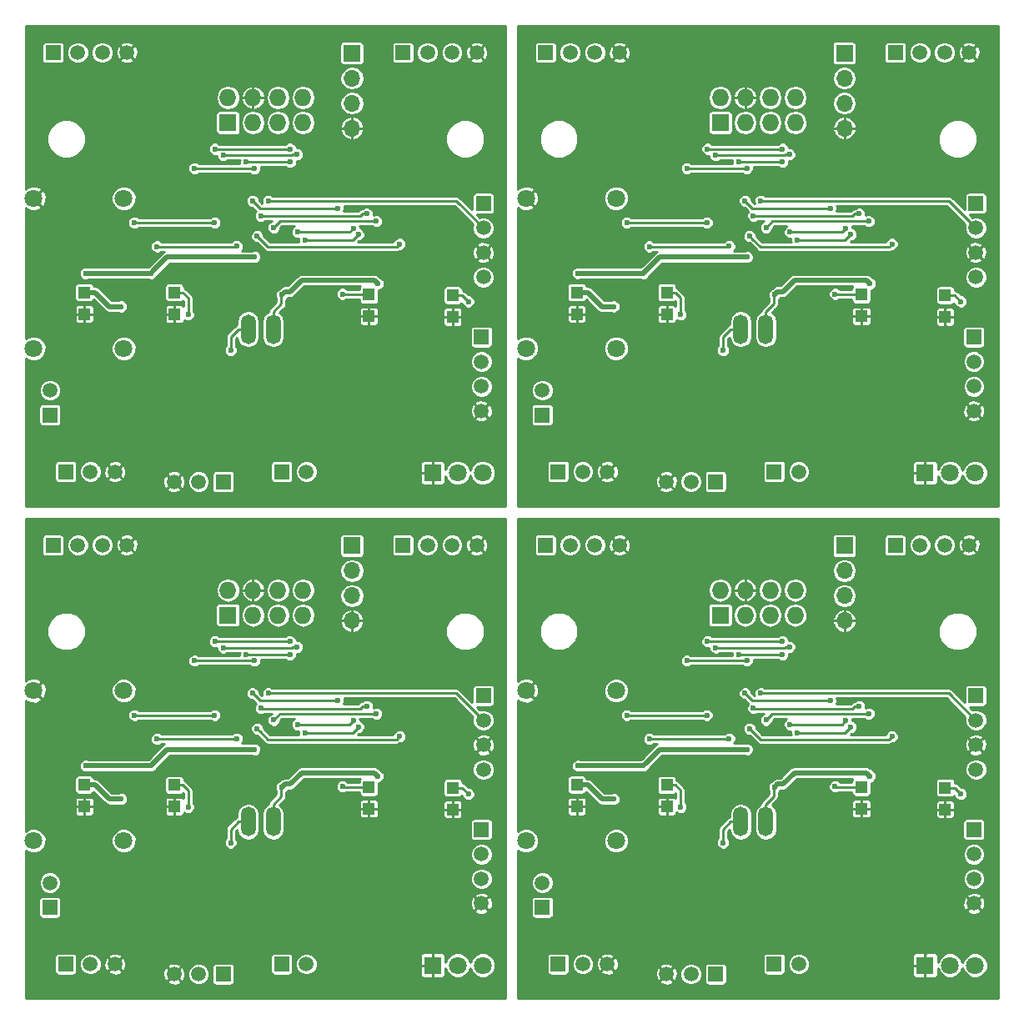
<source format=gbl>
G04 #@! TF.FileFunction,Copper,L2,Bot,Signal*
%FSLAX46Y46*%
G04 Gerber Fmt 4.6, Leading zero omitted, Abs format (unit mm)*
G04 Created by KiCad (PCBNEW 4.0.2-stable) date 12/4/2017 3:47:34 PM*
%MOMM*%
G01*
G04 APERTURE LIST*
%ADD10C,0.100000*%
%ADD11O,1.500000X3.000000*%
%ADD12R,1.200000X1.200000*%
%ADD13C,1.800000*%
%ADD14R,1.800000X1.800000*%
%ADD15R,1.500000X1.500000*%
%ADD16C,1.500000*%
%ADD17R,1.700000X1.700000*%
%ADD18O,1.700000X1.700000*%
%ADD19R,1.727200X1.727200*%
%ADD20O,1.727200X1.727200*%
%ADD21C,0.600000*%
%ADD22C,0.500000*%
%ADD23C,0.250000*%
%ADD24C,0.254000*%
G04 APERTURE END LIST*
D10*
D11*
X95763000Y-131433000D03*
X93223000Y-131433000D03*
D12*
X76586000Y-127685500D03*
X76586000Y-129885500D03*
X113987500Y-127980500D03*
X113987500Y-130180500D03*
X105478500Y-127917000D03*
X105478500Y-130117000D03*
X85730000Y-127706000D03*
X85730000Y-129906000D03*
X163987500Y-127980500D03*
X163987500Y-130180500D03*
X135730000Y-127706000D03*
X135730000Y-129906000D03*
X126586000Y-127685500D03*
X126586000Y-129885500D03*
X155478500Y-127917000D03*
X155478500Y-130117000D03*
D13*
X164495500Y-146014500D03*
D14*
X161955500Y-146014500D03*
D13*
X167035500Y-146014500D03*
X114495500Y-146014500D03*
D14*
X111955500Y-146014500D03*
D13*
X117035500Y-146014500D03*
D11*
X145763000Y-131433000D03*
X143223000Y-131433000D03*
D15*
X167099000Y-118646000D03*
D16*
X167099000Y-121146000D03*
X167099000Y-123646000D03*
X167099000Y-126146000D03*
D15*
X123411000Y-103342500D03*
D16*
X125911000Y-103342500D03*
X128411000Y-103342500D03*
X130911000Y-103342500D03*
D15*
X124697500Y-145887500D03*
D16*
X127197500Y-145887500D03*
X129697500Y-145887500D03*
D15*
X146628500Y-145887500D03*
D16*
X149128500Y-145887500D03*
D15*
X123093500Y-140132500D03*
D16*
X123093500Y-137632500D03*
D15*
X140683000Y-146903500D03*
D16*
X138183000Y-146903500D03*
X135683000Y-146903500D03*
D15*
X166908500Y-132235000D03*
D16*
X166908500Y-134735000D03*
X166908500Y-137235000D03*
X166908500Y-139735000D03*
D17*
X153764000Y-103406000D03*
D18*
X153764000Y-105946000D03*
X153764000Y-108486000D03*
X153764000Y-111026000D03*
D19*
X141159000Y-110454500D03*
D20*
X141159000Y-107914500D03*
X143699000Y-110454500D03*
X143699000Y-107914500D03*
X146239000Y-110454500D03*
X146239000Y-107914500D03*
X148779000Y-110454500D03*
X148779000Y-107914500D03*
D15*
X158924000Y-103342500D03*
D16*
X161424000Y-103342500D03*
X163924000Y-103342500D03*
X166424000Y-103342500D03*
D15*
X96628500Y-145887500D03*
D16*
X99128500Y-145887500D03*
D15*
X73093500Y-140132500D03*
D16*
X73093500Y-137632500D03*
D15*
X90683000Y-146903500D03*
D16*
X88183000Y-146903500D03*
X85683000Y-146903500D03*
D15*
X74697500Y-145887500D03*
D16*
X77197500Y-145887500D03*
X79697500Y-145887500D03*
D19*
X91159000Y-110454500D03*
D20*
X91159000Y-107914500D03*
X93699000Y-110454500D03*
X93699000Y-107914500D03*
X96239000Y-110454500D03*
X96239000Y-107914500D03*
X98779000Y-110454500D03*
X98779000Y-107914500D03*
D15*
X73411000Y-103342500D03*
D16*
X75911000Y-103342500D03*
X78411000Y-103342500D03*
X80911000Y-103342500D03*
D13*
X80586500Y-133378000D03*
X71442500Y-133378000D03*
X71442500Y-118138000D03*
X80586500Y-118138000D03*
X130586500Y-133378000D03*
X121442500Y-133378000D03*
X121442500Y-118138000D03*
X130586500Y-118138000D03*
D15*
X116908500Y-132235000D03*
D16*
X116908500Y-134735000D03*
X116908500Y-137235000D03*
X116908500Y-139735000D03*
D15*
X117099000Y-118646000D03*
D16*
X117099000Y-121146000D03*
X117099000Y-123646000D03*
X117099000Y-126146000D03*
D17*
X103764000Y-103406000D03*
D18*
X103764000Y-105946000D03*
X103764000Y-108486000D03*
X103764000Y-111026000D03*
D15*
X108924000Y-103342500D03*
D16*
X111424000Y-103342500D03*
X113924000Y-103342500D03*
X116424000Y-103342500D03*
D11*
X145763000Y-81433000D03*
X143223000Y-81433000D03*
D12*
X126586000Y-77685500D03*
X126586000Y-79885500D03*
X135730000Y-77706000D03*
X135730000Y-79906000D03*
X163987500Y-77980500D03*
X163987500Y-80180500D03*
D13*
X164495500Y-96014500D03*
D14*
X161955500Y-96014500D03*
D13*
X167035500Y-96014500D03*
D12*
X155478500Y-77917000D03*
X155478500Y-80117000D03*
D15*
X166908500Y-82235000D03*
D16*
X166908500Y-84735000D03*
X166908500Y-87235000D03*
X166908500Y-89735000D03*
D15*
X146628500Y-95887500D03*
D16*
X149128500Y-95887500D03*
D15*
X167099000Y-68646000D03*
D16*
X167099000Y-71146000D03*
X167099000Y-73646000D03*
X167099000Y-76146000D03*
D17*
X153764000Y-53406000D03*
D18*
X153764000Y-55946000D03*
X153764000Y-58486000D03*
X153764000Y-61026000D03*
D15*
X158924000Y-53342500D03*
D16*
X161424000Y-53342500D03*
X163924000Y-53342500D03*
X166424000Y-53342500D03*
D15*
X124697500Y-95887500D03*
D16*
X127197500Y-95887500D03*
X129697500Y-95887500D03*
D15*
X140683000Y-96903500D03*
D16*
X138183000Y-96903500D03*
X135683000Y-96903500D03*
D15*
X123093500Y-90132500D03*
D16*
X123093500Y-87632500D03*
D13*
X130586500Y-83378000D03*
X121442500Y-83378000D03*
X121442500Y-68138000D03*
X130586500Y-68138000D03*
D15*
X123411000Y-53342500D03*
D16*
X125911000Y-53342500D03*
X128411000Y-53342500D03*
X130911000Y-53342500D03*
D19*
X141159000Y-60454500D03*
D20*
X141159000Y-57914500D03*
X143699000Y-60454500D03*
X143699000Y-57914500D03*
X146239000Y-60454500D03*
X146239000Y-57914500D03*
X148779000Y-60454500D03*
X148779000Y-57914500D03*
D12*
X76586000Y-77685500D03*
X76586000Y-79885500D03*
X85730000Y-77706000D03*
X85730000Y-79906000D03*
X105478500Y-77917000D03*
X105478500Y-80117000D03*
X113987500Y-77980500D03*
X113987500Y-80180500D03*
D11*
X95763000Y-81433000D03*
X93223000Y-81433000D03*
D17*
X103764000Y-53406000D03*
D18*
X103764000Y-55946000D03*
X103764000Y-58486000D03*
X103764000Y-61026000D03*
D13*
X114495500Y-96014500D03*
D14*
X111955500Y-96014500D03*
D13*
X117035500Y-96014500D03*
D15*
X117099000Y-68646000D03*
D16*
X117099000Y-71146000D03*
X117099000Y-73646000D03*
X117099000Y-76146000D03*
D15*
X116908500Y-82235000D03*
D16*
X116908500Y-84735000D03*
X116908500Y-87235000D03*
X116908500Y-89735000D03*
D15*
X73411000Y-53342500D03*
D16*
X75911000Y-53342500D03*
X78411000Y-53342500D03*
X80911000Y-53342500D03*
D15*
X108924000Y-53342500D03*
D16*
X111424000Y-53342500D03*
X113924000Y-53342500D03*
X116424000Y-53342500D03*
D15*
X96628500Y-95887500D03*
D16*
X99128500Y-95887500D03*
D15*
X73093500Y-90132500D03*
D16*
X73093500Y-87632500D03*
D15*
X90683000Y-96903500D03*
D16*
X88183000Y-96903500D03*
X85683000Y-96903500D03*
D15*
X74697500Y-95887500D03*
D16*
X77197500Y-95887500D03*
X79697500Y-95887500D03*
D13*
X80586500Y-83378000D03*
X71442500Y-83378000D03*
X71442500Y-68138000D03*
X80586500Y-68138000D03*
D19*
X91159000Y-60454500D03*
D20*
X91159000Y-57914500D03*
X93699000Y-60454500D03*
X93699000Y-57914500D03*
X96239000Y-60454500D03*
X96239000Y-57914500D03*
X98779000Y-60454500D03*
X98779000Y-57914500D03*
D21*
X101795500Y-131219000D03*
X109733000Y-141442500D03*
X102240000Y-141442500D03*
X89730500Y-131727000D03*
X90429000Y-126837500D03*
X152240000Y-141442500D03*
X159733000Y-141442500D03*
X151795500Y-131219000D03*
X139730500Y-131727000D03*
X140429000Y-126837500D03*
X151795500Y-81219000D03*
X159733000Y-91442500D03*
X152240000Y-91442500D03*
X139730500Y-81727000D03*
X140429000Y-76837500D03*
X102240000Y-91442500D03*
X109733000Y-91442500D03*
X101795500Y-81219000D03*
X89730500Y-81727000D03*
X90429000Y-76837500D03*
X106366186Y-126795798D03*
X83336543Y-125758000D03*
X76713000Y-125758000D03*
X96652000Y-127933000D03*
X93867833Y-124097020D03*
X156366186Y-126795798D03*
X126713000Y-125758000D03*
X133336543Y-125758000D03*
X146652000Y-127933000D03*
X143867833Y-124097020D03*
X156366186Y-76795798D03*
X143867833Y-74097020D03*
X133336543Y-75758000D03*
X126713000Y-75758000D03*
X146652000Y-77933000D03*
X106366186Y-76795798D03*
X83336543Y-75758000D03*
X93867833Y-74097020D03*
X76713000Y-75758000D03*
X96652000Y-77933000D03*
X91445000Y-133568500D03*
X141445000Y-133568500D03*
X141445000Y-83568500D03*
X91445000Y-83568500D03*
X108590000Y-122773500D03*
X94133643Y-121985969D03*
X144133643Y-121985969D03*
X158590000Y-122773500D03*
X158590000Y-72773500D03*
X144133643Y-71985969D03*
X94133643Y-71985969D03*
X108590000Y-72773500D03*
X80332500Y-129123500D03*
X130332500Y-129123500D03*
X130332500Y-79123500D03*
X80332500Y-79123500D03*
X87127000Y-129949000D03*
X137127000Y-129949000D03*
X137127000Y-79949000D03*
X87127000Y-79949000D03*
X102811500Y-127853500D03*
X152811500Y-127853500D03*
X152811500Y-77853500D03*
X102811500Y-77853500D03*
X165575000Y-128615500D03*
X115575000Y-128615500D03*
X165575000Y-78615500D03*
X115575000Y-78615500D03*
X83952000Y-123027500D03*
X92062951Y-122998449D03*
X133952000Y-123027500D03*
X142062951Y-122998449D03*
X142062951Y-72998449D03*
X133952000Y-73027500D03*
X92062951Y-72998449D03*
X83952000Y-73027500D03*
X106241542Y-120468328D03*
X95802133Y-121111384D03*
X145802133Y-121111384D03*
X156241542Y-120468328D03*
X156241542Y-70468328D03*
X145802133Y-71111384D03*
X106241542Y-70468328D03*
X95802133Y-71111384D03*
X95255000Y-118392000D03*
X145255000Y-118392000D03*
X145255000Y-68392000D03*
X95255000Y-68392000D03*
X93851500Y-115096500D03*
X87762000Y-115090000D03*
X137762000Y-115090000D03*
X143851500Y-115096500D03*
X137762000Y-65090000D03*
X143851500Y-65096500D03*
X87762000Y-65090000D03*
X93851500Y-65096500D03*
X97477500Y-114455000D03*
X93032500Y-114455000D03*
X143032500Y-114455000D03*
X147477500Y-114455000D03*
X143032500Y-64455000D03*
X147477500Y-64455000D03*
X93032500Y-64455000D03*
X97477500Y-64455000D03*
X81666000Y-120614500D03*
X89794000Y-120614500D03*
X131666000Y-120614500D03*
X139794000Y-120614500D03*
X139794000Y-70614500D03*
X131666000Y-70614500D03*
X81666000Y-70614500D03*
X89794000Y-70614500D03*
X102328429Y-119138287D03*
X93667500Y-118392000D03*
X143667500Y-118392000D03*
X152328429Y-119138287D03*
X143667500Y-68392000D03*
X152328429Y-69138287D03*
X102328429Y-69138287D03*
X93667500Y-68392000D03*
X105250557Y-119708581D03*
X94509290Y-119916000D03*
X144509290Y-119916000D03*
X155250557Y-119708581D03*
X144509290Y-69916000D03*
X155250557Y-69708581D03*
X105250557Y-69708581D03*
X94509290Y-69916000D03*
X98176000Y-113693000D03*
X90683000Y-113756500D03*
X140683000Y-113756500D03*
X148176000Y-113693000D03*
X140683000Y-63756500D03*
X148176000Y-63693000D03*
X90683000Y-63756500D03*
X98176000Y-63693000D03*
X97477500Y-113121500D03*
X89857500Y-113121500D03*
X139857500Y-113121500D03*
X147477500Y-113121500D03*
X139857500Y-63121500D03*
X147477500Y-63121500D03*
X89857500Y-63121500D03*
X97477500Y-63121500D03*
X104399000Y-121821000D03*
X98995000Y-122386000D03*
X148995000Y-122386000D03*
X154399000Y-121821000D03*
X154399000Y-71821000D03*
X148995000Y-72386000D03*
X104399000Y-71821000D03*
X98995000Y-72386000D03*
X103891000Y-121186000D03*
X98239500Y-121567000D03*
X148239500Y-121567000D03*
X153891000Y-121186000D03*
X153891000Y-71186000D03*
X148239500Y-71567000D03*
X103891000Y-71186000D03*
X98239500Y-71567000D03*
D22*
X143867833Y-124097020D02*
X134997523Y-124097020D01*
X127137264Y-125758000D02*
X133336543Y-125758000D01*
X126713000Y-125758000D02*
X127137264Y-125758000D01*
D23*
X96604500Y-127980500D02*
X96652000Y-127933000D01*
D22*
X96951999Y-127633001D02*
X97507499Y-127633001D01*
D23*
X96588500Y-127980500D02*
X96604500Y-127980500D01*
D22*
X96652000Y-127933000D02*
X96951999Y-127633001D01*
X134997523Y-124097020D02*
X133636542Y-125458001D01*
X133636542Y-125458001D02*
X133336543Y-125758000D01*
D23*
X95763000Y-129683000D02*
X96588500Y-128857500D01*
X96588500Y-128857500D02*
X96588500Y-127980500D01*
D22*
X84997523Y-124097020D02*
X83636542Y-125458001D01*
X77137264Y-125758000D02*
X83336543Y-125758000D01*
X83636542Y-125458001D02*
X83336543Y-125758000D01*
X93867833Y-124097020D02*
X84997523Y-124097020D01*
X76713000Y-125758000D02*
X77137264Y-125758000D01*
D23*
X95763000Y-131433000D02*
X95763000Y-129683000D01*
D22*
X148684000Y-126456500D02*
X156028002Y-126456500D01*
X147507499Y-127633001D02*
X148684000Y-126456500D01*
D23*
X145763000Y-129683000D02*
X146588500Y-128857500D01*
X145763000Y-131433000D02*
X145763000Y-129683000D01*
D22*
X156028002Y-126456500D02*
X156366186Y-126795798D01*
X156366386Y-126795998D02*
X156366186Y-126795798D01*
X156367500Y-126795998D02*
X156366386Y-126795998D01*
D23*
X146588500Y-127980500D02*
X146604500Y-127980500D01*
X146604500Y-127980500D02*
X146652000Y-127933000D01*
D22*
X146652000Y-127933000D02*
X146951999Y-127633001D01*
X146951999Y-127633001D02*
X147507499Y-127633001D01*
D23*
X146588500Y-128857500D02*
X146588500Y-127980500D01*
D22*
X97507499Y-127633001D02*
X98684000Y-126456500D01*
X98684000Y-126456500D02*
X106028002Y-126456500D01*
X106367500Y-126795998D02*
X106366386Y-126795998D01*
X106366386Y-126795998D02*
X106366186Y-126795798D01*
X106028002Y-126456500D02*
X106366186Y-126795798D01*
X156028002Y-76456500D02*
X156366186Y-76795798D01*
X156366386Y-76795998D02*
X156366186Y-76795798D01*
X156367500Y-76795998D02*
X156366386Y-76795998D01*
X148684000Y-76456500D02*
X156028002Y-76456500D01*
D23*
X146588500Y-77980500D02*
X146604500Y-77980500D01*
D22*
X146951999Y-77633001D02*
X147507499Y-77633001D01*
X146652000Y-77933000D02*
X146951999Y-77633001D01*
D23*
X146604500Y-77980500D02*
X146652000Y-77933000D01*
D22*
X147507499Y-77633001D02*
X148684000Y-76456500D01*
D23*
X146588500Y-78857500D02*
X146588500Y-77980500D01*
X145763000Y-79683000D02*
X146588500Y-78857500D01*
D22*
X134997523Y-74097020D02*
X133636542Y-75458001D01*
X127137264Y-75758000D02*
X133336543Y-75758000D01*
X133636542Y-75458001D02*
X133336543Y-75758000D01*
X126713000Y-75758000D02*
X127137264Y-75758000D01*
D23*
X145763000Y-81433000D02*
X145763000Y-79683000D01*
D22*
X143867833Y-74097020D02*
X134997523Y-74097020D01*
X106028002Y-76456500D02*
X106366186Y-76795798D01*
X106367500Y-76795998D02*
X106366386Y-76795998D01*
X106366386Y-76795998D02*
X106366186Y-76795798D01*
X98684000Y-76456500D02*
X106028002Y-76456500D01*
X97507499Y-77633001D02*
X98684000Y-76456500D01*
X96652000Y-77933000D02*
X96951999Y-77633001D01*
X96951999Y-77633001D02*
X97507499Y-77633001D01*
X77137264Y-75758000D02*
X83336543Y-75758000D01*
X76713000Y-75758000D02*
X77137264Y-75758000D01*
X83636542Y-75458001D02*
X83336543Y-75758000D01*
X84997523Y-74097020D02*
X83636542Y-75458001D01*
X93867833Y-74097020D02*
X84997523Y-74097020D01*
D23*
X96588500Y-77980500D02*
X96604500Y-77980500D01*
X96604500Y-77980500D02*
X96652000Y-77933000D01*
X96588500Y-78857500D02*
X96588500Y-77980500D01*
X95763000Y-81433000D02*
X95763000Y-79683000D01*
X95763000Y-79683000D02*
X96588500Y-78857500D01*
X92223000Y-131433000D02*
X91445000Y-132211000D01*
X91445000Y-132211000D02*
X91445000Y-133568500D01*
X93223000Y-131433000D02*
X92223000Y-131433000D01*
X143223000Y-131433000D02*
X142223000Y-131433000D01*
X142223000Y-131433000D02*
X141445000Y-132211000D01*
X141445000Y-132211000D02*
X141445000Y-133568500D01*
X143223000Y-81433000D02*
X142223000Y-81433000D01*
X142223000Y-81433000D02*
X141445000Y-82211000D01*
X141445000Y-82211000D02*
X141445000Y-83568500D01*
X91445000Y-82211000D02*
X91445000Y-83568500D01*
X93223000Y-81433000D02*
X92223000Y-81433000D01*
X92223000Y-81433000D02*
X91445000Y-82211000D01*
X145221173Y-123073499D02*
X144433642Y-122285968D01*
X144433642Y-122285968D02*
X144133643Y-121985969D01*
X108290001Y-123073499D02*
X95221173Y-123073499D01*
X95221173Y-123073499D02*
X94433642Y-122285968D01*
X94433642Y-122285968D02*
X94133643Y-121985969D01*
X158290001Y-123073499D02*
X145221173Y-123073499D01*
X158590000Y-122773500D02*
X158290001Y-123073499D01*
X108590000Y-122773500D02*
X108290001Y-123073499D01*
X158590000Y-72773500D02*
X158290001Y-73073499D01*
X158290001Y-73073499D02*
X145221173Y-73073499D01*
X145221173Y-73073499D02*
X144433642Y-72285968D01*
X144433642Y-72285968D02*
X144133643Y-71985969D01*
X95221173Y-73073499D02*
X94433642Y-72285968D01*
X108290001Y-73073499D02*
X95221173Y-73073499D01*
X94433642Y-72285968D02*
X94133643Y-71985969D01*
X108590000Y-72773500D02*
X108290001Y-73073499D01*
D22*
X127686000Y-127685500D02*
X129124000Y-129123500D01*
X129124000Y-129123500D02*
X130332500Y-129123500D01*
X126586000Y-127685500D02*
X127686000Y-127685500D01*
X77686000Y-127685500D02*
X79124000Y-129123500D01*
X79124000Y-129123500D02*
X80332500Y-129123500D01*
X76586000Y-127685500D02*
X77686000Y-127685500D01*
X129124000Y-79123500D02*
X130332500Y-79123500D01*
X127686000Y-77685500D02*
X129124000Y-79123500D01*
X126586000Y-77685500D02*
X127686000Y-77685500D01*
X79124000Y-79123500D02*
X80332500Y-79123500D01*
X76586000Y-77685500D02*
X77686000Y-77685500D01*
X77686000Y-77685500D02*
X79124000Y-79123500D01*
D23*
X136580000Y-127706000D02*
X137127000Y-128253000D01*
X135730000Y-127706000D02*
X136580000Y-127706000D01*
X137127000Y-128253000D02*
X137127000Y-129949000D01*
X86580000Y-127706000D02*
X87127000Y-128253000D01*
X85730000Y-127706000D02*
X86580000Y-127706000D01*
X87127000Y-128253000D02*
X87127000Y-129949000D01*
X137127000Y-78253000D02*
X137127000Y-79949000D01*
X135730000Y-77706000D02*
X136580000Y-77706000D01*
X136580000Y-77706000D02*
X137127000Y-78253000D01*
X87127000Y-78253000D02*
X87127000Y-79949000D01*
X85730000Y-77706000D02*
X86580000Y-77706000D01*
X86580000Y-77706000D02*
X87127000Y-78253000D01*
X152875000Y-127917000D02*
X152811500Y-127853500D01*
X155478500Y-127917000D02*
X152875000Y-127917000D01*
X105478500Y-127917000D02*
X102875000Y-127917000D01*
X102875000Y-127917000D02*
X102811500Y-127853500D01*
X152875000Y-77917000D02*
X152811500Y-77853500D01*
X155478500Y-77917000D02*
X152875000Y-77917000D01*
X105478500Y-77917000D02*
X102875000Y-77917000D01*
X102875000Y-77917000D02*
X102811500Y-77853500D01*
X113987500Y-127980500D02*
X114940000Y-127980500D01*
X114940000Y-127980500D02*
X115575000Y-128615500D01*
X163987500Y-127980500D02*
X164940000Y-127980500D01*
X164940000Y-127980500D02*
X165575000Y-128615500D01*
X163987500Y-77980500D02*
X164940000Y-77980500D01*
X164940000Y-77980500D02*
X165575000Y-78615500D01*
X113987500Y-77980500D02*
X114940000Y-77980500D01*
X114940000Y-77980500D02*
X115575000Y-78615500D01*
X142033900Y-123027500D02*
X142062951Y-122998449D01*
X133952000Y-123027500D02*
X142033900Y-123027500D01*
X83952000Y-123027500D02*
X92033900Y-123027500D01*
X92033900Y-123027500D02*
X92062951Y-122998449D01*
X142033900Y-73027500D02*
X142062951Y-72998449D01*
X133952000Y-73027500D02*
X142033900Y-73027500D01*
X83952000Y-73027500D02*
X92033900Y-73027500D01*
X92033900Y-73027500D02*
X92062951Y-72998449D01*
X145802133Y-121111384D02*
X146445189Y-120468328D01*
X95802133Y-121111384D02*
X96445189Y-120468328D01*
X96445189Y-120468328D02*
X105817278Y-120468328D01*
X146445189Y-120468328D02*
X155817278Y-120468328D01*
X155817278Y-120468328D02*
X156241542Y-120468328D01*
X105817278Y-120468328D02*
X106241542Y-120468328D01*
X155817278Y-70468328D02*
X156241542Y-70468328D01*
X146445189Y-70468328D02*
X155817278Y-70468328D01*
X145802133Y-71111384D02*
X146445189Y-70468328D01*
X96445189Y-70468328D02*
X105817278Y-70468328D01*
X105817278Y-70468328D02*
X106241542Y-70468328D01*
X95802133Y-71111384D02*
X96445189Y-70468328D01*
X95255000Y-118392000D02*
X114345000Y-118392000D01*
X114345000Y-118392000D02*
X117099000Y-121146000D01*
X145255000Y-118392000D02*
X164345000Y-118392000D01*
X164345000Y-118392000D02*
X167099000Y-121146000D01*
X145255000Y-68392000D02*
X164345000Y-68392000D01*
X164345000Y-68392000D02*
X167099000Y-71146000D01*
X95255000Y-68392000D02*
X114345000Y-68392000D01*
X114345000Y-68392000D02*
X117099000Y-71146000D01*
X138079500Y-115090000D02*
X137762000Y-115090000D01*
X138911500Y-115096500D02*
X138086000Y-115096500D01*
X138086000Y-115096500D02*
X138079500Y-115090000D01*
X143851500Y-115096500D02*
X138911500Y-115096500D01*
X88086000Y-115096500D02*
X88079500Y-115090000D01*
X88079500Y-115090000D02*
X87762000Y-115090000D01*
X93851500Y-115096500D02*
X88911500Y-115096500D01*
X88911500Y-115096500D02*
X88086000Y-115096500D01*
X138911500Y-65096500D02*
X138086000Y-65096500D01*
X143851500Y-65096500D02*
X138911500Y-65096500D01*
X138079500Y-65090000D02*
X137762000Y-65090000D01*
X138086000Y-65096500D02*
X138079500Y-65090000D01*
X88086000Y-65096500D02*
X88079500Y-65090000D01*
X88079500Y-65090000D02*
X87762000Y-65090000D01*
X88911500Y-65096500D02*
X88086000Y-65096500D01*
X93851500Y-65096500D02*
X88911500Y-65096500D01*
X147477500Y-114455000D02*
X143032500Y-114455000D01*
X97477500Y-114455000D02*
X93032500Y-114455000D01*
X147477500Y-64455000D02*
X143032500Y-64455000D01*
X97477500Y-64455000D02*
X93032500Y-64455000D01*
X139794000Y-120614500D02*
X131666000Y-120614500D01*
X89794000Y-120614500D02*
X81666000Y-120614500D01*
X139794000Y-70614500D02*
X131666000Y-70614500D01*
X89794000Y-70614500D02*
X81666000Y-70614500D01*
X143667500Y-118392000D02*
X144413787Y-119138287D01*
X93667500Y-118392000D02*
X94413787Y-119138287D01*
X94413787Y-119138287D02*
X101904165Y-119138287D01*
X151904165Y-119138287D02*
X152328429Y-119138287D01*
X144413787Y-119138287D02*
X151904165Y-119138287D01*
X101904165Y-119138287D02*
X102328429Y-119138287D01*
X151904165Y-69138287D02*
X152328429Y-69138287D01*
X143667500Y-68392000D02*
X144413787Y-69138287D01*
X144413787Y-69138287D02*
X151904165Y-69138287D01*
X101904165Y-69138287D02*
X102328429Y-69138287D01*
X93667500Y-68392000D02*
X94413787Y-69138287D01*
X94413787Y-69138287D02*
X101904165Y-69138287D01*
X144874000Y-119949696D02*
X144542986Y-119949696D01*
X144874000Y-119949696D02*
X144617687Y-119949696D01*
X144542986Y-119949696D02*
X144509290Y-119916000D01*
X94874000Y-119949696D02*
X104585178Y-119949696D01*
X94874000Y-119949696D02*
X94617687Y-119949696D01*
X94874000Y-119949696D02*
X94542986Y-119949696D01*
X94542986Y-119949696D02*
X94509290Y-119916000D01*
X154826293Y-119708581D02*
X155250557Y-119708581D01*
X154585178Y-119949696D02*
X154826293Y-119708581D01*
X144874000Y-119949696D02*
X154585178Y-119949696D01*
X104826293Y-119708581D02*
X105250557Y-119708581D01*
X104585178Y-119949696D02*
X104826293Y-119708581D01*
X154826293Y-69708581D02*
X155250557Y-69708581D01*
X154585178Y-69949696D02*
X154826293Y-69708581D01*
X144874000Y-69949696D02*
X154585178Y-69949696D01*
X144874000Y-69949696D02*
X144617687Y-69949696D01*
X144874000Y-69949696D02*
X144542986Y-69949696D01*
X144542986Y-69949696D02*
X144509290Y-69916000D01*
X104585178Y-69949696D02*
X104826293Y-69708581D01*
X104826293Y-69708581D02*
X105250557Y-69708581D01*
X94874000Y-69949696D02*
X104585178Y-69949696D01*
X94874000Y-69949696D02*
X94617687Y-69949696D01*
X94874000Y-69949696D02*
X94542986Y-69949696D01*
X94542986Y-69949696D02*
X94509290Y-69916000D01*
X147688236Y-113756500D02*
X140683000Y-113756500D01*
X97688236Y-113756500D02*
X90683000Y-113756500D01*
X97751736Y-113693000D02*
X97688236Y-113756500D01*
X98176000Y-113693000D02*
X97751736Y-113693000D01*
X147751736Y-113693000D02*
X147688236Y-113756500D01*
X148176000Y-113693000D02*
X147751736Y-113693000D01*
X147688236Y-63756500D02*
X140683000Y-63756500D01*
X147751736Y-63693000D02*
X147688236Y-63756500D01*
X148176000Y-63693000D02*
X147751736Y-63693000D01*
X97688236Y-63756500D02*
X90683000Y-63756500D01*
X98176000Y-63693000D02*
X97751736Y-63693000D01*
X97751736Y-63693000D02*
X97688236Y-63756500D01*
X147477500Y-113121500D02*
X147053236Y-113121500D01*
X147053236Y-113121500D02*
X139857500Y-113121500D01*
X97477500Y-113121500D02*
X97053236Y-113121500D01*
X97053236Y-113121500D02*
X89857500Y-113121500D01*
X147477500Y-63121500D02*
X147053236Y-63121500D01*
X147053236Y-63121500D02*
X139857500Y-63121500D01*
X97053236Y-63121500D02*
X89857500Y-63121500D01*
X97477500Y-63121500D02*
X97053236Y-63121500D01*
X148995000Y-122386000D02*
X149419264Y-122386000D01*
X153827500Y-122392500D02*
X154399000Y-121821000D01*
X149425764Y-122392500D02*
X153827500Y-122392500D01*
X149419264Y-122386000D02*
X149425764Y-122392500D01*
X98995000Y-122386000D02*
X99419264Y-122386000D01*
X99419264Y-122386000D02*
X99425764Y-122392500D01*
X99425764Y-122392500D02*
X103827500Y-122392500D01*
X103827500Y-122392500D02*
X104399000Y-121821000D01*
X153827500Y-72392500D02*
X154399000Y-71821000D01*
X149425764Y-72392500D02*
X153827500Y-72392500D01*
X149419264Y-72386000D02*
X149425764Y-72392500D01*
X148995000Y-72386000D02*
X149419264Y-72386000D01*
X103827500Y-72392500D02*
X104399000Y-71821000D01*
X99425764Y-72392500D02*
X103827500Y-72392500D01*
X98995000Y-72386000D02*
X99419264Y-72386000D01*
X99419264Y-72386000D02*
X99425764Y-72392500D01*
X153510000Y-121567000D02*
X153891000Y-121186000D01*
X148239500Y-121567000D02*
X153510000Y-121567000D01*
X98239500Y-121567000D02*
X103510000Y-121567000D01*
X103510000Y-121567000D02*
X103891000Y-121186000D01*
X153510000Y-71567000D02*
X153891000Y-71186000D01*
X148239500Y-71567000D02*
X153510000Y-71567000D01*
X103510000Y-71567000D02*
X103891000Y-71186000D01*
X98239500Y-71567000D02*
X103510000Y-71567000D01*
D24*
G36*
X119373000Y-99373000D02*
X70627000Y-99373000D01*
X70627000Y-97651907D01*
X84935300Y-97651907D01*
X85005595Y-97836718D01*
X85414287Y-98024912D01*
X85863887Y-98042381D01*
X86285949Y-97886466D01*
X86360405Y-97836718D01*
X86430700Y-97651907D01*
X85683000Y-96904207D01*
X84935300Y-97651907D01*
X70627000Y-97651907D01*
X70627000Y-97084387D01*
X84544119Y-97084387D01*
X84700034Y-97506449D01*
X84749782Y-97580905D01*
X84934593Y-97651200D01*
X85682293Y-96903500D01*
X85683707Y-96903500D01*
X86431407Y-97651200D01*
X86616218Y-97580905D01*
X86804412Y-97172213D01*
X86806149Y-97127483D01*
X87051804Y-97127483D01*
X87223625Y-97543323D01*
X87541503Y-97861756D01*
X87957043Y-98034304D01*
X88406983Y-98034696D01*
X88822823Y-97862875D01*
X89141256Y-97544997D01*
X89313804Y-97129457D01*
X89314196Y-96679517D01*
X89142375Y-96263677D01*
X89032391Y-96153500D01*
X89544536Y-96153500D01*
X89544536Y-97653500D01*
X89571103Y-97794690D01*
X89654546Y-97924365D01*
X89781866Y-98011359D01*
X89933000Y-98041964D01*
X91433000Y-98041964D01*
X91574190Y-98015397D01*
X91703865Y-97931954D01*
X91790859Y-97804634D01*
X91821464Y-97653500D01*
X91821464Y-96153500D01*
X91794897Y-96012310D01*
X91711454Y-95882635D01*
X91584134Y-95795641D01*
X91433000Y-95765036D01*
X89933000Y-95765036D01*
X89791810Y-95791603D01*
X89662135Y-95875046D01*
X89575141Y-96002366D01*
X89544536Y-96153500D01*
X89032391Y-96153500D01*
X88824497Y-95945244D01*
X88408957Y-95772696D01*
X87959017Y-95772304D01*
X87543177Y-95944125D01*
X87224744Y-96262003D01*
X87052196Y-96677543D01*
X87051804Y-97127483D01*
X86806149Y-97127483D01*
X86821881Y-96722613D01*
X86665966Y-96300551D01*
X86616218Y-96226095D01*
X86431407Y-96155800D01*
X85683707Y-96903500D01*
X85682293Y-96903500D01*
X84934593Y-96155800D01*
X84749782Y-96226095D01*
X84561588Y-96634787D01*
X84544119Y-97084387D01*
X70627000Y-97084387D01*
X70627000Y-95137500D01*
X73559036Y-95137500D01*
X73559036Y-96637500D01*
X73585603Y-96778690D01*
X73669046Y-96908365D01*
X73796366Y-96995359D01*
X73947500Y-97025964D01*
X75447500Y-97025964D01*
X75588690Y-96999397D01*
X75718365Y-96915954D01*
X75805359Y-96788634D01*
X75835964Y-96637500D01*
X75835964Y-96111483D01*
X76066304Y-96111483D01*
X76238125Y-96527323D01*
X76556003Y-96845756D01*
X76971543Y-97018304D01*
X77421483Y-97018696D01*
X77837323Y-96846875D01*
X78048659Y-96635907D01*
X78949800Y-96635907D01*
X79020095Y-96820718D01*
X79428787Y-97008912D01*
X79878387Y-97026381D01*
X80300449Y-96870466D01*
X80374905Y-96820718D01*
X80445200Y-96635907D01*
X79697500Y-95888207D01*
X78949800Y-96635907D01*
X78048659Y-96635907D01*
X78155756Y-96528997D01*
X78328304Y-96113457D01*
X78328343Y-96068387D01*
X78558619Y-96068387D01*
X78714534Y-96490449D01*
X78764282Y-96564905D01*
X78949093Y-96635200D01*
X79696793Y-95887500D01*
X79698207Y-95887500D01*
X80445907Y-96635200D01*
X80630718Y-96564905D01*
X80818912Y-96156213D01*
X80818955Y-96155093D01*
X84935300Y-96155093D01*
X85683000Y-96902793D01*
X86430700Y-96155093D01*
X86360405Y-95970282D01*
X85951713Y-95782088D01*
X85502113Y-95764619D01*
X85080051Y-95920534D01*
X85005595Y-95970282D01*
X84935300Y-96155093D01*
X80818955Y-96155093D01*
X80836381Y-95706613D01*
X80680466Y-95284551D01*
X80630718Y-95210095D01*
X80445907Y-95139800D01*
X79698207Y-95887500D01*
X79696793Y-95887500D01*
X78949093Y-95139800D01*
X78764282Y-95210095D01*
X78576088Y-95618787D01*
X78558619Y-96068387D01*
X78328343Y-96068387D01*
X78328696Y-95663517D01*
X78156875Y-95247677D01*
X78048481Y-95139093D01*
X78949800Y-95139093D01*
X79697500Y-95886793D01*
X80445200Y-95139093D01*
X80444595Y-95137500D01*
X95490036Y-95137500D01*
X95490036Y-96637500D01*
X95516603Y-96778690D01*
X95600046Y-96908365D01*
X95727366Y-96995359D01*
X95878500Y-97025964D01*
X97378500Y-97025964D01*
X97519690Y-96999397D01*
X97649365Y-96915954D01*
X97736359Y-96788634D01*
X97766964Y-96637500D01*
X97766964Y-96111483D01*
X97997304Y-96111483D01*
X98169125Y-96527323D01*
X98487003Y-96845756D01*
X98902543Y-97018304D01*
X99352483Y-97018696D01*
X99768323Y-96846875D01*
X100086756Y-96528997D01*
X100259304Y-96113457D01*
X100259306Y-96110250D01*
X110674500Y-96110250D01*
X110674500Y-96990285D01*
X110732504Y-97130319D01*
X110839680Y-97237496D01*
X110979714Y-97295500D01*
X111859750Y-97295500D01*
X111955000Y-97200250D01*
X111955000Y-96015000D01*
X110769750Y-96015000D01*
X110674500Y-96110250D01*
X100259306Y-96110250D01*
X100259696Y-95663517D01*
X100087875Y-95247677D01*
X99879278Y-95038715D01*
X110674500Y-95038715D01*
X110674500Y-95918750D01*
X110769750Y-96014000D01*
X111955000Y-96014000D01*
X111955000Y-94828750D01*
X111956000Y-94828750D01*
X111956000Y-96014000D01*
X111976000Y-96014000D01*
X111976000Y-96015000D01*
X111956000Y-96015000D01*
X111956000Y-97200250D01*
X112051250Y-97295500D01*
X112931286Y-97295500D01*
X113071320Y-97237496D01*
X113178496Y-97130319D01*
X113236500Y-96990285D01*
X113236500Y-96321970D01*
X113408888Y-96739180D01*
X113768925Y-97099845D01*
X114239576Y-97295277D01*
X114749189Y-97295722D01*
X115220180Y-97101112D01*
X115580845Y-96741075D01*
X115765713Y-96295864D01*
X115948888Y-96739180D01*
X116308925Y-97099845D01*
X116779576Y-97295277D01*
X117289189Y-97295722D01*
X117760180Y-97101112D01*
X118120845Y-96741075D01*
X118316277Y-96270424D01*
X118316722Y-95760811D01*
X118122112Y-95289820D01*
X117762075Y-94929155D01*
X117291424Y-94733723D01*
X116781811Y-94733278D01*
X116310820Y-94927888D01*
X115950155Y-95287925D01*
X115765287Y-95733136D01*
X115582112Y-95289820D01*
X115222075Y-94929155D01*
X114751424Y-94733723D01*
X114241811Y-94733278D01*
X113770820Y-94927888D01*
X113410155Y-95287925D01*
X113236500Y-95706131D01*
X113236500Y-95038715D01*
X113178496Y-94898681D01*
X113071320Y-94791504D01*
X112931286Y-94733500D01*
X112051250Y-94733500D01*
X111956000Y-94828750D01*
X111955000Y-94828750D01*
X111859750Y-94733500D01*
X110979714Y-94733500D01*
X110839680Y-94791504D01*
X110732504Y-94898681D01*
X110674500Y-95038715D01*
X99879278Y-95038715D01*
X99769997Y-94929244D01*
X99354457Y-94756696D01*
X98904517Y-94756304D01*
X98488677Y-94928125D01*
X98170244Y-95246003D01*
X97997696Y-95661543D01*
X97997304Y-96111483D01*
X97766964Y-96111483D01*
X97766964Y-95137500D01*
X97740397Y-94996310D01*
X97656954Y-94866635D01*
X97529634Y-94779641D01*
X97378500Y-94749036D01*
X95878500Y-94749036D01*
X95737310Y-94775603D01*
X95607635Y-94859046D01*
X95520641Y-94986366D01*
X95490036Y-95137500D01*
X80444595Y-95137500D01*
X80374905Y-94954282D01*
X79966213Y-94766088D01*
X79516613Y-94748619D01*
X79094551Y-94904534D01*
X79020095Y-94954282D01*
X78949800Y-95139093D01*
X78048481Y-95139093D01*
X77838997Y-94929244D01*
X77423457Y-94756696D01*
X76973517Y-94756304D01*
X76557677Y-94928125D01*
X76239244Y-95246003D01*
X76066696Y-95661543D01*
X76066304Y-96111483D01*
X75835964Y-96111483D01*
X75835964Y-95137500D01*
X75809397Y-94996310D01*
X75725954Y-94866635D01*
X75598634Y-94779641D01*
X75447500Y-94749036D01*
X73947500Y-94749036D01*
X73806310Y-94775603D01*
X73676635Y-94859046D01*
X73589641Y-94986366D01*
X73559036Y-95137500D01*
X70627000Y-95137500D01*
X70627000Y-89382500D01*
X71955036Y-89382500D01*
X71955036Y-90882500D01*
X71981603Y-91023690D01*
X72065046Y-91153365D01*
X72192366Y-91240359D01*
X72343500Y-91270964D01*
X73843500Y-91270964D01*
X73984690Y-91244397D01*
X74114365Y-91160954D01*
X74201359Y-91033634D01*
X74231964Y-90882500D01*
X74231964Y-90483407D01*
X116160800Y-90483407D01*
X116231095Y-90668218D01*
X116639787Y-90856412D01*
X117089387Y-90873881D01*
X117511449Y-90717966D01*
X117585905Y-90668218D01*
X117656200Y-90483407D01*
X116908500Y-89735707D01*
X116160800Y-90483407D01*
X74231964Y-90483407D01*
X74231964Y-89915887D01*
X115769619Y-89915887D01*
X115925534Y-90337949D01*
X115975282Y-90412405D01*
X116160093Y-90482700D01*
X116907793Y-89735000D01*
X116909207Y-89735000D01*
X117656907Y-90482700D01*
X117841718Y-90412405D01*
X118029912Y-90003713D01*
X118047381Y-89554113D01*
X117891466Y-89132051D01*
X117841718Y-89057595D01*
X117656907Y-88987300D01*
X116909207Y-89735000D01*
X116907793Y-89735000D01*
X116160093Y-88987300D01*
X115975282Y-89057595D01*
X115787088Y-89466287D01*
X115769619Y-89915887D01*
X74231964Y-89915887D01*
X74231964Y-89382500D01*
X74205397Y-89241310D01*
X74121954Y-89111635D01*
X73994634Y-89024641D01*
X73843500Y-88994036D01*
X72343500Y-88994036D01*
X72202310Y-89020603D01*
X72072635Y-89104046D01*
X71985641Y-89231366D01*
X71955036Y-89382500D01*
X70627000Y-89382500D01*
X70627000Y-88986593D01*
X116160800Y-88986593D01*
X116908500Y-89734293D01*
X117656200Y-88986593D01*
X117585905Y-88801782D01*
X117177213Y-88613588D01*
X116727613Y-88596119D01*
X116305551Y-88752034D01*
X116231095Y-88801782D01*
X116160800Y-88986593D01*
X70627000Y-88986593D01*
X70627000Y-87856483D01*
X71962304Y-87856483D01*
X72134125Y-88272323D01*
X72452003Y-88590756D01*
X72867543Y-88763304D01*
X73317483Y-88763696D01*
X73733323Y-88591875D01*
X74051756Y-88273997D01*
X74224304Y-87858457D01*
X74224652Y-87458983D01*
X115777304Y-87458983D01*
X115949125Y-87874823D01*
X116267003Y-88193256D01*
X116682543Y-88365804D01*
X117132483Y-88366196D01*
X117548323Y-88194375D01*
X117866756Y-87876497D01*
X118039304Y-87460957D01*
X118039696Y-87011017D01*
X117867875Y-86595177D01*
X117549997Y-86276744D01*
X117134457Y-86104196D01*
X116684517Y-86103804D01*
X116268677Y-86275625D01*
X115950244Y-86593503D01*
X115777696Y-87009043D01*
X115777304Y-87458983D01*
X74224652Y-87458983D01*
X74224696Y-87408517D01*
X74052875Y-86992677D01*
X73734997Y-86674244D01*
X73319457Y-86501696D01*
X72869517Y-86501304D01*
X72453677Y-86673125D01*
X72135244Y-86991003D01*
X71962696Y-87406543D01*
X71962304Y-87856483D01*
X70627000Y-87856483D01*
X70627000Y-84958983D01*
X115777304Y-84958983D01*
X115949125Y-85374823D01*
X116267003Y-85693256D01*
X116682543Y-85865804D01*
X117132483Y-85866196D01*
X117548323Y-85694375D01*
X117866756Y-85376497D01*
X118039304Y-84960957D01*
X118039696Y-84511017D01*
X117867875Y-84095177D01*
X117549997Y-83776744D01*
X117134457Y-83604196D01*
X116684517Y-83603804D01*
X116268677Y-83775625D01*
X115950244Y-84093503D01*
X115777696Y-84509043D01*
X115777304Y-84958983D01*
X70627000Y-84958983D01*
X70627000Y-84374265D01*
X70715925Y-84463345D01*
X71186576Y-84658777D01*
X71696189Y-84659222D01*
X72167180Y-84464612D01*
X72527845Y-84104575D01*
X72723277Y-83633924D01*
X72723278Y-83631689D01*
X79305278Y-83631689D01*
X79499888Y-84102680D01*
X79859925Y-84463345D01*
X80330576Y-84658777D01*
X80840189Y-84659222D01*
X81311180Y-84464612D01*
X81671845Y-84104575D01*
X81838442Y-83703365D01*
X90763882Y-83703365D01*
X90867339Y-83953752D01*
X91058741Y-84145487D01*
X91308946Y-84249382D01*
X91579865Y-84249618D01*
X91830252Y-84146161D01*
X92021987Y-83954759D01*
X92125882Y-83704554D01*
X92126118Y-83433635D01*
X92022661Y-83183248D01*
X91951000Y-83111462D01*
X91951000Y-82420592D01*
X92101912Y-82269680D01*
X92178092Y-82652666D01*
X92423262Y-83019589D01*
X92790185Y-83264759D01*
X93223000Y-83350851D01*
X93655815Y-83264759D01*
X94022738Y-83019589D01*
X94267908Y-82652666D01*
X94354000Y-82219851D01*
X94354000Y-80646149D01*
X94632000Y-80646149D01*
X94632000Y-82219851D01*
X94718092Y-82652666D01*
X94963262Y-83019589D01*
X95330185Y-83264759D01*
X95763000Y-83350851D01*
X96195815Y-83264759D01*
X96562738Y-83019589D01*
X96807908Y-82652666D01*
X96894000Y-82219851D01*
X96894000Y-81485000D01*
X115770036Y-81485000D01*
X115770036Y-82985000D01*
X115796603Y-83126190D01*
X115880046Y-83255865D01*
X116007366Y-83342859D01*
X116158500Y-83373464D01*
X117658500Y-83373464D01*
X117799690Y-83346897D01*
X117929365Y-83263454D01*
X118016359Y-83136134D01*
X118046964Y-82985000D01*
X118046964Y-81485000D01*
X118020397Y-81343810D01*
X117936954Y-81214135D01*
X117809634Y-81127141D01*
X117658500Y-81096536D01*
X116158500Y-81096536D01*
X116017310Y-81123103D01*
X115887635Y-81206546D01*
X115800641Y-81333866D01*
X115770036Y-81485000D01*
X96894000Y-81485000D01*
X96894000Y-80646149D01*
X96807908Y-80213334D01*
X96807518Y-80212750D01*
X104497500Y-80212750D01*
X104497500Y-80792786D01*
X104555504Y-80932820D01*
X104662681Y-81039996D01*
X104802715Y-81098000D01*
X105382750Y-81098000D01*
X105478000Y-81002750D01*
X105478000Y-80117500D01*
X105479000Y-80117500D01*
X105479000Y-81002750D01*
X105574250Y-81098000D01*
X106154285Y-81098000D01*
X106294319Y-81039996D01*
X106401496Y-80932820D01*
X106459500Y-80792786D01*
X106459500Y-80276250D01*
X113006500Y-80276250D01*
X113006500Y-80856286D01*
X113064504Y-80996320D01*
X113171681Y-81103496D01*
X113311715Y-81161500D01*
X113891750Y-81161500D01*
X113987000Y-81066250D01*
X113987000Y-80181000D01*
X113988000Y-80181000D01*
X113988000Y-81066250D01*
X114083250Y-81161500D01*
X114663285Y-81161500D01*
X114803319Y-81103496D01*
X114910496Y-80996320D01*
X114968500Y-80856286D01*
X114968500Y-80276250D01*
X114873250Y-80181000D01*
X113988000Y-80181000D01*
X113987000Y-80181000D01*
X113101750Y-80181000D01*
X113006500Y-80276250D01*
X106459500Y-80276250D01*
X106459500Y-80212750D01*
X106364250Y-80117500D01*
X105479000Y-80117500D01*
X105478000Y-80117500D01*
X104592750Y-80117500D01*
X104497500Y-80212750D01*
X96807518Y-80212750D01*
X96562738Y-79846411D01*
X96414338Y-79747254D01*
X96720378Y-79441214D01*
X104497500Y-79441214D01*
X104497500Y-80021250D01*
X104592750Y-80116500D01*
X105478000Y-80116500D01*
X105478000Y-79231250D01*
X105479000Y-79231250D01*
X105479000Y-80116500D01*
X106364250Y-80116500D01*
X106459500Y-80021250D01*
X106459500Y-79504714D01*
X113006500Y-79504714D01*
X113006500Y-80084750D01*
X113101750Y-80180000D01*
X113987000Y-80180000D01*
X113987000Y-79294750D01*
X113988000Y-79294750D01*
X113988000Y-80180000D01*
X114873250Y-80180000D01*
X114968500Y-80084750D01*
X114968500Y-79504714D01*
X114910496Y-79364680D01*
X114803319Y-79257504D01*
X114663285Y-79199500D01*
X114083250Y-79199500D01*
X113988000Y-79294750D01*
X113987000Y-79294750D01*
X113891750Y-79199500D01*
X113311715Y-79199500D01*
X113171681Y-79257504D01*
X113064504Y-79364680D01*
X113006500Y-79504714D01*
X106459500Y-79504714D01*
X106459500Y-79441214D01*
X106401496Y-79301180D01*
X106294319Y-79194004D01*
X106154285Y-79136000D01*
X105574250Y-79136000D01*
X105479000Y-79231250D01*
X105478000Y-79231250D01*
X105382750Y-79136000D01*
X104802715Y-79136000D01*
X104662681Y-79194004D01*
X104555504Y-79301180D01*
X104497500Y-79441214D01*
X96720378Y-79441214D01*
X96946296Y-79215296D01*
X97055983Y-79051138D01*
X97094500Y-78857500D01*
X97094500Y-78453512D01*
X97228987Y-78319259D01*
X97251932Y-78264001D01*
X97507499Y-78264001D01*
X97748972Y-78215969D01*
X97953683Y-78079185D01*
X98945369Y-77087500D01*
X104574186Y-77087500D01*
X104520641Y-77165866D01*
X104490036Y-77317000D01*
X104490036Y-77411000D01*
X103332012Y-77411000D01*
X103197759Y-77276513D01*
X102947554Y-77172618D01*
X102676635Y-77172382D01*
X102426248Y-77275839D01*
X102234513Y-77467241D01*
X102130618Y-77717446D01*
X102130382Y-77988365D01*
X102233839Y-78238752D01*
X102425241Y-78430487D01*
X102675446Y-78534382D01*
X102946365Y-78534618D01*
X103196752Y-78431161D01*
X103204927Y-78423000D01*
X104490036Y-78423000D01*
X104490036Y-78517000D01*
X104516603Y-78658190D01*
X104600046Y-78787865D01*
X104727366Y-78874859D01*
X104878500Y-78905464D01*
X106078500Y-78905464D01*
X106219690Y-78878897D01*
X106349365Y-78795454D01*
X106436359Y-78668134D01*
X106466964Y-78517000D01*
X106466964Y-77476886D01*
X106501051Y-77476916D01*
X106734397Y-77380500D01*
X112999036Y-77380500D01*
X112999036Y-78580500D01*
X113025603Y-78721690D01*
X113109046Y-78851365D01*
X113236366Y-78938359D01*
X113387500Y-78968964D01*
X114587500Y-78968964D01*
X114728690Y-78942397D01*
X114858365Y-78858954D01*
X114908458Y-78785641D01*
X114997339Y-79000752D01*
X115188741Y-79192487D01*
X115438946Y-79296382D01*
X115709865Y-79296618D01*
X115960252Y-79193161D01*
X116151987Y-79001759D01*
X116255882Y-78751554D01*
X116256118Y-78480635D01*
X116152661Y-78230248D01*
X115961259Y-78038513D01*
X115711054Y-77934618D01*
X115609622Y-77934530D01*
X115297796Y-77622704D01*
X115133638Y-77513017D01*
X114975964Y-77481654D01*
X114975964Y-77380500D01*
X114949397Y-77239310D01*
X114865954Y-77109635D01*
X114738634Y-77022641D01*
X114587500Y-76992036D01*
X113387500Y-76992036D01*
X113246310Y-77018603D01*
X113116635Y-77102046D01*
X113029641Y-77229366D01*
X112999036Y-77380500D01*
X106734397Y-77380500D01*
X106751438Y-77373459D01*
X106943173Y-77182057D01*
X107047068Y-76931852D01*
X107047304Y-76660933D01*
X106943847Y-76410546D01*
X106903355Y-76369983D01*
X115967804Y-76369983D01*
X116139625Y-76785823D01*
X116457503Y-77104256D01*
X116873043Y-77276804D01*
X117322983Y-77277196D01*
X117738823Y-77105375D01*
X118057256Y-76787497D01*
X118229804Y-76371957D01*
X118230196Y-75922017D01*
X118058375Y-75506177D01*
X117740497Y-75187744D01*
X117324957Y-75015196D01*
X116875017Y-75014804D01*
X116459177Y-75186625D01*
X116140744Y-75504503D01*
X115968196Y-75920043D01*
X115967804Y-76369983D01*
X106903355Y-76369983D01*
X106752445Y-76218811D01*
X106632254Y-76168903D01*
X106474919Y-76011050D01*
X106474480Y-76010755D01*
X106474186Y-76010316D01*
X106372375Y-75942288D01*
X106270434Y-75873930D01*
X106269915Y-75873826D01*
X106269475Y-75873532D01*
X106149219Y-75849612D01*
X106029040Y-75825501D01*
X106028521Y-75825603D01*
X106028002Y-75825500D01*
X98684000Y-75825500D01*
X98442527Y-75873532D01*
X98237816Y-76010315D01*
X97246131Y-77002001D01*
X96951999Y-77002001D01*
X96710526Y-77050033D01*
X96505815Y-77186816D01*
X96386964Y-77305667D01*
X96266748Y-77355339D01*
X96075013Y-77546741D01*
X95971118Y-77796946D01*
X95970882Y-78067865D01*
X96074339Y-78318252D01*
X96082500Y-78326427D01*
X96082500Y-78647908D01*
X95405204Y-79325204D01*
X95295517Y-79489362D01*
X95264538Y-79645105D01*
X94963262Y-79846411D01*
X94718092Y-80213334D01*
X94632000Y-80646149D01*
X94354000Y-80646149D01*
X94267908Y-80213334D01*
X94022738Y-79846411D01*
X93655815Y-79601241D01*
X93223000Y-79515149D01*
X92790185Y-79601241D01*
X92423262Y-79846411D01*
X92178092Y-80213334D01*
X92092000Y-80646149D01*
X92092000Y-80953058D01*
X92029362Y-80965517D01*
X91865204Y-81075204D01*
X91087204Y-81853204D01*
X90977517Y-82017362D01*
X90939000Y-82211000D01*
X90939000Y-83111377D01*
X90868013Y-83182241D01*
X90764118Y-83432446D01*
X90763882Y-83703365D01*
X81838442Y-83703365D01*
X81867277Y-83633924D01*
X81867722Y-83124311D01*
X81673112Y-82653320D01*
X81313075Y-82292655D01*
X80842424Y-82097223D01*
X80332811Y-82096778D01*
X79861820Y-82291388D01*
X79501155Y-82651425D01*
X79305723Y-83122076D01*
X79305278Y-83631689D01*
X72723278Y-83631689D01*
X72723722Y-83124311D01*
X72529112Y-82653320D01*
X72169075Y-82292655D01*
X71698424Y-82097223D01*
X71188811Y-82096778D01*
X70717820Y-82291388D01*
X70627000Y-82382050D01*
X70627000Y-79981250D01*
X75605000Y-79981250D01*
X75605000Y-80561286D01*
X75663004Y-80701320D01*
X75770181Y-80808496D01*
X75910215Y-80866500D01*
X76490250Y-80866500D01*
X76585500Y-80771250D01*
X76585500Y-79886000D01*
X76586500Y-79886000D01*
X76586500Y-80771250D01*
X76681750Y-80866500D01*
X77261785Y-80866500D01*
X77401819Y-80808496D01*
X77508996Y-80701320D01*
X77567000Y-80561286D01*
X77567000Y-80001750D01*
X84749000Y-80001750D01*
X84749000Y-80581786D01*
X84807004Y-80721820D01*
X84914181Y-80828996D01*
X85054215Y-80887000D01*
X85634250Y-80887000D01*
X85729500Y-80791750D01*
X85729500Y-79906500D01*
X84844250Y-79906500D01*
X84749000Y-80001750D01*
X77567000Y-80001750D01*
X77567000Y-79981250D01*
X77471750Y-79886000D01*
X76586500Y-79886000D01*
X76585500Y-79886000D01*
X75700250Y-79886000D01*
X75605000Y-79981250D01*
X70627000Y-79981250D01*
X70627000Y-79209714D01*
X75605000Y-79209714D01*
X75605000Y-79789750D01*
X75700250Y-79885000D01*
X76585500Y-79885000D01*
X76585500Y-78999750D01*
X76586500Y-78999750D01*
X76586500Y-79885000D01*
X77471750Y-79885000D01*
X77567000Y-79789750D01*
X77567000Y-79209714D01*
X77508996Y-79069680D01*
X77401819Y-78962504D01*
X77261785Y-78904500D01*
X76681750Y-78904500D01*
X76586500Y-78999750D01*
X76585500Y-78999750D01*
X76490250Y-78904500D01*
X75910215Y-78904500D01*
X75770181Y-78962504D01*
X75663004Y-79069680D01*
X75605000Y-79209714D01*
X70627000Y-79209714D01*
X70627000Y-77085500D01*
X75597536Y-77085500D01*
X75597536Y-78285500D01*
X75624103Y-78426690D01*
X75707546Y-78556365D01*
X75834866Y-78643359D01*
X75986000Y-78673964D01*
X77186000Y-78673964D01*
X77327190Y-78647397D01*
X77456865Y-78563954D01*
X77543859Y-78436634D01*
X77544012Y-78435880D01*
X78677816Y-79569684D01*
X78882526Y-79706468D01*
X78922589Y-79714437D01*
X79124000Y-79754500D01*
X80076318Y-79754500D01*
X80196446Y-79804382D01*
X80467365Y-79804618D01*
X80717752Y-79701161D01*
X80909487Y-79509759D01*
X81013382Y-79259554D01*
X81013407Y-79230214D01*
X84749000Y-79230214D01*
X84749000Y-79810250D01*
X84844250Y-79905500D01*
X85729500Y-79905500D01*
X85729500Y-79020250D01*
X85634250Y-78925000D01*
X85054215Y-78925000D01*
X84914181Y-78983004D01*
X84807004Y-79090180D01*
X84749000Y-79230214D01*
X81013407Y-79230214D01*
X81013618Y-78988635D01*
X80910161Y-78738248D01*
X80718759Y-78546513D01*
X80468554Y-78442618D01*
X80197635Y-78442382D01*
X80076339Y-78492500D01*
X79385368Y-78492500D01*
X78132184Y-77239316D01*
X77932664Y-77106000D01*
X84741536Y-77106000D01*
X84741536Y-78306000D01*
X84768103Y-78447190D01*
X84851546Y-78576865D01*
X84978866Y-78663859D01*
X85130000Y-78694464D01*
X86330000Y-78694464D01*
X86471190Y-78667897D01*
X86600865Y-78584454D01*
X86621000Y-78554985D01*
X86621000Y-79058184D01*
X86545819Y-78983004D01*
X86405785Y-78925000D01*
X85825750Y-78925000D01*
X85730500Y-79020250D01*
X85730500Y-79905500D01*
X85750500Y-79905500D01*
X85750500Y-79906500D01*
X85730500Y-79906500D01*
X85730500Y-80791750D01*
X85825750Y-80887000D01*
X86405785Y-80887000D01*
X86545819Y-80828996D01*
X86652996Y-80721820D01*
X86711000Y-80581786D01*
X86711000Y-80496194D01*
X86740741Y-80525987D01*
X86990946Y-80629882D01*
X87261865Y-80630118D01*
X87512252Y-80526661D01*
X87703987Y-80335259D01*
X87807882Y-80085054D01*
X87808118Y-79814135D01*
X87704661Y-79563748D01*
X87633000Y-79491962D01*
X87633000Y-78253000D01*
X87594483Y-78059362D01*
X87484796Y-77895204D01*
X86937796Y-77348204D01*
X86773638Y-77238517D01*
X86718464Y-77227542D01*
X86718464Y-77106000D01*
X86691897Y-76964810D01*
X86608454Y-76835135D01*
X86481134Y-76748141D01*
X86330000Y-76717536D01*
X85130000Y-76717536D01*
X84988810Y-76744103D01*
X84859135Y-76827546D01*
X84772141Y-76954866D01*
X84741536Y-77106000D01*
X77932664Y-77106000D01*
X77927473Y-77102532D01*
X77925030Y-77102046D01*
X77686000Y-77054500D01*
X77568631Y-77054500D01*
X77547897Y-76944310D01*
X77464454Y-76814635D01*
X77337134Y-76727641D01*
X77186000Y-76697036D01*
X75986000Y-76697036D01*
X75844810Y-76723603D01*
X75715135Y-76807046D01*
X75628141Y-76934366D01*
X75597536Y-77085500D01*
X70627000Y-77085500D01*
X70627000Y-75892865D01*
X76031882Y-75892865D01*
X76135339Y-76143252D01*
X76326741Y-76334987D01*
X76576946Y-76438882D01*
X76847865Y-76439118D01*
X76969161Y-76389000D01*
X83080361Y-76389000D01*
X83200489Y-76438882D01*
X83471408Y-76439118D01*
X83721795Y-76335661D01*
X83913530Y-76144259D01*
X83963860Y-76023051D01*
X84082727Y-75904185D01*
X84082729Y-75904182D01*
X85258892Y-74728020D01*
X93611651Y-74728020D01*
X93731779Y-74777902D01*
X94002698Y-74778138D01*
X94253085Y-74674681D01*
X94444820Y-74483279D01*
X94481723Y-74394407D01*
X116351300Y-74394407D01*
X116421595Y-74579218D01*
X116830287Y-74767412D01*
X117279887Y-74784881D01*
X117701949Y-74628966D01*
X117776405Y-74579218D01*
X117846700Y-74394407D01*
X117099000Y-73646707D01*
X116351300Y-74394407D01*
X94481723Y-74394407D01*
X94548715Y-74233074D01*
X94548951Y-73962155D01*
X94493060Y-73826887D01*
X115960119Y-73826887D01*
X116116034Y-74248949D01*
X116165782Y-74323405D01*
X116350593Y-74393700D01*
X117098293Y-73646000D01*
X117099707Y-73646000D01*
X117847407Y-74393700D01*
X118032218Y-74323405D01*
X118220412Y-73914713D01*
X118237881Y-73465113D01*
X118081966Y-73043051D01*
X118032218Y-72968595D01*
X117847407Y-72898300D01*
X117099707Y-73646000D01*
X117098293Y-73646000D01*
X116350593Y-72898300D01*
X116165782Y-72968595D01*
X115977588Y-73377287D01*
X115960119Y-73826887D01*
X94493060Y-73826887D01*
X94445494Y-73711768D01*
X94254092Y-73520033D01*
X94003887Y-73416138D01*
X93732968Y-73415902D01*
X93611672Y-73466020D01*
X92558485Y-73466020D01*
X92639938Y-73384708D01*
X92743833Y-73134503D01*
X92744069Y-72863584D01*
X92640612Y-72613197D01*
X92449210Y-72421462D01*
X92199005Y-72317567D01*
X91928086Y-72317331D01*
X91677699Y-72420788D01*
X91576812Y-72521500D01*
X84409123Y-72521500D01*
X84338259Y-72450513D01*
X84088054Y-72346618D01*
X83817135Y-72346382D01*
X83566748Y-72449839D01*
X83375013Y-72641241D01*
X83271118Y-72891446D01*
X83270882Y-73162365D01*
X83374339Y-73412752D01*
X83565741Y-73604487D01*
X83815946Y-73708382D01*
X84086865Y-73708618D01*
X84337252Y-73605161D01*
X84409038Y-73533500D01*
X84726944Y-73533500D01*
X84551339Y-73650835D01*
X83190361Y-75011814D01*
X83190358Y-75011816D01*
X83075174Y-75127000D01*
X76969182Y-75127000D01*
X76849054Y-75077118D01*
X76578135Y-75076882D01*
X76327748Y-75180339D01*
X76136013Y-75371741D01*
X76032118Y-75621946D01*
X76031882Y-75892865D01*
X70627000Y-75892865D01*
X70627000Y-70749365D01*
X80984882Y-70749365D01*
X81088339Y-70999752D01*
X81279741Y-71191487D01*
X81529946Y-71295382D01*
X81800865Y-71295618D01*
X82051252Y-71192161D01*
X82123038Y-71120500D01*
X89336877Y-71120500D01*
X89407741Y-71191487D01*
X89657946Y-71295382D01*
X89928865Y-71295618D01*
X90179252Y-71192161D01*
X90370987Y-71000759D01*
X90474882Y-70750554D01*
X90475118Y-70479635D01*
X90371661Y-70229248D01*
X90180259Y-70037513D01*
X89930054Y-69933618D01*
X89659135Y-69933382D01*
X89408748Y-70036839D01*
X89336962Y-70108500D01*
X82123123Y-70108500D01*
X82052259Y-70037513D01*
X81802054Y-69933618D01*
X81531135Y-69933382D01*
X81280748Y-70036839D01*
X81089013Y-70228241D01*
X80985118Y-70478446D01*
X80984882Y-70749365D01*
X70627000Y-70749365D01*
X70627000Y-69085859D01*
X70675200Y-69194948D01*
X71138084Y-69408126D01*
X71647312Y-69427938D01*
X72125360Y-69251369D01*
X72209800Y-69194948D01*
X72298344Y-68994551D01*
X71442500Y-68138707D01*
X71428358Y-68152850D01*
X71427651Y-68152143D01*
X71441793Y-68138000D01*
X71443207Y-68138000D01*
X72299051Y-68993844D01*
X72499448Y-68905300D01*
X72712626Y-68442416D01*
X72714599Y-68391689D01*
X79305278Y-68391689D01*
X79499888Y-68862680D01*
X79859925Y-69223345D01*
X80330576Y-69418777D01*
X80840189Y-69419222D01*
X81311180Y-69224612D01*
X81671845Y-68864575D01*
X81812074Y-68526865D01*
X92986382Y-68526865D01*
X93089839Y-68777252D01*
X93281241Y-68968987D01*
X93531446Y-69072882D01*
X93632878Y-69072970D01*
X94011044Y-69451136D01*
X93932303Y-69529741D01*
X93828408Y-69779946D01*
X93828172Y-70050865D01*
X93931629Y-70301252D01*
X94123031Y-70492987D01*
X94373236Y-70596882D01*
X94644155Y-70597118D01*
X94894542Y-70493661D01*
X94932573Y-70455696D01*
X95605722Y-70455696D01*
X95416881Y-70533723D01*
X95225146Y-70725125D01*
X95121251Y-70975330D01*
X95121015Y-71246249D01*
X95224472Y-71496636D01*
X95415874Y-71688371D01*
X95666079Y-71792266D01*
X95936998Y-71792502D01*
X96187385Y-71689045D01*
X96379120Y-71497643D01*
X96483015Y-71247438D01*
X96483103Y-71146006D01*
X96654781Y-70974328D01*
X97890578Y-70974328D01*
X97854248Y-70989339D01*
X97662513Y-71180741D01*
X97558618Y-71430946D01*
X97558382Y-71701865D01*
X97661839Y-71952252D01*
X97853241Y-72143987D01*
X98103446Y-72247882D01*
X98314899Y-72248066D01*
X98314118Y-72249946D01*
X98313882Y-72520865D01*
X98333151Y-72567499D01*
X95430765Y-72567499D01*
X94814674Y-71951408D01*
X94814761Y-71851104D01*
X94711304Y-71600717D01*
X94519902Y-71408982D01*
X94269697Y-71305087D01*
X93998778Y-71304851D01*
X93748391Y-71408308D01*
X93556656Y-71599710D01*
X93452761Y-71849915D01*
X93452525Y-72120834D01*
X93555982Y-72371221D01*
X93747384Y-72562956D01*
X93997589Y-72666851D01*
X94099021Y-72666939D01*
X94863377Y-73431295D01*
X95027535Y-73540982D01*
X95221173Y-73579499D01*
X108290001Y-73579499D01*
X108483639Y-73540982D01*
X108613037Y-73454521D01*
X108724865Y-73454618D01*
X108975252Y-73351161D01*
X109166987Y-73159759D01*
X109270882Y-72909554D01*
X109270892Y-72897593D01*
X116351300Y-72897593D01*
X117099000Y-73645293D01*
X117846700Y-72897593D01*
X117776405Y-72712782D01*
X117367713Y-72524588D01*
X116918113Y-72507119D01*
X116496051Y-72663034D01*
X116421595Y-72712782D01*
X116351300Y-72897593D01*
X109270892Y-72897593D01*
X109271118Y-72638635D01*
X109167661Y-72388248D01*
X108976259Y-72196513D01*
X108726054Y-72092618D01*
X108455135Y-72092382D01*
X108204748Y-72195839D01*
X108013013Y-72387241D01*
X107938163Y-72567499D01*
X104368093Y-72567499D01*
X104433561Y-72502031D01*
X104533865Y-72502118D01*
X104784252Y-72398661D01*
X104975987Y-72207259D01*
X105079882Y-71957054D01*
X105080118Y-71686135D01*
X104976661Y-71435748D01*
X104785259Y-71244013D01*
X104572027Y-71155471D01*
X104572118Y-71051135D01*
X104540382Y-70974328D01*
X105784419Y-70974328D01*
X105855283Y-71045315D01*
X106105488Y-71149210D01*
X106376407Y-71149446D01*
X106626794Y-71045989D01*
X106818529Y-70854587D01*
X106922424Y-70604382D01*
X106922660Y-70333463D01*
X106819203Y-70083076D01*
X106627801Y-69891341D01*
X106377596Y-69787446D01*
X106106677Y-69787210D01*
X105923930Y-69862719D01*
X105931439Y-69844635D01*
X105931675Y-69573716D01*
X105828218Y-69323329D01*
X105636816Y-69131594D01*
X105386611Y-69027699D01*
X105115692Y-69027463D01*
X104865305Y-69130920D01*
X104785364Y-69210722D01*
X104632655Y-69241098D01*
X104468497Y-69350785D01*
X104375586Y-69443696D01*
X102938988Y-69443696D01*
X103009311Y-69274341D01*
X103009547Y-69003422D01*
X102965988Y-68898000D01*
X114135408Y-68898000D01*
X116023724Y-70786316D01*
X115968196Y-70920043D01*
X115967804Y-71369983D01*
X116139625Y-71785823D01*
X116457503Y-72104256D01*
X116873043Y-72276804D01*
X117322983Y-72277196D01*
X117738823Y-72105375D01*
X118057256Y-71787497D01*
X118229804Y-71371957D01*
X118230196Y-70922017D01*
X118058375Y-70506177D01*
X117740497Y-70187744D01*
X117324957Y-70015196D01*
X116875017Y-70014804D01*
X116739422Y-70070830D01*
X116453056Y-69784464D01*
X117849000Y-69784464D01*
X117990190Y-69757897D01*
X118119865Y-69674454D01*
X118206859Y-69547134D01*
X118237464Y-69396000D01*
X118237464Y-67896000D01*
X118210897Y-67754810D01*
X118127454Y-67625135D01*
X118000134Y-67538141D01*
X117849000Y-67507536D01*
X116349000Y-67507536D01*
X116207810Y-67534103D01*
X116078135Y-67617546D01*
X115991141Y-67744866D01*
X115960536Y-67896000D01*
X115960536Y-69291944D01*
X114702796Y-68034204D01*
X114538638Y-67924517D01*
X114345000Y-67886000D01*
X95712123Y-67886000D01*
X95641259Y-67815013D01*
X95391054Y-67711118D01*
X95120135Y-67710882D01*
X94869748Y-67814339D01*
X94678013Y-68005741D01*
X94574118Y-68255946D01*
X94573882Y-68526865D01*
X94613260Y-68622168D01*
X94348531Y-68357439D01*
X94348618Y-68257135D01*
X94245161Y-68006748D01*
X94053759Y-67815013D01*
X93803554Y-67711118D01*
X93532635Y-67710882D01*
X93282248Y-67814339D01*
X93090513Y-68005741D01*
X92986618Y-68255946D01*
X92986382Y-68526865D01*
X81812074Y-68526865D01*
X81867277Y-68393924D01*
X81867722Y-67884311D01*
X81673112Y-67413320D01*
X81313075Y-67052655D01*
X80842424Y-66857223D01*
X80332811Y-66856778D01*
X79861820Y-67051388D01*
X79501155Y-67411425D01*
X79305723Y-67882076D01*
X79305278Y-68391689D01*
X72714599Y-68391689D01*
X72732438Y-67933188D01*
X72555869Y-67455140D01*
X72499448Y-67370700D01*
X72299051Y-67282156D01*
X71443207Y-68138000D01*
X71441793Y-68138000D01*
X71427651Y-68123858D01*
X71428358Y-68123151D01*
X71442500Y-68137293D01*
X72298344Y-67281449D01*
X72209800Y-67081052D01*
X71746916Y-66867874D01*
X71237688Y-66848062D01*
X70759640Y-67024631D01*
X70675200Y-67081052D01*
X70627000Y-67190141D01*
X70627000Y-65224865D01*
X87080882Y-65224865D01*
X87184339Y-65475252D01*
X87375741Y-65666987D01*
X87625946Y-65770882D01*
X87896865Y-65771118D01*
X88147252Y-65667661D01*
X88212526Y-65602500D01*
X93394377Y-65602500D01*
X93465241Y-65673487D01*
X93715446Y-65777382D01*
X93986365Y-65777618D01*
X94236752Y-65674161D01*
X94428487Y-65482759D01*
X94532382Y-65232554D01*
X94532618Y-64961635D01*
X94532356Y-64961000D01*
X97020377Y-64961000D01*
X97091241Y-65031987D01*
X97341446Y-65135882D01*
X97612365Y-65136118D01*
X97862752Y-65032661D01*
X98054487Y-64841259D01*
X98158382Y-64591054D01*
X98158571Y-64373985D01*
X98310865Y-64374118D01*
X98561252Y-64270661D01*
X98752987Y-64079259D01*
X98856882Y-63829054D01*
X98857118Y-63558135D01*
X98753661Y-63307748D01*
X98562259Y-63116013D01*
X98312054Y-63012118D01*
X98158596Y-63011984D01*
X98158618Y-62986635D01*
X98055161Y-62736248D01*
X97863759Y-62544513D01*
X97738056Y-62492316D01*
X113268657Y-62492316D01*
X113569611Y-63220680D01*
X114126389Y-63778431D01*
X114854226Y-64080655D01*
X115642316Y-64081343D01*
X116370680Y-63780389D01*
X116928431Y-63223611D01*
X117230655Y-62495774D01*
X117231343Y-61707684D01*
X116930389Y-60979320D01*
X116373611Y-60421569D01*
X115645774Y-60119345D01*
X114857684Y-60118657D01*
X114129320Y-60419611D01*
X113571569Y-60976389D01*
X113269345Y-61704226D01*
X113268657Y-62492316D01*
X97738056Y-62492316D01*
X97613554Y-62440618D01*
X97342635Y-62440382D01*
X97092248Y-62543839D01*
X97020462Y-62615500D01*
X90314623Y-62615500D01*
X90243759Y-62544513D01*
X89993554Y-62440618D01*
X89722635Y-62440382D01*
X89472248Y-62543839D01*
X89280513Y-62735241D01*
X89176618Y-62985446D01*
X89176382Y-63256365D01*
X89279839Y-63506752D01*
X89471241Y-63698487D01*
X89721446Y-63802382D01*
X89992365Y-63802618D01*
X90001963Y-63798652D01*
X90001882Y-63891365D01*
X90105339Y-64141752D01*
X90296741Y-64333487D01*
X90546946Y-64437382D01*
X90817865Y-64437618D01*
X91068252Y-64334161D01*
X91140038Y-64262500D01*
X92375057Y-64262500D01*
X92351618Y-64318946D01*
X92351382Y-64589865D01*
X92351644Y-64590500D01*
X88225611Y-64590500D01*
X88148259Y-64513013D01*
X87898054Y-64409118D01*
X87627135Y-64408882D01*
X87376748Y-64512339D01*
X87185013Y-64703741D01*
X87081118Y-64953946D01*
X87080882Y-65224865D01*
X70627000Y-65224865D01*
X70627000Y-62492316D01*
X72768657Y-62492316D01*
X73069611Y-63220680D01*
X73626389Y-63778431D01*
X74354226Y-64080655D01*
X75142316Y-64081343D01*
X75870680Y-63780389D01*
X76428431Y-63223611D01*
X76730655Y-62495774D01*
X76731343Y-61707684D01*
X76430389Y-60979320D01*
X75873611Y-60421569D01*
X75145774Y-60119345D01*
X74357684Y-60118657D01*
X73629320Y-60419611D01*
X73071569Y-60976389D01*
X72769345Y-61704226D01*
X72768657Y-62492316D01*
X70627000Y-62492316D01*
X70627000Y-59590900D01*
X89906936Y-59590900D01*
X89906936Y-61318100D01*
X89933503Y-61459290D01*
X90016946Y-61588965D01*
X90144266Y-61675959D01*
X90295400Y-61706564D01*
X92022600Y-61706564D01*
X92163790Y-61679997D01*
X92293465Y-61596554D01*
X92380459Y-61469234D01*
X92411064Y-61318100D01*
X92411064Y-60430117D01*
X92454400Y-60430117D01*
X92454400Y-60478883D01*
X92549140Y-60955171D01*
X92818935Y-61358948D01*
X93222712Y-61628743D01*
X93699000Y-61723483D01*
X94175288Y-61628743D01*
X94579065Y-61358948D01*
X94848860Y-60955171D01*
X94943600Y-60478883D01*
X94943600Y-60430117D01*
X94994400Y-60430117D01*
X94994400Y-60478883D01*
X95089140Y-60955171D01*
X95358935Y-61358948D01*
X95762712Y-61628743D01*
X96239000Y-61723483D01*
X96715288Y-61628743D01*
X97119065Y-61358948D01*
X97388860Y-60955171D01*
X97483600Y-60478883D01*
X97483600Y-60430117D01*
X97534400Y-60430117D01*
X97534400Y-60478883D01*
X97629140Y-60955171D01*
X97898935Y-61358948D01*
X98302712Y-61628743D01*
X98779000Y-61723483D01*
X99255288Y-61628743D01*
X99659065Y-61358948D01*
X99752531Y-61219065D01*
X102548234Y-61219065D01*
X102566896Y-61312885D01*
X102767806Y-61749159D01*
X103120378Y-62075339D01*
X103570935Y-62241766D01*
X103763500Y-62161750D01*
X103763500Y-61026500D01*
X103764500Y-61026500D01*
X103764500Y-62161750D01*
X103957065Y-62241766D01*
X104407622Y-62075339D01*
X104760194Y-61749159D01*
X104961104Y-61312885D01*
X104979766Y-61219065D01*
X104899750Y-61026500D01*
X103764500Y-61026500D01*
X103763500Y-61026500D01*
X102628250Y-61026500D01*
X102548234Y-61219065D01*
X99752531Y-61219065D01*
X99928860Y-60955171D01*
X99953174Y-60832935D01*
X102548234Y-60832935D01*
X102628250Y-61025500D01*
X103763500Y-61025500D01*
X103763500Y-59890250D01*
X103764500Y-59890250D01*
X103764500Y-61025500D01*
X104899750Y-61025500D01*
X104979766Y-60832935D01*
X104961104Y-60739115D01*
X104760194Y-60302841D01*
X104407622Y-59976661D01*
X103957065Y-59810234D01*
X103764500Y-59890250D01*
X103763500Y-59890250D01*
X103570935Y-59810234D01*
X103120378Y-59976661D01*
X102767806Y-60302841D01*
X102566896Y-60739115D01*
X102548234Y-60832935D01*
X99953174Y-60832935D01*
X100023600Y-60478883D01*
X100023600Y-60430117D01*
X99928860Y-59953829D01*
X99659065Y-59550052D01*
X99255288Y-59280257D01*
X98779000Y-59185517D01*
X98302712Y-59280257D01*
X97898935Y-59550052D01*
X97629140Y-59953829D01*
X97534400Y-60430117D01*
X97483600Y-60430117D01*
X97388860Y-59953829D01*
X97119065Y-59550052D01*
X96715288Y-59280257D01*
X96239000Y-59185517D01*
X95762712Y-59280257D01*
X95358935Y-59550052D01*
X95089140Y-59953829D01*
X94994400Y-60430117D01*
X94943600Y-60430117D01*
X94848860Y-59953829D01*
X94579065Y-59550052D01*
X94175288Y-59280257D01*
X93699000Y-59185517D01*
X93222712Y-59280257D01*
X92818935Y-59550052D01*
X92549140Y-59953829D01*
X92454400Y-60430117D01*
X92411064Y-60430117D01*
X92411064Y-59590900D01*
X92384497Y-59449710D01*
X92301054Y-59320035D01*
X92173734Y-59233041D01*
X92022600Y-59202436D01*
X90295400Y-59202436D01*
X90154210Y-59229003D01*
X90024535Y-59312446D01*
X89937541Y-59439766D01*
X89906936Y-59590900D01*
X70627000Y-59590900D01*
X70627000Y-57890117D01*
X89914400Y-57890117D01*
X89914400Y-57938883D01*
X90009140Y-58415171D01*
X90278935Y-58818948D01*
X90682712Y-59088743D01*
X91159000Y-59183483D01*
X91635288Y-59088743D01*
X92039065Y-58818948D01*
X92308860Y-58415171D01*
X92369623Y-58109692D01*
X92469801Y-58109692D01*
X92638065Y-58565228D01*
X92967847Y-58921697D01*
X93408940Y-59124829D01*
X93503808Y-59143699D01*
X93698500Y-59063850D01*
X93698500Y-57915000D01*
X93699500Y-57915000D01*
X93699500Y-59063850D01*
X93894192Y-59143699D01*
X93989060Y-59124829D01*
X94430153Y-58921697D01*
X94759935Y-58565228D01*
X94928199Y-58109692D01*
X94848350Y-57915000D01*
X93699500Y-57915000D01*
X93698500Y-57915000D01*
X92549650Y-57915000D01*
X92469801Y-58109692D01*
X92369623Y-58109692D01*
X92403600Y-57938883D01*
X92403600Y-57890117D01*
X92369624Y-57719308D01*
X92469801Y-57719308D01*
X92549650Y-57914000D01*
X93698500Y-57914000D01*
X93698500Y-56765150D01*
X93699500Y-56765150D01*
X93699500Y-57914000D01*
X94848350Y-57914000D01*
X94858145Y-57890117D01*
X94994400Y-57890117D01*
X94994400Y-57938883D01*
X95089140Y-58415171D01*
X95358935Y-58818948D01*
X95762712Y-59088743D01*
X96239000Y-59183483D01*
X96715288Y-59088743D01*
X97119065Y-58818948D01*
X97388860Y-58415171D01*
X97483600Y-57938883D01*
X97483600Y-57890117D01*
X97534400Y-57890117D01*
X97534400Y-57938883D01*
X97629140Y-58415171D01*
X97898935Y-58818948D01*
X98302712Y-59088743D01*
X98779000Y-59183483D01*
X99255288Y-59088743D01*
X99659065Y-58818948D01*
X99881533Y-58486000D01*
X102508883Y-58486000D01*
X102602587Y-58957083D01*
X102869435Y-59356448D01*
X103268800Y-59623296D01*
X103739883Y-59717000D01*
X103788117Y-59717000D01*
X104259200Y-59623296D01*
X104658565Y-59356448D01*
X104925413Y-58957083D01*
X105019117Y-58486000D01*
X104925413Y-58014917D01*
X104658565Y-57615552D01*
X104259200Y-57348704D01*
X103788117Y-57255000D01*
X103739883Y-57255000D01*
X103268800Y-57348704D01*
X102869435Y-57615552D01*
X102602587Y-58014917D01*
X102508883Y-58486000D01*
X99881533Y-58486000D01*
X99928860Y-58415171D01*
X100023600Y-57938883D01*
X100023600Y-57890117D01*
X99928860Y-57413829D01*
X99659065Y-57010052D01*
X99255288Y-56740257D01*
X98779000Y-56645517D01*
X98302712Y-56740257D01*
X97898935Y-57010052D01*
X97629140Y-57413829D01*
X97534400Y-57890117D01*
X97483600Y-57890117D01*
X97388860Y-57413829D01*
X97119065Y-57010052D01*
X96715288Y-56740257D01*
X96239000Y-56645517D01*
X95762712Y-56740257D01*
X95358935Y-57010052D01*
X95089140Y-57413829D01*
X94994400Y-57890117D01*
X94858145Y-57890117D01*
X94928199Y-57719308D01*
X94759935Y-57263772D01*
X94430153Y-56907303D01*
X93989060Y-56704171D01*
X93894192Y-56685301D01*
X93699500Y-56765150D01*
X93698500Y-56765150D01*
X93503808Y-56685301D01*
X93408940Y-56704171D01*
X92967847Y-56907303D01*
X92638065Y-57263772D01*
X92469801Y-57719308D01*
X92369624Y-57719308D01*
X92308860Y-57413829D01*
X92039065Y-57010052D01*
X91635288Y-56740257D01*
X91159000Y-56645517D01*
X90682712Y-56740257D01*
X90278935Y-57010052D01*
X90009140Y-57413829D01*
X89914400Y-57890117D01*
X70627000Y-57890117D01*
X70627000Y-55946000D01*
X102508883Y-55946000D01*
X102602587Y-56417083D01*
X102869435Y-56816448D01*
X103268800Y-57083296D01*
X103739883Y-57177000D01*
X103788117Y-57177000D01*
X104259200Y-57083296D01*
X104658565Y-56816448D01*
X104925413Y-56417083D01*
X105019117Y-55946000D01*
X104925413Y-55474917D01*
X104658565Y-55075552D01*
X104259200Y-54808704D01*
X103788117Y-54715000D01*
X103739883Y-54715000D01*
X103268800Y-54808704D01*
X102869435Y-55075552D01*
X102602587Y-55474917D01*
X102508883Y-55946000D01*
X70627000Y-55946000D01*
X70627000Y-52592500D01*
X72272536Y-52592500D01*
X72272536Y-54092500D01*
X72299103Y-54233690D01*
X72382546Y-54363365D01*
X72509866Y-54450359D01*
X72661000Y-54480964D01*
X74161000Y-54480964D01*
X74302190Y-54454397D01*
X74431865Y-54370954D01*
X74518859Y-54243634D01*
X74549464Y-54092500D01*
X74549464Y-53566483D01*
X74779804Y-53566483D01*
X74951625Y-53982323D01*
X75269503Y-54300756D01*
X75685043Y-54473304D01*
X76134983Y-54473696D01*
X76550823Y-54301875D01*
X76869256Y-53983997D01*
X77041804Y-53568457D01*
X77041805Y-53566483D01*
X77279804Y-53566483D01*
X77451625Y-53982323D01*
X77769503Y-54300756D01*
X78185043Y-54473304D01*
X78634983Y-54473696D01*
X79050823Y-54301875D01*
X79262159Y-54090907D01*
X80163300Y-54090907D01*
X80233595Y-54275718D01*
X80642287Y-54463912D01*
X81091887Y-54481381D01*
X81513949Y-54325466D01*
X81588405Y-54275718D01*
X81658700Y-54090907D01*
X80911000Y-53343207D01*
X80163300Y-54090907D01*
X79262159Y-54090907D01*
X79369256Y-53983997D01*
X79541804Y-53568457D01*
X79541843Y-53523387D01*
X79772119Y-53523387D01*
X79928034Y-53945449D01*
X79977782Y-54019905D01*
X80162593Y-54090200D01*
X80910293Y-53342500D01*
X80911707Y-53342500D01*
X81659407Y-54090200D01*
X81844218Y-54019905D01*
X82032412Y-53611213D01*
X82049881Y-53161613D01*
X81893966Y-52739551D01*
X81844218Y-52665095D01*
X81659407Y-52594800D01*
X80911707Y-53342500D01*
X80910293Y-53342500D01*
X80162593Y-52594800D01*
X79977782Y-52665095D01*
X79789588Y-53073787D01*
X79772119Y-53523387D01*
X79541843Y-53523387D01*
X79542196Y-53118517D01*
X79370375Y-52702677D01*
X79261981Y-52594093D01*
X80163300Y-52594093D01*
X80911000Y-53341793D01*
X81658700Y-52594093D01*
X81644211Y-52556000D01*
X102525536Y-52556000D01*
X102525536Y-54256000D01*
X102552103Y-54397190D01*
X102635546Y-54526865D01*
X102762866Y-54613859D01*
X102914000Y-54644464D01*
X104614000Y-54644464D01*
X104755190Y-54617897D01*
X104884865Y-54534454D01*
X104971859Y-54407134D01*
X105002464Y-54256000D01*
X105002464Y-52592500D01*
X107785536Y-52592500D01*
X107785536Y-54092500D01*
X107812103Y-54233690D01*
X107895546Y-54363365D01*
X108022866Y-54450359D01*
X108174000Y-54480964D01*
X109674000Y-54480964D01*
X109815190Y-54454397D01*
X109944865Y-54370954D01*
X110031859Y-54243634D01*
X110062464Y-54092500D01*
X110062464Y-53566483D01*
X110292804Y-53566483D01*
X110464625Y-53982323D01*
X110782503Y-54300756D01*
X111198043Y-54473304D01*
X111647983Y-54473696D01*
X112063823Y-54301875D01*
X112382256Y-53983997D01*
X112554804Y-53568457D01*
X112554805Y-53566483D01*
X112792804Y-53566483D01*
X112964625Y-53982323D01*
X113282503Y-54300756D01*
X113698043Y-54473304D01*
X114147983Y-54473696D01*
X114563823Y-54301875D01*
X114775159Y-54090907D01*
X115676300Y-54090907D01*
X115746595Y-54275718D01*
X116155287Y-54463912D01*
X116604887Y-54481381D01*
X117026949Y-54325466D01*
X117101405Y-54275718D01*
X117171700Y-54090907D01*
X116424000Y-53343207D01*
X115676300Y-54090907D01*
X114775159Y-54090907D01*
X114882256Y-53983997D01*
X115054804Y-53568457D01*
X115054843Y-53523387D01*
X115285119Y-53523387D01*
X115441034Y-53945449D01*
X115490782Y-54019905D01*
X115675593Y-54090200D01*
X116423293Y-53342500D01*
X116424707Y-53342500D01*
X117172407Y-54090200D01*
X117357218Y-54019905D01*
X117545412Y-53611213D01*
X117562881Y-53161613D01*
X117406966Y-52739551D01*
X117357218Y-52665095D01*
X117172407Y-52594800D01*
X116424707Y-53342500D01*
X116423293Y-53342500D01*
X115675593Y-52594800D01*
X115490782Y-52665095D01*
X115302588Y-53073787D01*
X115285119Y-53523387D01*
X115054843Y-53523387D01*
X115055196Y-53118517D01*
X114883375Y-52702677D01*
X114774981Y-52594093D01*
X115676300Y-52594093D01*
X116424000Y-53341793D01*
X117171700Y-52594093D01*
X117101405Y-52409282D01*
X116692713Y-52221088D01*
X116243113Y-52203619D01*
X115821051Y-52359534D01*
X115746595Y-52409282D01*
X115676300Y-52594093D01*
X114774981Y-52594093D01*
X114565497Y-52384244D01*
X114149957Y-52211696D01*
X113700017Y-52211304D01*
X113284177Y-52383125D01*
X112965744Y-52701003D01*
X112793196Y-53116543D01*
X112792804Y-53566483D01*
X112554805Y-53566483D01*
X112555196Y-53118517D01*
X112383375Y-52702677D01*
X112065497Y-52384244D01*
X111649957Y-52211696D01*
X111200017Y-52211304D01*
X110784177Y-52383125D01*
X110465744Y-52701003D01*
X110293196Y-53116543D01*
X110292804Y-53566483D01*
X110062464Y-53566483D01*
X110062464Y-52592500D01*
X110035897Y-52451310D01*
X109952454Y-52321635D01*
X109825134Y-52234641D01*
X109674000Y-52204036D01*
X108174000Y-52204036D01*
X108032810Y-52230603D01*
X107903135Y-52314046D01*
X107816141Y-52441366D01*
X107785536Y-52592500D01*
X105002464Y-52592500D01*
X105002464Y-52556000D01*
X104975897Y-52414810D01*
X104892454Y-52285135D01*
X104765134Y-52198141D01*
X104614000Y-52167536D01*
X102914000Y-52167536D01*
X102772810Y-52194103D01*
X102643135Y-52277546D01*
X102556141Y-52404866D01*
X102525536Y-52556000D01*
X81644211Y-52556000D01*
X81588405Y-52409282D01*
X81179713Y-52221088D01*
X80730113Y-52203619D01*
X80308051Y-52359534D01*
X80233595Y-52409282D01*
X80163300Y-52594093D01*
X79261981Y-52594093D01*
X79052497Y-52384244D01*
X78636957Y-52211696D01*
X78187017Y-52211304D01*
X77771177Y-52383125D01*
X77452744Y-52701003D01*
X77280196Y-53116543D01*
X77279804Y-53566483D01*
X77041805Y-53566483D01*
X77042196Y-53118517D01*
X76870375Y-52702677D01*
X76552497Y-52384244D01*
X76136957Y-52211696D01*
X75687017Y-52211304D01*
X75271177Y-52383125D01*
X74952744Y-52701003D01*
X74780196Y-53116543D01*
X74779804Y-53566483D01*
X74549464Y-53566483D01*
X74549464Y-52592500D01*
X74522897Y-52451310D01*
X74439454Y-52321635D01*
X74312134Y-52234641D01*
X74161000Y-52204036D01*
X72661000Y-52204036D01*
X72519810Y-52230603D01*
X72390135Y-52314046D01*
X72303141Y-52441366D01*
X72272536Y-52592500D01*
X70627000Y-52592500D01*
X70627000Y-50627000D01*
X119373000Y-50627000D01*
X119373000Y-99373000D01*
X119373000Y-99373000D01*
G37*
X119373000Y-99373000D02*
X70627000Y-99373000D01*
X70627000Y-97651907D01*
X84935300Y-97651907D01*
X85005595Y-97836718D01*
X85414287Y-98024912D01*
X85863887Y-98042381D01*
X86285949Y-97886466D01*
X86360405Y-97836718D01*
X86430700Y-97651907D01*
X85683000Y-96904207D01*
X84935300Y-97651907D01*
X70627000Y-97651907D01*
X70627000Y-97084387D01*
X84544119Y-97084387D01*
X84700034Y-97506449D01*
X84749782Y-97580905D01*
X84934593Y-97651200D01*
X85682293Y-96903500D01*
X85683707Y-96903500D01*
X86431407Y-97651200D01*
X86616218Y-97580905D01*
X86804412Y-97172213D01*
X86806149Y-97127483D01*
X87051804Y-97127483D01*
X87223625Y-97543323D01*
X87541503Y-97861756D01*
X87957043Y-98034304D01*
X88406983Y-98034696D01*
X88822823Y-97862875D01*
X89141256Y-97544997D01*
X89313804Y-97129457D01*
X89314196Y-96679517D01*
X89142375Y-96263677D01*
X89032391Y-96153500D01*
X89544536Y-96153500D01*
X89544536Y-97653500D01*
X89571103Y-97794690D01*
X89654546Y-97924365D01*
X89781866Y-98011359D01*
X89933000Y-98041964D01*
X91433000Y-98041964D01*
X91574190Y-98015397D01*
X91703865Y-97931954D01*
X91790859Y-97804634D01*
X91821464Y-97653500D01*
X91821464Y-96153500D01*
X91794897Y-96012310D01*
X91711454Y-95882635D01*
X91584134Y-95795641D01*
X91433000Y-95765036D01*
X89933000Y-95765036D01*
X89791810Y-95791603D01*
X89662135Y-95875046D01*
X89575141Y-96002366D01*
X89544536Y-96153500D01*
X89032391Y-96153500D01*
X88824497Y-95945244D01*
X88408957Y-95772696D01*
X87959017Y-95772304D01*
X87543177Y-95944125D01*
X87224744Y-96262003D01*
X87052196Y-96677543D01*
X87051804Y-97127483D01*
X86806149Y-97127483D01*
X86821881Y-96722613D01*
X86665966Y-96300551D01*
X86616218Y-96226095D01*
X86431407Y-96155800D01*
X85683707Y-96903500D01*
X85682293Y-96903500D01*
X84934593Y-96155800D01*
X84749782Y-96226095D01*
X84561588Y-96634787D01*
X84544119Y-97084387D01*
X70627000Y-97084387D01*
X70627000Y-95137500D01*
X73559036Y-95137500D01*
X73559036Y-96637500D01*
X73585603Y-96778690D01*
X73669046Y-96908365D01*
X73796366Y-96995359D01*
X73947500Y-97025964D01*
X75447500Y-97025964D01*
X75588690Y-96999397D01*
X75718365Y-96915954D01*
X75805359Y-96788634D01*
X75835964Y-96637500D01*
X75835964Y-96111483D01*
X76066304Y-96111483D01*
X76238125Y-96527323D01*
X76556003Y-96845756D01*
X76971543Y-97018304D01*
X77421483Y-97018696D01*
X77837323Y-96846875D01*
X78048659Y-96635907D01*
X78949800Y-96635907D01*
X79020095Y-96820718D01*
X79428787Y-97008912D01*
X79878387Y-97026381D01*
X80300449Y-96870466D01*
X80374905Y-96820718D01*
X80445200Y-96635907D01*
X79697500Y-95888207D01*
X78949800Y-96635907D01*
X78048659Y-96635907D01*
X78155756Y-96528997D01*
X78328304Y-96113457D01*
X78328343Y-96068387D01*
X78558619Y-96068387D01*
X78714534Y-96490449D01*
X78764282Y-96564905D01*
X78949093Y-96635200D01*
X79696793Y-95887500D01*
X79698207Y-95887500D01*
X80445907Y-96635200D01*
X80630718Y-96564905D01*
X80818912Y-96156213D01*
X80818955Y-96155093D01*
X84935300Y-96155093D01*
X85683000Y-96902793D01*
X86430700Y-96155093D01*
X86360405Y-95970282D01*
X85951713Y-95782088D01*
X85502113Y-95764619D01*
X85080051Y-95920534D01*
X85005595Y-95970282D01*
X84935300Y-96155093D01*
X80818955Y-96155093D01*
X80836381Y-95706613D01*
X80680466Y-95284551D01*
X80630718Y-95210095D01*
X80445907Y-95139800D01*
X79698207Y-95887500D01*
X79696793Y-95887500D01*
X78949093Y-95139800D01*
X78764282Y-95210095D01*
X78576088Y-95618787D01*
X78558619Y-96068387D01*
X78328343Y-96068387D01*
X78328696Y-95663517D01*
X78156875Y-95247677D01*
X78048481Y-95139093D01*
X78949800Y-95139093D01*
X79697500Y-95886793D01*
X80445200Y-95139093D01*
X80444595Y-95137500D01*
X95490036Y-95137500D01*
X95490036Y-96637500D01*
X95516603Y-96778690D01*
X95600046Y-96908365D01*
X95727366Y-96995359D01*
X95878500Y-97025964D01*
X97378500Y-97025964D01*
X97519690Y-96999397D01*
X97649365Y-96915954D01*
X97736359Y-96788634D01*
X97766964Y-96637500D01*
X97766964Y-96111483D01*
X97997304Y-96111483D01*
X98169125Y-96527323D01*
X98487003Y-96845756D01*
X98902543Y-97018304D01*
X99352483Y-97018696D01*
X99768323Y-96846875D01*
X100086756Y-96528997D01*
X100259304Y-96113457D01*
X100259306Y-96110250D01*
X110674500Y-96110250D01*
X110674500Y-96990285D01*
X110732504Y-97130319D01*
X110839680Y-97237496D01*
X110979714Y-97295500D01*
X111859750Y-97295500D01*
X111955000Y-97200250D01*
X111955000Y-96015000D01*
X110769750Y-96015000D01*
X110674500Y-96110250D01*
X100259306Y-96110250D01*
X100259696Y-95663517D01*
X100087875Y-95247677D01*
X99879278Y-95038715D01*
X110674500Y-95038715D01*
X110674500Y-95918750D01*
X110769750Y-96014000D01*
X111955000Y-96014000D01*
X111955000Y-94828750D01*
X111956000Y-94828750D01*
X111956000Y-96014000D01*
X111976000Y-96014000D01*
X111976000Y-96015000D01*
X111956000Y-96015000D01*
X111956000Y-97200250D01*
X112051250Y-97295500D01*
X112931286Y-97295500D01*
X113071320Y-97237496D01*
X113178496Y-97130319D01*
X113236500Y-96990285D01*
X113236500Y-96321970D01*
X113408888Y-96739180D01*
X113768925Y-97099845D01*
X114239576Y-97295277D01*
X114749189Y-97295722D01*
X115220180Y-97101112D01*
X115580845Y-96741075D01*
X115765713Y-96295864D01*
X115948888Y-96739180D01*
X116308925Y-97099845D01*
X116779576Y-97295277D01*
X117289189Y-97295722D01*
X117760180Y-97101112D01*
X118120845Y-96741075D01*
X118316277Y-96270424D01*
X118316722Y-95760811D01*
X118122112Y-95289820D01*
X117762075Y-94929155D01*
X117291424Y-94733723D01*
X116781811Y-94733278D01*
X116310820Y-94927888D01*
X115950155Y-95287925D01*
X115765287Y-95733136D01*
X115582112Y-95289820D01*
X115222075Y-94929155D01*
X114751424Y-94733723D01*
X114241811Y-94733278D01*
X113770820Y-94927888D01*
X113410155Y-95287925D01*
X113236500Y-95706131D01*
X113236500Y-95038715D01*
X113178496Y-94898681D01*
X113071320Y-94791504D01*
X112931286Y-94733500D01*
X112051250Y-94733500D01*
X111956000Y-94828750D01*
X111955000Y-94828750D01*
X111859750Y-94733500D01*
X110979714Y-94733500D01*
X110839680Y-94791504D01*
X110732504Y-94898681D01*
X110674500Y-95038715D01*
X99879278Y-95038715D01*
X99769997Y-94929244D01*
X99354457Y-94756696D01*
X98904517Y-94756304D01*
X98488677Y-94928125D01*
X98170244Y-95246003D01*
X97997696Y-95661543D01*
X97997304Y-96111483D01*
X97766964Y-96111483D01*
X97766964Y-95137500D01*
X97740397Y-94996310D01*
X97656954Y-94866635D01*
X97529634Y-94779641D01*
X97378500Y-94749036D01*
X95878500Y-94749036D01*
X95737310Y-94775603D01*
X95607635Y-94859046D01*
X95520641Y-94986366D01*
X95490036Y-95137500D01*
X80444595Y-95137500D01*
X80374905Y-94954282D01*
X79966213Y-94766088D01*
X79516613Y-94748619D01*
X79094551Y-94904534D01*
X79020095Y-94954282D01*
X78949800Y-95139093D01*
X78048481Y-95139093D01*
X77838997Y-94929244D01*
X77423457Y-94756696D01*
X76973517Y-94756304D01*
X76557677Y-94928125D01*
X76239244Y-95246003D01*
X76066696Y-95661543D01*
X76066304Y-96111483D01*
X75835964Y-96111483D01*
X75835964Y-95137500D01*
X75809397Y-94996310D01*
X75725954Y-94866635D01*
X75598634Y-94779641D01*
X75447500Y-94749036D01*
X73947500Y-94749036D01*
X73806310Y-94775603D01*
X73676635Y-94859046D01*
X73589641Y-94986366D01*
X73559036Y-95137500D01*
X70627000Y-95137500D01*
X70627000Y-89382500D01*
X71955036Y-89382500D01*
X71955036Y-90882500D01*
X71981603Y-91023690D01*
X72065046Y-91153365D01*
X72192366Y-91240359D01*
X72343500Y-91270964D01*
X73843500Y-91270964D01*
X73984690Y-91244397D01*
X74114365Y-91160954D01*
X74201359Y-91033634D01*
X74231964Y-90882500D01*
X74231964Y-90483407D01*
X116160800Y-90483407D01*
X116231095Y-90668218D01*
X116639787Y-90856412D01*
X117089387Y-90873881D01*
X117511449Y-90717966D01*
X117585905Y-90668218D01*
X117656200Y-90483407D01*
X116908500Y-89735707D01*
X116160800Y-90483407D01*
X74231964Y-90483407D01*
X74231964Y-89915887D01*
X115769619Y-89915887D01*
X115925534Y-90337949D01*
X115975282Y-90412405D01*
X116160093Y-90482700D01*
X116907793Y-89735000D01*
X116909207Y-89735000D01*
X117656907Y-90482700D01*
X117841718Y-90412405D01*
X118029912Y-90003713D01*
X118047381Y-89554113D01*
X117891466Y-89132051D01*
X117841718Y-89057595D01*
X117656907Y-88987300D01*
X116909207Y-89735000D01*
X116907793Y-89735000D01*
X116160093Y-88987300D01*
X115975282Y-89057595D01*
X115787088Y-89466287D01*
X115769619Y-89915887D01*
X74231964Y-89915887D01*
X74231964Y-89382500D01*
X74205397Y-89241310D01*
X74121954Y-89111635D01*
X73994634Y-89024641D01*
X73843500Y-88994036D01*
X72343500Y-88994036D01*
X72202310Y-89020603D01*
X72072635Y-89104046D01*
X71985641Y-89231366D01*
X71955036Y-89382500D01*
X70627000Y-89382500D01*
X70627000Y-88986593D01*
X116160800Y-88986593D01*
X116908500Y-89734293D01*
X117656200Y-88986593D01*
X117585905Y-88801782D01*
X117177213Y-88613588D01*
X116727613Y-88596119D01*
X116305551Y-88752034D01*
X116231095Y-88801782D01*
X116160800Y-88986593D01*
X70627000Y-88986593D01*
X70627000Y-87856483D01*
X71962304Y-87856483D01*
X72134125Y-88272323D01*
X72452003Y-88590756D01*
X72867543Y-88763304D01*
X73317483Y-88763696D01*
X73733323Y-88591875D01*
X74051756Y-88273997D01*
X74224304Y-87858457D01*
X74224652Y-87458983D01*
X115777304Y-87458983D01*
X115949125Y-87874823D01*
X116267003Y-88193256D01*
X116682543Y-88365804D01*
X117132483Y-88366196D01*
X117548323Y-88194375D01*
X117866756Y-87876497D01*
X118039304Y-87460957D01*
X118039696Y-87011017D01*
X117867875Y-86595177D01*
X117549997Y-86276744D01*
X117134457Y-86104196D01*
X116684517Y-86103804D01*
X116268677Y-86275625D01*
X115950244Y-86593503D01*
X115777696Y-87009043D01*
X115777304Y-87458983D01*
X74224652Y-87458983D01*
X74224696Y-87408517D01*
X74052875Y-86992677D01*
X73734997Y-86674244D01*
X73319457Y-86501696D01*
X72869517Y-86501304D01*
X72453677Y-86673125D01*
X72135244Y-86991003D01*
X71962696Y-87406543D01*
X71962304Y-87856483D01*
X70627000Y-87856483D01*
X70627000Y-84958983D01*
X115777304Y-84958983D01*
X115949125Y-85374823D01*
X116267003Y-85693256D01*
X116682543Y-85865804D01*
X117132483Y-85866196D01*
X117548323Y-85694375D01*
X117866756Y-85376497D01*
X118039304Y-84960957D01*
X118039696Y-84511017D01*
X117867875Y-84095177D01*
X117549997Y-83776744D01*
X117134457Y-83604196D01*
X116684517Y-83603804D01*
X116268677Y-83775625D01*
X115950244Y-84093503D01*
X115777696Y-84509043D01*
X115777304Y-84958983D01*
X70627000Y-84958983D01*
X70627000Y-84374265D01*
X70715925Y-84463345D01*
X71186576Y-84658777D01*
X71696189Y-84659222D01*
X72167180Y-84464612D01*
X72527845Y-84104575D01*
X72723277Y-83633924D01*
X72723278Y-83631689D01*
X79305278Y-83631689D01*
X79499888Y-84102680D01*
X79859925Y-84463345D01*
X80330576Y-84658777D01*
X80840189Y-84659222D01*
X81311180Y-84464612D01*
X81671845Y-84104575D01*
X81838442Y-83703365D01*
X90763882Y-83703365D01*
X90867339Y-83953752D01*
X91058741Y-84145487D01*
X91308946Y-84249382D01*
X91579865Y-84249618D01*
X91830252Y-84146161D01*
X92021987Y-83954759D01*
X92125882Y-83704554D01*
X92126118Y-83433635D01*
X92022661Y-83183248D01*
X91951000Y-83111462D01*
X91951000Y-82420592D01*
X92101912Y-82269680D01*
X92178092Y-82652666D01*
X92423262Y-83019589D01*
X92790185Y-83264759D01*
X93223000Y-83350851D01*
X93655815Y-83264759D01*
X94022738Y-83019589D01*
X94267908Y-82652666D01*
X94354000Y-82219851D01*
X94354000Y-80646149D01*
X94632000Y-80646149D01*
X94632000Y-82219851D01*
X94718092Y-82652666D01*
X94963262Y-83019589D01*
X95330185Y-83264759D01*
X95763000Y-83350851D01*
X96195815Y-83264759D01*
X96562738Y-83019589D01*
X96807908Y-82652666D01*
X96894000Y-82219851D01*
X96894000Y-81485000D01*
X115770036Y-81485000D01*
X115770036Y-82985000D01*
X115796603Y-83126190D01*
X115880046Y-83255865D01*
X116007366Y-83342859D01*
X116158500Y-83373464D01*
X117658500Y-83373464D01*
X117799690Y-83346897D01*
X117929365Y-83263454D01*
X118016359Y-83136134D01*
X118046964Y-82985000D01*
X118046964Y-81485000D01*
X118020397Y-81343810D01*
X117936954Y-81214135D01*
X117809634Y-81127141D01*
X117658500Y-81096536D01*
X116158500Y-81096536D01*
X116017310Y-81123103D01*
X115887635Y-81206546D01*
X115800641Y-81333866D01*
X115770036Y-81485000D01*
X96894000Y-81485000D01*
X96894000Y-80646149D01*
X96807908Y-80213334D01*
X96807518Y-80212750D01*
X104497500Y-80212750D01*
X104497500Y-80792786D01*
X104555504Y-80932820D01*
X104662681Y-81039996D01*
X104802715Y-81098000D01*
X105382750Y-81098000D01*
X105478000Y-81002750D01*
X105478000Y-80117500D01*
X105479000Y-80117500D01*
X105479000Y-81002750D01*
X105574250Y-81098000D01*
X106154285Y-81098000D01*
X106294319Y-81039996D01*
X106401496Y-80932820D01*
X106459500Y-80792786D01*
X106459500Y-80276250D01*
X113006500Y-80276250D01*
X113006500Y-80856286D01*
X113064504Y-80996320D01*
X113171681Y-81103496D01*
X113311715Y-81161500D01*
X113891750Y-81161500D01*
X113987000Y-81066250D01*
X113987000Y-80181000D01*
X113988000Y-80181000D01*
X113988000Y-81066250D01*
X114083250Y-81161500D01*
X114663285Y-81161500D01*
X114803319Y-81103496D01*
X114910496Y-80996320D01*
X114968500Y-80856286D01*
X114968500Y-80276250D01*
X114873250Y-80181000D01*
X113988000Y-80181000D01*
X113987000Y-80181000D01*
X113101750Y-80181000D01*
X113006500Y-80276250D01*
X106459500Y-80276250D01*
X106459500Y-80212750D01*
X106364250Y-80117500D01*
X105479000Y-80117500D01*
X105478000Y-80117500D01*
X104592750Y-80117500D01*
X104497500Y-80212750D01*
X96807518Y-80212750D01*
X96562738Y-79846411D01*
X96414338Y-79747254D01*
X96720378Y-79441214D01*
X104497500Y-79441214D01*
X104497500Y-80021250D01*
X104592750Y-80116500D01*
X105478000Y-80116500D01*
X105478000Y-79231250D01*
X105479000Y-79231250D01*
X105479000Y-80116500D01*
X106364250Y-80116500D01*
X106459500Y-80021250D01*
X106459500Y-79504714D01*
X113006500Y-79504714D01*
X113006500Y-80084750D01*
X113101750Y-80180000D01*
X113987000Y-80180000D01*
X113987000Y-79294750D01*
X113988000Y-79294750D01*
X113988000Y-80180000D01*
X114873250Y-80180000D01*
X114968500Y-80084750D01*
X114968500Y-79504714D01*
X114910496Y-79364680D01*
X114803319Y-79257504D01*
X114663285Y-79199500D01*
X114083250Y-79199500D01*
X113988000Y-79294750D01*
X113987000Y-79294750D01*
X113891750Y-79199500D01*
X113311715Y-79199500D01*
X113171681Y-79257504D01*
X113064504Y-79364680D01*
X113006500Y-79504714D01*
X106459500Y-79504714D01*
X106459500Y-79441214D01*
X106401496Y-79301180D01*
X106294319Y-79194004D01*
X106154285Y-79136000D01*
X105574250Y-79136000D01*
X105479000Y-79231250D01*
X105478000Y-79231250D01*
X105382750Y-79136000D01*
X104802715Y-79136000D01*
X104662681Y-79194004D01*
X104555504Y-79301180D01*
X104497500Y-79441214D01*
X96720378Y-79441214D01*
X96946296Y-79215296D01*
X97055983Y-79051138D01*
X97094500Y-78857500D01*
X97094500Y-78453512D01*
X97228987Y-78319259D01*
X97251932Y-78264001D01*
X97507499Y-78264001D01*
X97748972Y-78215969D01*
X97953683Y-78079185D01*
X98945369Y-77087500D01*
X104574186Y-77087500D01*
X104520641Y-77165866D01*
X104490036Y-77317000D01*
X104490036Y-77411000D01*
X103332012Y-77411000D01*
X103197759Y-77276513D01*
X102947554Y-77172618D01*
X102676635Y-77172382D01*
X102426248Y-77275839D01*
X102234513Y-77467241D01*
X102130618Y-77717446D01*
X102130382Y-77988365D01*
X102233839Y-78238752D01*
X102425241Y-78430487D01*
X102675446Y-78534382D01*
X102946365Y-78534618D01*
X103196752Y-78431161D01*
X103204927Y-78423000D01*
X104490036Y-78423000D01*
X104490036Y-78517000D01*
X104516603Y-78658190D01*
X104600046Y-78787865D01*
X104727366Y-78874859D01*
X104878500Y-78905464D01*
X106078500Y-78905464D01*
X106219690Y-78878897D01*
X106349365Y-78795454D01*
X106436359Y-78668134D01*
X106466964Y-78517000D01*
X106466964Y-77476886D01*
X106501051Y-77476916D01*
X106734397Y-77380500D01*
X112999036Y-77380500D01*
X112999036Y-78580500D01*
X113025603Y-78721690D01*
X113109046Y-78851365D01*
X113236366Y-78938359D01*
X113387500Y-78968964D01*
X114587500Y-78968964D01*
X114728690Y-78942397D01*
X114858365Y-78858954D01*
X114908458Y-78785641D01*
X114997339Y-79000752D01*
X115188741Y-79192487D01*
X115438946Y-79296382D01*
X115709865Y-79296618D01*
X115960252Y-79193161D01*
X116151987Y-79001759D01*
X116255882Y-78751554D01*
X116256118Y-78480635D01*
X116152661Y-78230248D01*
X115961259Y-78038513D01*
X115711054Y-77934618D01*
X115609622Y-77934530D01*
X115297796Y-77622704D01*
X115133638Y-77513017D01*
X114975964Y-77481654D01*
X114975964Y-77380500D01*
X114949397Y-77239310D01*
X114865954Y-77109635D01*
X114738634Y-77022641D01*
X114587500Y-76992036D01*
X113387500Y-76992036D01*
X113246310Y-77018603D01*
X113116635Y-77102046D01*
X113029641Y-77229366D01*
X112999036Y-77380500D01*
X106734397Y-77380500D01*
X106751438Y-77373459D01*
X106943173Y-77182057D01*
X107047068Y-76931852D01*
X107047304Y-76660933D01*
X106943847Y-76410546D01*
X106903355Y-76369983D01*
X115967804Y-76369983D01*
X116139625Y-76785823D01*
X116457503Y-77104256D01*
X116873043Y-77276804D01*
X117322983Y-77277196D01*
X117738823Y-77105375D01*
X118057256Y-76787497D01*
X118229804Y-76371957D01*
X118230196Y-75922017D01*
X118058375Y-75506177D01*
X117740497Y-75187744D01*
X117324957Y-75015196D01*
X116875017Y-75014804D01*
X116459177Y-75186625D01*
X116140744Y-75504503D01*
X115968196Y-75920043D01*
X115967804Y-76369983D01*
X106903355Y-76369983D01*
X106752445Y-76218811D01*
X106632254Y-76168903D01*
X106474919Y-76011050D01*
X106474480Y-76010755D01*
X106474186Y-76010316D01*
X106372375Y-75942288D01*
X106270434Y-75873930D01*
X106269915Y-75873826D01*
X106269475Y-75873532D01*
X106149219Y-75849612D01*
X106029040Y-75825501D01*
X106028521Y-75825603D01*
X106028002Y-75825500D01*
X98684000Y-75825500D01*
X98442527Y-75873532D01*
X98237816Y-76010315D01*
X97246131Y-77002001D01*
X96951999Y-77002001D01*
X96710526Y-77050033D01*
X96505815Y-77186816D01*
X96386964Y-77305667D01*
X96266748Y-77355339D01*
X96075013Y-77546741D01*
X95971118Y-77796946D01*
X95970882Y-78067865D01*
X96074339Y-78318252D01*
X96082500Y-78326427D01*
X96082500Y-78647908D01*
X95405204Y-79325204D01*
X95295517Y-79489362D01*
X95264538Y-79645105D01*
X94963262Y-79846411D01*
X94718092Y-80213334D01*
X94632000Y-80646149D01*
X94354000Y-80646149D01*
X94267908Y-80213334D01*
X94022738Y-79846411D01*
X93655815Y-79601241D01*
X93223000Y-79515149D01*
X92790185Y-79601241D01*
X92423262Y-79846411D01*
X92178092Y-80213334D01*
X92092000Y-80646149D01*
X92092000Y-80953058D01*
X92029362Y-80965517D01*
X91865204Y-81075204D01*
X91087204Y-81853204D01*
X90977517Y-82017362D01*
X90939000Y-82211000D01*
X90939000Y-83111377D01*
X90868013Y-83182241D01*
X90764118Y-83432446D01*
X90763882Y-83703365D01*
X81838442Y-83703365D01*
X81867277Y-83633924D01*
X81867722Y-83124311D01*
X81673112Y-82653320D01*
X81313075Y-82292655D01*
X80842424Y-82097223D01*
X80332811Y-82096778D01*
X79861820Y-82291388D01*
X79501155Y-82651425D01*
X79305723Y-83122076D01*
X79305278Y-83631689D01*
X72723278Y-83631689D01*
X72723722Y-83124311D01*
X72529112Y-82653320D01*
X72169075Y-82292655D01*
X71698424Y-82097223D01*
X71188811Y-82096778D01*
X70717820Y-82291388D01*
X70627000Y-82382050D01*
X70627000Y-79981250D01*
X75605000Y-79981250D01*
X75605000Y-80561286D01*
X75663004Y-80701320D01*
X75770181Y-80808496D01*
X75910215Y-80866500D01*
X76490250Y-80866500D01*
X76585500Y-80771250D01*
X76585500Y-79886000D01*
X76586500Y-79886000D01*
X76586500Y-80771250D01*
X76681750Y-80866500D01*
X77261785Y-80866500D01*
X77401819Y-80808496D01*
X77508996Y-80701320D01*
X77567000Y-80561286D01*
X77567000Y-80001750D01*
X84749000Y-80001750D01*
X84749000Y-80581786D01*
X84807004Y-80721820D01*
X84914181Y-80828996D01*
X85054215Y-80887000D01*
X85634250Y-80887000D01*
X85729500Y-80791750D01*
X85729500Y-79906500D01*
X84844250Y-79906500D01*
X84749000Y-80001750D01*
X77567000Y-80001750D01*
X77567000Y-79981250D01*
X77471750Y-79886000D01*
X76586500Y-79886000D01*
X76585500Y-79886000D01*
X75700250Y-79886000D01*
X75605000Y-79981250D01*
X70627000Y-79981250D01*
X70627000Y-79209714D01*
X75605000Y-79209714D01*
X75605000Y-79789750D01*
X75700250Y-79885000D01*
X76585500Y-79885000D01*
X76585500Y-78999750D01*
X76586500Y-78999750D01*
X76586500Y-79885000D01*
X77471750Y-79885000D01*
X77567000Y-79789750D01*
X77567000Y-79209714D01*
X77508996Y-79069680D01*
X77401819Y-78962504D01*
X77261785Y-78904500D01*
X76681750Y-78904500D01*
X76586500Y-78999750D01*
X76585500Y-78999750D01*
X76490250Y-78904500D01*
X75910215Y-78904500D01*
X75770181Y-78962504D01*
X75663004Y-79069680D01*
X75605000Y-79209714D01*
X70627000Y-79209714D01*
X70627000Y-77085500D01*
X75597536Y-77085500D01*
X75597536Y-78285500D01*
X75624103Y-78426690D01*
X75707546Y-78556365D01*
X75834866Y-78643359D01*
X75986000Y-78673964D01*
X77186000Y-78673964D01*
X77327190Y-78647397D01*
X77456865Y-78563954D01*
X77543859Y-78436634D01*
X77544012Y-78435880D01*
X78677816Y-79569684D01*
X78882526Y-79706468D01*
X78922589Y-79714437D01*
X79124000Y-79754500D01*
X80076318Y-79754500D01*
X80196446Y-79804382D01*
X80467365Y-79804618D01*
X80717752Y-79701161D01*
X80909487Y-79509759D01*
X81013382Y-79259554D01*
X81013407Y-79230214D01*
X84749000Y-79230214D01*
X84749000Y-79810250D01*
X84844250Y-79905500D01*
X85729500Y-79905500D01*
X85729500Y-79020250D01*
X85634250Y-78925000D01*
X85054215Y-78925000D01*
X84914181Y-78983004D01*
X84807004Y-79090180D01*
X84749000Y-79230214D01*
X81013407Y-79230214D01*
X81013618Y-78988635D01*
X80910161Y-78738248D01*
X80718759Y-78546513D01*
X80468554Y-78442618D01*
X80197635Y-78442382D01*
X80076339Y-78492500D01*
X79385368Y-78492500D01*
X78132184Y-77239316D01*
X77932664Y-77106000D01*
X84741536Y-77106000D01*
X84741536Y-78306000D01*
X84768103Y-78447190D01*
X84851546Y-78576865D01*
X84978866Y-78663859D01*
X85130000Y-78694464D01*
X86330000Y-78694464D01*
X86471190Y-78667897D01*
X86600865Y-78584454D01*
X86621000Y-78554985D01*
X86621000Y-79058184D01*
X86545819Y-78983004D01*
X86405785Y-78925000D01*
X85825750Y-78925000D01*
X85730500Y-79020250D01*
X85730500Y-79905500D01*
X85750500Y-79905500D01*
X85750500Y-79906500D01*
X85730500Y-79906500D01*
X85730500Y-80791750D01*
X85825750Y-80887000D01*
X86405785Y-80887000D01*
X86545819Y-80828996D01*
X86652996Y-80721820D01*
X86711000Y-80581786D01*
X86711000Y-80496194D01*
X86740741Y-80525987D01*
X86990946Y-80629882D01*
X87261865Y-80630118D01*
X87512252Y-80526661D01*
X87703987Y-80335259D01*
X87807882Y-80085054D01*
X87808118Y-79814135D01*
X87704661Y-79563748D01*
X87633000Y-79491962D01*
X87633000Y-78253000D01*
X87594483Y-78059362D01*
X87484796Y-77895204D01*
X86937796Y-77348204D01*
X86773638Y-77238517D01*
X86718464Y-77227542D01*
X86718464Y-77106000D01*
X86691897Y-76964810D01*
X86608454Y-76835135D01*
X86481134Y-76748141D01*
X86330000Y-76717536D01*
X85130000Y-76717536D01*
X84988810Y-76744103D01*
X84859135Y-76827546D01*
X84772141Y-76954866D01*
X84741536Y-77106000D01*
X77932664Y-77106000D01*
X77927473Y-77102532D01*
X77925030Y-77102046D01*
X77686000Y-77054500D01*
X77568631Y-77054500D01*
X77547897Y-76944310D01*
X77464454Y-76814635D01*
X77337134Y-76727641D01*
X77186000Y-76697036D01*
X75986000Y-76697036D01*
X75844810Y-76723603D01*
X75715135Y-76807046D01*
X75628141Y-76934366D01*
X75597536Y-77085500D01*
X70627000Y-77085500D01*
X70627000Y-75892865D01*
X76031882Y-75892865D01*
X76135339Y-76143252D01*
X76326741Y-76334987D01*
X76576946Y-76438882D01*
X76847865Y-76439118D01*
X76969161Y-76389000D01*
X83080361Y-76389000D01*
X83200489Y-76438882D01*
X83471408Y-76439118D01*
X83721795Y-76335661D01*
X83913530Y-76144259D01*
X83963860Y-76023051D01*
X84082727Y-75904185D01*
X84082729Y-75904182D01*
X85258892Y-74728020D01*
X93611651Y-74728020D01*
X93731779Y-74777902D01*
X94002698Y-74778138D01*
X94253085Y-74674681D01*
X94444820Y-74483279D01*
X94481723Y-74394407D01*
X116351300Y-74394407D01*
X116421595Y-74579218D01*
X116830287Y-74767412D01*
X117279887Y-74784881D01*
X117701949Y-74628966D01*
X117776405Y-74579218D01*
X117846700Y-74394407D01*
X117099000Y-73646707D01*
X116351300Y-74394407D01*
X94481723Y-74394407D01*
X94548715Y-74233074D01*
X94548951Y-73962155D01*
X94493060Y-73826887D01*
X115960119Y-73826887D01*
X116116034Y-74248949D01*
X116165782Y-74323405D01*
X116350593Y-74393700D01*
X117098293Y-73646000D01*
X117099707Y-73646000D01*
X117847407Y-74393700D01*
X118032218Y-74323405D01*
X118220412Y-73914713D01*
X118237881Y-73465113D01*
X118081966Y-73043051D01*
X118032218Y-72968595D01*
X117847407Y-72898300D01*
X117099707Y-73646000D01*
X117098293Y-73646000D01*
X116350593Y-72898300D01*
X116165782Y-72968595D01*
X115977588Y-73377287D01*
X115960119Y-73826887D01*
X94493060Y-73826887D01*
X94445494Y-73711768D01*
X94254092Y-73520033D01*
X94003887Y-73416138D01*
X93732968Y-73415902D01*
X93611672Y-73466020D01*
X92558485Y-73466020D01*
X92639938Y-73384708D01*
X92743833Y-73134503D01*
X92744069Y-72863584D01*
X92640612Y-72613197D01*
X92449210Y-72421462D01*
X92199005Y-72317567D01*
X91928086Y-72317331D01*
X91677699Y-72420788D01*
X91576812Y-72521500D01*
X84409123Y-72521500D01*
X84338259Y-72450513D01*
X84088054Y-72346618D01*
X83817135Y-72346382D01*
X83566748Y-72449839D01*
X83375013Y-72641241D01*
X83271118Y-72891446D01*
X83270882Y-73162365D01*
X83374339Y-73412752D01*
X83565741Y-73604487D01*
X83815946Y-73708382D01*
X84086865Y-73708618D01*
X84337252Y-73605161D01*
X84409038Y-73533500D01*
X84726944Y-73533500D01*
X84551339Y-73650835D01*
X83190361Y-75011814D01*
X83190358Y-75011816D01*
X83075174Y-75127000D01*
X76969182Y-75127000D01*
X76849054Y-75077118D01*
X76578135Y-75076882D01*
X76327748Y-75180339D01*
X76136013Y-75371741D01*
X76032118Y-75621946D01*
X76031882Y-75892865D01*
X70627000Y-75892865D01*
X70627000Y-70749365D01*
X80984882Y-70749365D01*
X81088339Y-70999752D01*
X81279741Y-71191487D01*
X81529946Y-71295382D01*
X81800865Y-71295618D01*
X82051252Y-71192161D01*
X82123038Y-71120500D01*
X89336877Y-71120500D01*
X89407741Y-71191487D01*
X89657946Y-71295382D01*
X89928865Y-71295618D01*
X90179252Y-71192161D01*
X90370987Y-71000759D01*
X90474882Y-70750554D01*
X90475118Y-70479635D01*
X90371661Y-70229248D01*
X90180259Y-70037513D01*
X89930054Y-69933618D01*
X89659135Y-69933382D01*
X89408748Y-70036839D01*
X89336962Y-70108500D01*
X82123123Y-70108500D01*
X82052259Y-70037513D01*
X81802054Y-69933618D01*
X81531135Y-69933382D01*
X81280748Y-70036839D01*
X81089013Y-70228241D01*
X80985118Y-70478446D01*
X80984882Y-70749365D01*
X70627000Y-70749365D01*
X70627000Y-69085859D01*
X70675200Y-69194948D01*
X71138084Y-69408126D01*
X71647312Y-69427938D01*
X72125360Y-69251369D01*
X72209800Y-69194948D01*
X72298344Y-68994551D01*
X71442500Y-68138707D01*
X71428358Y-68152850D01*
X71427651Y-68152143D01*
X71441793Y-68138000D01*
X71443207Y-68138000D01*
X72299051Y-68993844D01*
X72499448Y-68905300D01*
X72712626Y-68442416D01*
X72714599Y-68391689D01*
X79305278Y-68391689D01*
X79499888Y-68862680D01*
X79859925Y-69223345D01*
X80330576Y-69418777D01*
X80840189Y-69419222D01*
X81311180Y-69224612D01*
X81671845Y-68864575D01*
X81812074Y-68526865D01*
X92986382Y-68526865D01*
X93089839Y-68777252D01*
X93281241Y-68968987D01*
X93531446Y-69072882D01*
X93632878Y-69072970D01*
X94011044Y-69451136D01*
X93932303Y-69529741D01*
X93828408Y-69779946D01*
X93828172Y-70050865D01*
X93931629Y-70301252D01*
X94123031Y-70492987D01*
X94373236Y-70596882D01*
X94644155Y-70597118D01*
X94894542Y-70493661D01*
X94932573Y-70455696D01*
X95605722Y-70455696D01*
X95416881Y-70533723D01*
X95225146Y-70725125D01*
X95121251Y-70975330D01*
X95121015Y-71246249D01*
X95224472Y-71496636D01*
X95415874Y-71688371D01*
X95666079Y-71792266D01*
X95936998Y-71792502D01*
X96187385Y-71689045D01*
X96379120Y-71497643D01*
X96483015Y-71247438D01*
X96483103Y-71146006D01*
X96654781Y-70974328D01*
X97890578Y-70974328D01*
X97854248Y-70989339D01*
X97662513Y-71180741D01*
X97558618Y-71430946D01*
X97558382Y-71701865D01*
X97661839Y-71952252D01*
X97853241Y-72143987D01*
X98103446Y-72247882D01*
X98314899Y-72248066D01*
X98314118Y-72249946D01*
X98313882Y-72520865D01*
X98333151Y-72567499D01*
X95430765Y-72567499D01*
X94814674Y-71951408D01*
X94814761Y-71851104D01*
X94711304Y-71600717D01*
X94519902Y-71408982D01*
X94269697Y-71305087D01*
X93998778Y-71304851D01*
X93748391Y-71408308D01*
X93556656Y-71599710D01*
X93452761Y-71849915D01*
X93452525Y-72120834D01*
X93555982Y-72371221D01*
X93747384Y-72562956D01*
X93997589Y-72666851D01*
X94099021Y-72666939D01*
X94863377Y-73431295D01*
X95027535Y-73540982D01*
X95221173Y-73579499D01*
X108290001Y-73579499D01*
X108483639Y-73540982D01*
X108613037Y-73454521D01*
X108724865Y-73454618D01*
X108975252Y-73351161D01*
X109166987Y-73159759D01*
X109270882Y-72909554D01*
X109270892Y-72897593D01*
X116351300Y-72897593D01*
X117099000Y-73645293D01*
X117846700Y-72897593D01*
X117776405Y-72712782D01*
X117367713Y-72524588D01*
X116918113Y-72507119D01*
X116496051Y-72663034D01*
X116421595Y-72712782D01*
X116351300Y-72897593D01*
X109270892Y-72897593D01*
X109271118Y-72638635D01*
X109167661Y-72388248D01*
X108976259Y-72196513D01*
X108726054Y-72092618D01*
X108455135Y-72092382D01*
X108204748Y-72195839D01*
X108013013Y-72387241D01*
X107938163Y-72567499D01*
X104368093Y-72567499D01*
X104433561Y-72502031D01*
X104533865Y-72502118D01*
X104784252Y-72398661D01*
X104975987Y-72207259D01*
X105079882Y-71957054D01*
X105080118Y-71686135D01*
X104976661Y-71435748D01*
X104785259Y-71244013D01*
X104572027Y-71155471D01*
X104572118Y-71051135D01*
X104540382Y-70974328D01*
X105784419Y-70974328D01*
X105855283Y-71045315D01*
X106105488Y-71149210D01*
X106376407Y-71149446D01*
X106626794Y-71045989D01*
X106818529Y-70854587D01*
X106922424Y-70604382D01*
X106922660Y-70333463D01*
X106819203Y-70083076D01*
X106627801Y-69891341D01*
X106377596Y-69787446D01*
X106106677Y-69787210D01*
X105923930Y-69862719D01*
X105931439Y-69844635D01*
X105931675Y-69573716D01*
X105828218Y-69323329D01*
X105636816Y-69131594D01*
X105386611Y-69027699D01*
X105115692Y-69027463D01*
X104865305Y-69130920D01*
X104785364Y-69210722D01*
X104632655Y-69241098D01*
X104468497Y-69350785D01*
X104375586Y-69443696D01*
X102938988Y-69443696D01*
X103009311Y-69274341D01*
X103009547Y-69003422D01*
X102965988Y-68898000D01*
X114135408Y-68898000D01*
X116023724Y-70786316D01*
X115968196Y-70920043D01*
X115967804Y-71369983D01*
X116139625Y-71785823D01*
X116457503Y-72104256D01*
X116873043Y-72276804D01*
X117322983Y-72277196D01*
X117738823Y-72105375D01*
X118057256Y-71787497D01*
X118229804Y-71371957D01*
X118230196Y-70922017D01*
X118058375Y-70506177D01*
X117740497Y-70187744D01*
X117324957Y-70015196D01*
X116875017Y-70014804D01*
X116739422Y-70070830D01*
X116453056Y-69784464D01*
X117849000Y-69784464D01*
X117990190Y-69757897D01*
X118119865Y-69674454D01*
X118206859Y-69547134D01*
X118237464Y-69396000D01*
X118237464Y-67896000D01*
X118210897Y-67754810D01*
X118127454Y-67625135D01*
X118000134Y-67538141D01*
X117849000Y-67507536D01*
X116349000Y-67507536D01*
X116207810Y-67534103D01*
X116078135Y-67617546D01*
X115991141Y-67744866D01*
X115960536Y-67896000D01*
X115960536Y-69291944D01*
X114702796Y-68034204D01*
X114538638Y-67924517D01*
X114345000Y-67886000D01*
X95712123Y-67886000D01*
X95641259Y-67815013D01*
X95391054Y-67711118D01*
X95120135Y-67710882D01*
X94869748Y-67814339D01*
X94678013Y-68005741D01*
X94574118Y-68255946D01*
X94573882Y-68526865D01*
X94613260Y-68622168D01*
X94348531Y-68357439D01*
X94348618Y-68257135D01*
X94245161Y-68006748D01*
X94053759Y-67815013D01*
X93803554Y-67711118D01*
X93532635Y-67710882D01*
X93282248Y-67814339D01*
X93090513Y-68005741D01*
X92986618Y-68255946D01*
X92986382Y-68526865D01*
X81812074Y-68526865D01*
X81867277Y-68393924D01*
X81867722Y-67884311D01*
X81673112Y-67413320D01*
X81313075Y-67052655D01*
X80842424Y-66857223D01*
X80332811Y-66856778D01*
X79861820Y-67051388D01*
X79501155Y-67411425D01*
X79305723Y-67882076D01*
X79305278Y-68391689D01*
X72714599Y-68391689D01*
X72732438Y-67933188D01*
X72555869Y-67455140D01*
X72499448Y-67370700D01*
X72299051Y-67282156D01*
X71443207Y-68138000D01*
X71441793Y-68138000D01*
X71427651Y-68123858D01*
X71428358Y-68123151D01*
X71442500Y-68137293D01*
X72298344Y-67281449D01*
X72209800Y-67081052D01*
X71746916Y-66867874D01*
X71237688Y-66848062D01*
X70759640Y-67024631D01*
X70675200Y-67081052D01*
X70627000Y-67190141D01*
X70627000Y-65224865D01*
X87080882Y-65224865D01*
X87184339Y-65475252D01*
X87375741Y-65666987D01*
X87625946Y-65770882D01*
X87896865Y-65771118D01*
X88147252Y-65667661D01*
X88212526Y-65602500D01*
X93394377Y-65602500D01*
X93465241Y-65673487D01*
X93715446Y-65777382D01*
X93986365Y-65777618D01*
X94236752Y-65674161D01*
X94428487Y-65482759D01*
X94532382Y-65232554D01*
X94532618Y-64961635D01*
X94532356Y-64961000D01*
X97020377Y-64961000D01*
X97091241Y-65031987D01*
X97341446Y-65135882D01*
X97612365Y-65136118D01*
X97862752Y-65032661D01*
X98054487Y-64841259D01*
X98158382Y-64591054D01*
X98158571Y-64373985D01*
X98310865Y-64374118D01*
X98561252Y-64270661D01*
X98752987Y-64079259D01*
X98856882Y-63829054D01*
X98857118Y-63558135D01*
X98753661Y-63307748D01*
X98562259Y-63116013D01*
X98312054Y-63012118D01*
X98158596Y-63011984D01*
X98158618Y-62986635D01*
X98055161Y-62736248D01*
X97863759Y-62544513D01*
X97738056Y-62492316D01*
X113268657Y-62492316D01*
X113569611Y-63220680D01*
X114126389Y-63778431D01*
X114854226Y-64080655D01*
X115642316Y-64081343D01*
X116370680Y-63780389D01*
X116928431Y-63223611D01*
X117230655Y-62495774D01*
X117231343Y-61707684D01*
X116930389Y-60979320D01*
X116373611Y-60421569D01*
X115645774Y-60119345D01*
X114857684Y-60118657D01*
X114129320Y-60419611D01*
X113571569Y-60976389D01*
X113269345Y-61704226D01*
X113268657Y-62492316D01*
X97738056Y-62492316D01*
X97613554Y-62440618D01*
X97342635Y-62440382D01*
X97092248Y-62543839D01*
X97020462Y-62615500D01*
X90314623Y-62615500D01*
X90243759Y-62544513D01*
X89993554Y-62440618D01*
X89722635Y-62440382D01*
X89472248Y-62543839D01*
X89280513Y-62735241D01*
X89176618Y-62985446D01*
X89176382Y-63256365D01*
X89279839Y-63506752D01*
X89471241Y-63698487D01*
X89721446Y-63802382D01*
X89992365Y-63802618D01*
X90001963Y-63798652D01*
X90001882Y-63891365D01*
X90105339Y-64141752D01*
X90296741Y-64333487D01*
X90546946Y-64437382D01*
X90817865Y-64437618D01*
X91068252Y-64334161D01*
X91140038Y-64262500D01*
X92375057Y-64262500D01*
X92351618Y-64318946D01*
X92351382Y-64589865D01*
X92351644Y-64590500D01*
X88225611Y-64590500D01*
X88148259Y-64513013D01*
X87898054Y-64409118D01*
X87627135Y-64408882D01*
X87376748Y-64512339D01*
X87185013Y-64703741D01*
X87081118Y-64953946D01*
X87080882Y-65224865D01*
X70627000Y-65224865D01*
X70627000Y-62492316D01*
X72768657Y-62492316D01*
X73069611Y-63220680D01*
X73626389Y-63778431D01*
X74354226Y-64080655D01*
X75142316Y-64081343D01*
X75870680Y-63780389D01*
X76428431Y-63223611D01*
X76730655Y-62495774D01*
X76731343Y-61707684D01*
X76430389Y-60979320D01*
X75873611Y-60421569D01*
X75145774Y-60119345D01*
X74357684Y-60118657D01*
X73629320Y-60419611D01*
X73071569Y-60976389D01*
X72769345Y-61704226D01*
X72768657Y-62492316D01*
X70627000Y-62492316D01*
X70627000Y-59590900D01*
X89906936Y-59590900D01*
X89906936Y-61318100D01*
X89933503Y-61459290D01*
X90016946Y-61588965D01*
X90144266Y-61675959D01*
X90295400Y-61706564D01*
X92022600Y-61706564D01*
X92163790Y-61679997D01*
X92293465Y-61596554D01*
X92380459Y-61469234D01*
X92411064Y-61318100D01*
X92411064Y-60430117D01*
X92454400Y-60430117D01*
X92454400Y-60478883D01*
X92549140Y-60955171D01*
X92818935Y-61358948D01*
X93222712Y-61628743D01*
X93699000Y-61723483D01*
X94175288Y-61628743D01*
X94579065Y-61358948D01*
X94848860Y-60955171D01*
X94943600Y-60478883D01*
X94943600Y-60430117D01*
X94994400Y-60430117D01*
X94994400Y-60478883D01*
X95089140Y-60955171D01*
X95358935Y-61358948D01*
X95762712Y-61628743D01*
X96239000Y-61723483D01*
X96715288Y-61628743D01*
X97119065Y-61358948D01*
X97388860Y-60955171D01*
X97483600Y-60478883D01*
X97483600Y-60430117D01*
X97534400Y-60430117D01*
X97534400Y-60478883D01*
X97629140Y-60955171D01*
X97898935Y-61358948D01*
X98302712Y-61628743D01*
X98779000Y-61723483D01*
X99255288Y-61628743D01*
X99659065Y-61358948D01*
X99752531Y-61219065D01*
X102548234Y-61219065D01*
X102566896Y-61312885D01*
X102767806Y-61749159D01*
X103120378Y-62075339D01*
X103570935Y-62241766D01*
X103763500Y-62161750D01*
X103763500Y-61026500D01*
X103764500Y-61026500D01*
X103764500Y-62161750D01*
X103957065Y-62241766D01*
X104407622Y-62075339D01*
X104760194Y-61749159D01*
X104961104Y-61312885D01*
X104979766Y-61219065D01*
X104899750Y-61026500D01*
X103764500Y-61026500D01*
X103763500Y-61026500D01*
X102628250Y-61026500D01*
X102548234Y-61219065D01*
X99752531Y-61219065D01*
X99928860Y-60955171D01*
X99953174Y-60832935D01*
X102548234Y-60832935D01*
X102628250Y-61025500D01*
X103763500Y-61025500D01*
X103763500Y-59890250D01*
X103764500Y-59890250D01*
X103764500Y-61025500D01*
X104899750Y-61025500D01*
X104979766Y-60832935D01*
X104961104Y-60739115D01*
X104760194Y-60302841D01*
X104407622Y-59976661D01*
X103957065Y-59810234D01*
X103764500Y-59890250D01*
X103763500Y-59890250D01*
X103570935Y-59810234D01*
X103120378Y-59976661D01*
X102767806Y-60302841D01*
X102566896Y-60739115D01*
X102548234Y-60832935D01*
X99953174Y-60832935D01*
X100023600Y-60478883D01*
X100023600Y-60430117D01*
X99928860Y-59953829D01*
X99659065Y-59550052D01*
X99255288Y-59280257D01*
X98779000Y-59185517D01*
X98302712Y-59280257D01*
X97898935Y-59550052D01*
X97629140Y-59953829D01*
X97534400Y-60430117D01*
X97483600Y-60430117D01*
X97388860Y-59953829D01*
X97119065Y-59550052D01*
X96715288Y-59280257D01*
X96239000Y-59185517D01*
X95762712Y-59280257D01*
X95358935Y-59550052D01*
X95089140Y-59953829D01*
X94994400Y-60430117D01*
X94943600Y-60430117D01*
X94848860Y-59953829D01*
X94579065Y-59550052D01*
X94175288Y-59280257D01*
X93699000Y-59185517D01*
X93222712Y-59280257D01*
X92818935Y-59550052D01*
X92549140Y-59953829D01*
X92454400Y-60430117D01*
X92411064Y-60430117D01*
X92411064Y-59590900D01*
X92384497Y-59449710D01*
X92301054Y-59320035D01*
X92173734Y-59233041D01*
X92022600Y-59202436D01*
X90295400Y-59202436D01*
X90154210Y-59229003D01*
X90024535Y-59312446D01*
X89937541Y-59439766D01*
X89906936Y-59590900D01*
X70627000Y-59590900D01*
X70627000Y-57890117D01*
X89914400Y-57890117D01*
X89914400Y-57938883D01*
X90009140Y-58415171D01*
X90278935Y-58818948D01*
X90682712Y-59088743D01*
X91159000Y-59183483D01*
X91635288Y-59088743D01*
X92039065Y-58818948D01*
X92308860Y-58415171D01*
X92369623Y-58109692D01*
X92469801Y-58109692D01*
X92638065Y-58565228D01*
X92967847Y-58921697D01*
X93408940Y-59124829D01*
X93503808Y-59143699D01*
X93698500Y-59063850D01*
X93698500Y-57915000D01*
X93699500Y-57915000D01*
X93699500Y-59063850D01*
X93894192Y-59143699D01*
X93989060Y-59124829D01*
X94430153Y-58921697D01*
X94759935Y-58565228D01*
X94928199Y-58109692D01*
X94848350Y-57915000D01*
X93699500Y-57915000D01*
X93698500Y-57915000D01*
X92549650Y-57915000D01*
X92469801Y-58109692D01*
X92369623Y-58109692D01*
X92403600Y-57938883D01*
X92403600Y-57890117D01*
X92369624Y-57719308D01*
X92469801Y-57719308D01*
X92549650Y-57914000D01*
X93698500Y-57914000D01*
X93698500Y-56765150D01*
X93699500Y-56765150D01*
X93699500Y-57914000D01*
X94848350Y-57914000D01*
X94858145Y-57890117D01*
X94994400Y-57890117D01*
X94994400Y-57938883D01*
X95089140Y-58415171D01*
X95358935Y-58818948D01*
X95762712Y-59088743D01*
X96239000Y-59183483D01*
X96715288Y-59088743D01*
X97119065Y-58818948D01*
X97388860Y-58415171D01*
X97483600Y-57938883D01*
X97483600Y-57890117D01*
X97534400Y-57890117D01*
X97534400Y-57938883D01*
X97629140Y-58415171D01*
X97898935Y-58818948D01*
X98302712Y-59088743D01*
X98779000Y-59183483D01*
X99255288Y-59088743D01*
X99659065Y-58818948D01*
X99881533Y-58486000D01*
X102508883Y-58486000D01*
X102602587Y-58957083D01*
X102869435Y-59356448D01*
X103268800Y-59623296D01*
X103739883Y-59717000D01*
X103788117Y-59717000D01*
X104259200Y-59623296D01*
X104658565Y-59356448D01*
X104925413Y-58957083D01*
X105019117Y-58486000D01*
X104925413Y-58014917D01*
X104658565Y-57615552D01*
X104259200Y-57348704D01*
X103788117Y-57255000D01*
X103739883Y-57255000D01*
X103268800Y-57348704D01*
X102869435Y-57615552D01*
X102602587Y-58014917D01*
X102508883Y-58486000D01*
X99881533Y-58486000D01*
X99928860Y-58415171D01*
X100023600Y-57938883D01*
X100023600Y-57890117D01*
X99928860Y-57413829D01*
X99659065Y-57010052D01*
X99255288Y-56740257D01*
X98779000Y-56645517D01*
X98302712Y-56740257D01*
X97898935Y-57010052D01*
X97629140Y-57413829D01*
X97534400Y-57890117D01*
X97483600Y-57890117D01*
X97388860Y-57413829D01*
X97119065Y-57010052D01*
X96715288Y-56740257D01*
X96239000Y-56645517D01*
X95762712Y-56740257D01*
X95358935Y-57010052D01*
X95089140Y-57413829D01*
X94994400Y-57890117D01*
X94858145Y-57890117D01*
X94928199Y-57719308D01*
X94759935Y-57263772D01*
X94430153Y-56907303D01*
X93989060Y-56704171D01*
X93894192Y-56685301D01*
X93699500Y-56765150D01*
X93698500Y-56765150D01*
X93503808Y-56685301D01*
X93408940Y-56704171D01*
X92967847Y-56907303D01*
X92638065Y-57263772D01*
X92469801Y-57719308D01*
X92369624Y-57719308D01*
X92308860Y-57413829D01*
X92039065Y-57010052D01*
X91635288Y-56740257D01*
X91159000Y-56645517D01*
X90682712Y-56740257D01*
X90278935Y-57010052D01*
X90009140Y-57413829D01*
X89914400Y-57890117D01*
X70627000Y-57890117D01*
X70627000Y-55946000D01*
X102508883Y-55946000D01*
X102602587Y-56417083D01*
X102869435Y-56816448D01*
X103268800Y-57083296D01*
X103739883Y-57177000D01*
X103788117Y-57177000D01*
X104259200Y-57083296D01*
X104658565Y-56816448D01*
X104925413Y-56417083D01*
X105019117Y-55946000D01*
X104925413Y-55474917D01*
X104658565Y-55075552D01*
X104259200Y-54808704D01*
X103788117Y-54715000D01*
X103739883Y-54715000D01*
X103268800Y-54808704D01*
X102869435Y-55075552D01*
X102602587Y-55474917D01*
X102508883Y-55946000D01*
X70627000Y-55946000D01*
X70627000Y-52592500D01*
X72272536Y-52592500D01*
X72272536Y-54092500D01*
X72299103Y-54233690D01*
X72382546Y-54363365D01*
X72509866Y-54450359D01*
X72661000Y-54480964D01*
X74161000Y-54480964D01*
X74302190Y-54454397D01*
X74431865Y-54370954D01*
X74518859Y-54243634D01*
X74549464Y-54092500D01*
X74549464Y-53566483D01*
X74779804Y-53566483D01*
X74951625Y-53982323D01*
X75269503Y-54300756D01*
X75685043Y-54473304D01*
X76134983Y-54473696D01*
X76550823Y-54301875D01*
X76869256Y-53983997D01*
X77041804Y-53568457D01*
X77041805Y-53566483D01*
X77279804Y-53566483D01*
X77451625Y-53982323D01*
X77769503Y-54300756D01*
X78185043Y-54473304D01*
X78634983Y-54473696D01*
X79050823Y-54301875D01*
X79262159Y-54090907D01*
X80163300Y-54090907D01*
X80233595Y-54275718D01*
X80642287Y-54463912D01*
X81091887Y-54481381D01*
X81513949Y-54325466D01*
X81588405Y-54275718D01*
X81658700Y-54090907D01*
X80911000Y-53343207D01*
X80163300Y-54090907D01*
X79262159Y-54090907D01*
X79369256Y-53983997D01*
X79541804Y-53568457D01*
X79541843Y-53523387D01*
X79772119Y-53523387D01*
X79928034Y-53945449D01*
X79977782Y-54019905D01*
X80162593Y-54090200D01*
X80910293Y-53342500D01*
X80911707Y-53342500D01*
X81659407Y-54090200D01*
X81844218Y-54019905D01*
X82032412Y-53611213D01*
X82049881Y-53161613D01*
X81893966Y-52739551D01*
X81844218Y-52665095D01*
X81659407Y-52594800D01*
X80911707Y-53342500D01*
X80910293Y-53342500D01*
X80162593Y-52594800D01*
X79977782Y-52665095D01*
X79789588Y-53073787D01*
X79772119Y-53523387D01*
X79541843Y-53523387D01*
X79542196Y-53118517D01*
X79370375Y-52702677D01*
X79261981Y-52594093D01*
X80163300Y-52594093D01*
X80911000Y-53341793D01*
X81658700Y-52594093D01*
X81644211Y-52556000D01*
X102525536Y-52556000D01*
X102525536Y-54256000D01*
X102552103Y-54397190D01*
X102635546Y-54526865D01*
X102762866Y-54613859D01*
X102914000Y-54644464D01*
X104614000Y-54644464D01*
X104755190Y-54617897D01*
X104884865Y-54534454D01*
X104971859Y-54407134D01*
X105002464Y-54256000D01*
X105002464Y-52592500D01*
X107785536Y-52592500D01*
X107785536Y-54092500D01*
X107812103Y-54233690D01*
X107895546Y-54363365D01*
X108022866Y-54450359D01*
X108174000Y-54480964D01*
X109674000Y-54480964D01*
X109815190Y-54454397D01*
X109944865Y-54370954D01*
X110031859Y-54243634D01*
X110062464Y-54092500D01*
X110062464Y-53566483D01*
X110292804Y-53566483D01*
X110464625Y-53982323D01*
X110782503Y-54300756D01*
X111198043Y-54473304D01*
X111647983Y-54473696D01*
X112063823Y-54301875D01*
X112382256Y-53983997D01*
X112554804Y-53568457D01*
X112554805Y-53566483D01*
X112792804Y-53566483D01*
X112964625Y-53982323D01*
X113282503Y-54300756D01*
X113698043Y-54473304D01*
X114147983Y-54473696D01*
X114563823Y-54301875D01*
X114775159Y-54090907D01*
X115676300Y-54090907D01*
X115746595Y-54275718D01*
X116155287Y-54463912D01*
X116604887Y-54481381D01*
X117026949Y-54325466D01*
X117101405Y-54275718D01*
X117171700Y-54090907D01*
X116424000Y-53343207D01*
X115676300Y-54090907D01*
X114775159Y-54090907D01*
X114882256Y-53983997D01*
X115054804Y-53568457D01*
X115054843Y-53523387D01*
X115285119Y-53523387D01*
X115441034Y-53945449D01*
X115490782Y-54019905D01*
X115675593Y-54090200D01*
X116423293Y-53342500D01*
X116424707Y-53342500D01*
X117172407Y-54090200D01*
X117357218Y-54019905D01*
X117545412Y-53611213D01*
X117562881Y-53161613D01*
X117406966Y-52739551D01*
X117357218Y-52665095D01*
X117172407Y-52594800D01*
X116424707Y-53342500D01*
X116423293Y-53342500D01*
X115675593Y-52594800D01*
X115490782Y-52665095D01*
X115302588Y-53073787D01*
X115285119Y-53523387D01*
X115054843Y-53523387D01*
X115055196Y-53118517D01*
X114883375Y-52702677D01*
X114774981Y-52594093D01*
X115676300Y-52594093D01*
X116424000Y-53341793D01*
X117171700Y-52594093D01*
X117101405Y-52409282D01*
X116692713Y-52221088D01*
X116243113Y-52203619D01*
X115821051Y-52359534D01*
X115746595Y-52409282D01*
X115676300Y-52594093D01*
X114774981Y-52594093D01*
X114565497Y-52384244D01*
X114149957Y-52211696D01*
X113700017Y-52211304D01*
X113284177Y-52383125D01*
X112965744Y-52701003D01*
X112793196Y-53116543D01*
X112792804Y-53566483D01*
X112554805Y-53566483D01*
X112555196Y-53118517D01*
X112383375Y-52702677D01*
X112065497Y-52384244D01*
X111649957Y-52211696D01*
X111200017Y-52211304D01*
X110784177Y-52383125D01*
X110465744Y-52701003D01*
X110293196Y-53116543D01*
X110292804Y-53566483D01*
X110062464Y-53566483D01*
X110062464Y-52592500D01*
X110035897Y-52451310D01*
X109952454Y-52321635D01*
X109825134Y-52234641D01*
X109674000Y-52204036D01*
X108174000Y-52204036D01*
X108032810Y-52230603D01*
X107903135Y-52314046D01*
X107816141Y-52441366D01*
X107785536Y-52592500D01*
X105002464Y-52592500D01*
X105002464Y-52556000D01*
X104975897Y-52414810D01*
X104892454Y-52285135D01*
X104765134Y-52198141D01*
X104614000Y-52167536D01*
X102914000Y-52167536D01*
X102772810Y-52194103D01*
X102643135Y-52277546D01*
X102556141Y-52404866D01*
X102525536Y-52556000D01*
X81644211Y-52556000D01*
X81588405Y-52409282D01*
X81179713Y-52221088D01*
X80730113Y-52203619D01*
X80308051Y-52359534D01*
X80233595Y-52409282D01*
X80163300Y-52594093D01*
X79261981Y-52594093D01*
X79052497Y-52384244D01*
X78636957Y-52211696D01*
X78187017Y-52211304D01*
X77771177Y-52383125D01*
X77452744Y-52701003D01*
X77280196Y-53116543D01*
X77279804Y-53566483D01*
X77041805Y-53566483D01*
X77042196Y-53118517D01*
X76870375Y-52702677D01*
X76552497Y-52384244D01*
X76136957Y-52211696D01*
X75687017Y-52211304D01*
X75271177Y-52383125D01*
X74952744Y-52701003D01*
X74780196Y-53116543D01*
X74779804Y-53566483D01*
X74549464Y-53566483D01*
X74549464Y-52592500D01*
X74522897Y-52451310D01*
X74439454Y-52321635D01*
X74312134Y-52234641D01*
X74161000Y-52204036D01*
X72661000Y-52204036D01*
X72519810Y-52230603D01*
X72390135Y-52314046D01*
X72303141Y-52441366D01*
X72272536Y-52592500D01*
X70627000Y-52592500D01*
X70627000Y-50627000D01*
X119373000Y-50627000D01*
X119373000Y-99373000D01*
G36*
X169373000Y-99373000D02*
X120627000Y-99373000D01*
X120627000Y-97651907D01*
X134935300Y-97651907D01*
X135005595Y-97836718D01*
X135414287Y-98024912D01*
X135863887Y-98042381D01*
X136285949Y-97886466D01*
X136360405Y-97836718D01*
X136430700Y-97651907D01*
X135683000Y-96904207D01*
X134935300Y-97651907D01*
X120627000Y-97651907D01*
X120627000Y-97084387D01*
X134544119Y-97084387D01*
X134700034Y-97506449D01*
X134749782Y-97580905D01*
X134934593Y-97651200D01*
X135682293Y-96903500D01*
X135683707Y-96903500D01*
X136431407Y-97651200D01*
X136616218Y-97580905D01*
X136804412Y-97172213D01*
X136806149Y-97127483D01*
X137051804Y-97127483D01*
X137223625Y-97543323D01*
X137541503Y-97861756D01*
X137957043Y-98034304D01*
X138406983Y-98034696D01*
X138822823Y-97862875D01*
X139141256Y-97544997D01*
X139313804Y-97129457D01*
X139314196Y-96679517D01*
X139142375Y-96263677D01*
X139032391Y-96153500D01*
X139544536Y-96153500D01*
X139544536Y-97653500D01*
X139571103Y-97794690D01*
X139654546Y-97924365D01*
X139781866Y-98011359D01*
X139933000Y-98041964D01*
X141433000Y-98041964D01*
X141574190Y-98015397D01*
X141703865Y-97931954D01*
X141790859Y-97804634D01*
X141821464Y-97653500D01*
X141821464Y-96153500D01*
X141794897Y-96012310D01*
X141711454Y-95882635D01*
X141584134Y-95795641D01*
X141433000Y-95765036D01*
X139933000Y-95765036D01*
X139791810Y-95791603D01*
X139662135Y-95875046D01*
X139575141Y-96002366D01*
X139544536Y-96153500D01*
X139032391Y-96153500D01*
X138824497Y-95945244D01*
X138408957Y-95772696D01*
X137959017Y-95772304D01*
X137543177Y-95944125D01*
X137224744Y-96262003D01*
X137052196Y-96677543D01*
X137051804Y-97127483D01*
X136806149Y-97127483D01*
X136821881Y-96722613D01*
X136665966Y-96300551D01*
X136616218Y-96226095D01*
X136431407Y-96155800D01*
X135683707Y-96903500D01*
X135682293Y-96903500D01*
X134934593Y-96155800D01*
X134749782Y-96226095D01*
X134561588Y-96634787D01*
X134544119Y-97084387D01*
X120627000Y-97084387D01*
X120627000Y-95137500D01*
X123559036Y-95137500D01*
X123559036Y-96637500D01*
X123585603Y-96778690D01*
X123669046Y-96908365D01*
X123796366Y-96995359D01*
X123947500Y-97025964D01*
X125447500Y-97025964D01*
X125588690Y-96999397D01*
X125718365Y-96915954D01*
X125805359Y-96788634D01*
X125835964Y-96637500D01*
X125835964Y-96111483D01*
X126066304Y-96111483D01*
X126238125Y-96527323D01*
X126556003Y-96845756D01*
X126971543Y-97018304D01*
X127421483Y-97018696D01*
X127837323Y-96846875D01*
X128048659Y-96635907D01*
X128949800Y-96635907D01*
X129020095Y-96820718D01*
X129428787Y-97008912D01*
X129878387Y-97026381D01*
X130300449Y-96870466D01*
X130374905Y-96820718D01*
X130445200Y-96635907D01*
X129697500Y-95888207D01*
X128949800Y-96635907D01*
X128048659Y-96635907D01*
X128155756Y-96528997D01*
X128328304Y-96113457D01*
X128328343Y-96068387D01*
X128558619Y-96068387D01*
X128714534Y-96490449D01*
X128764282Y-96564905D01*
X128949093Y-96635200D01*
X129696793Y-95887500D01*
X129698207Y-95887500D01*
X130445907Y-96635200D01*
X130630718Y-96564905D01*
X130818912Y-96156213D01*
X130818955Y-96155093D01*
X134935300Y-96155093D01*
X135683000Y-96902793D01*
X136430700Y-96155093D01*
X136360405Y-95970282D01*
X135951713Y-95782088D01*
X135502113Y-95764619D01*
X135080051Y-95920534D01*
X135005595Y-95970282D01*
X134935300Y-96155093D01*
X130818955Y-96155093D01*
X130836381Y-95706613D01*
X130680466Y-95284551D01*
X130630718Y-95210095D01*
X130445907Y-95139800D01*
X129698207Y-95887500D01*
X129696793Y-95887500D01*
X128949093Y-95139800D01*
X128764282Y-95210095D01*
X128576088Y-95618787D01*
X128558619Y-96068387D01*
X128328343Y-96068387D01*
X128328696Y-95663517D01*
X128156875Y-95247677D01*
X128048481Y-95139093D01*
X128949800Y-95139093D01*
X129697500Y-95886793D01*
X130445200Y-95139093D01*
X130444595Y-95137500D01*
X145490036Y-95137500D01*
X145490036Y-96637500D01*
X145516603Y-96778690D01*
X145600046Y-96908365D01*
X145727366Y-96995359D01*
X145878500Y-97025964D01*
X147378500Y-97025964D01*
X147519690Y-96999397D01*
X147649365Y-96915954D01*
X147736359Y-96788634D01*
X147766964Y-96637500D01*
X147766964Y-96111483D01*
X147997304Y-96111483D01*
X148169125Y-96527323D01*
X148487003Y-96845756D01*
X148902543Y-97018304D01*
X149352483Y-97018696D01*
X149768323Y-96846875D01*
X150086756Y-96528997D01*
X150259304Y-96113457D01*
X150259306Y-96110250D01*
X160674500Y-96110250D01*
X160674500Y-96990285D01*
X160732504Y-97130319D01*
X160839680Y-97237496D01*
X160979714Y-97295500D01*
X161859750Y-97295500D01*
X161955000Y-97200250D01*
X161955000Y-96015000D01*
X160769750Y-96015000D01*
X160674500Y-96110250D01*
X150259306Y-96110250D01*
X150259696Y-95663517D01*
X150087875Y-95247677D01*
X149879278Y-95038715D01*
X160674500Y-95038715D01*
X160674500Y-95918750D01*
X160769750Y-96014000D01*
X161955000Y-96014000D01*
X161955000Y-94828750D01*
X161956000Y-94828750D01*
X161956000Y-96014000D01*
X161976000Y-96014000D01*
X161976000Y-96015000D01*
X161956000Y-96015000D01*
X161956000Y-97200250D01*
X162051250Y-97295500D01*
X162931286Y-97295500D01*
X163071320Y-97237496D01*
X163178496Y-97130319D01*
X163236500Y-96990285D01*
X163236500Y-96321970D01*
X163408888Y-96739180D01*
X163768925Y-97099845D01*
X164239576Y-97295277D01*
X164749189Y-97295722D01*
X165220180Y-97101112D01*
X165580845Y-96741075D01*
X165765713Y-96295864D01*
X165948888Y-96739180D01*
X166308925Y-97099845D01*
X166779576Y-97295277D01*
X167289189Y-97295722D01*
X167760180Y-97101112D01*
X168120845Y-96741075D01*
X168316277Y-96270424D01*
X168316722Y-95760811D01*
X168122112Y-95289820D01*
X167762075Y-94929155D01*
X167291424Y-94733723D01*
X166781811Y-94733278D01*
X166310820Y-94927888D01*
X165950155Y-95287925D01*
X165765287Y-95733136D01*
X165582112Y-95289820D01*
X165222075Y-94929155D01*
X164751424Y-94733723D01*
X164241811Y-94733278D01*
X163770820Y-94927888D01*
X163410155Y-95287925D01*
X163236500Y-95706131D01*
X163236500Y-95038715D01*
X163178496Y-94898681D01*
X163071320Y-94791504D01*
X162931286Y-94733500D01*
X162051250Y-94733500D01*
X161956000Y-94828750D01*
X161955000Y-94828750D01*
X161859750Y-94733500D01*
X160979714Y-94733500D01*
X160839680Y-94791504D01*
X160732504Y-94898681D01*
X160674500Y-95038715D01*
X149879278Y-95038715D01*
X149769997Y-94929244D01*
X149354457Y-94756696D01*
X148904517Y-94756304D01*
X148488677Y-94928125D01*
X148170244Y-95246003D01*
X147997696Y-95661543D01*
X147997304Y-96111483D01*
X147766964Y-96111483D01*
X147766964Y-95137500D01*
X147740397Y-94996310D01*
X147656954Y-94866635D01*
X147529634Y-94779641D01*
X147378500Y-94749036D01*
X145878500Y-94749036D01*
X145737310Y-94775603D01*
X145607635Y-94859046D01*
X145520641Y-94986366D01*
X145490036Y-95137500D01*
X130444595Y-95137500D01*
X130374905Y-94954282D01*
X129966213Y-94766088D01*
X129516613Y-94748619D01*
X129094551Y-94904534D01*
X129020095Y-94954282D01*
X128949800Y-95139093D01*
X128048481Y-95139093D01*
X127838997Y-94929244D01*
X127423457Y-94756696D01*
X126973517Y-94756304D01*
X126557677Y-94928125D01*
X126239244Y-95246003D01*
X126066696Y-95661543D01*
X126066304Y-96111483D01*
X125835964Y-96111483D01*
X125835964Y-95137500D01*
X125809397Y-94996310D01*
X125725954Y-94866635D01*
X125598634Y-94779641D01*
X125447500Y-94749036D01*
X123947500Y-94749036D01*
X123806310Y-94775603D01*
X123676635Y-94859046D01*
X123589641Y-94986366D01*
X123559036Y-95137500D01*
X120627000Y-95137500D01*
X120627000Y-89382500D01*
X121955036Y-89382500D01*
X121955036Y-90882500D01*
X121981603Y-91023690D01*
X122065046Y-91153365D01*
X122192366Y-91240359D01*
X122343500Y-91270964D01*
X123843500Y-91270964D01*
X123984690Y-91244397D01*
X124114365Y-91160954D01*
X124201359Y-91033634D01*
X124231964Y-90882500D01*
X124231964Y-90483407D01*
X166160800Y-90483407D01*
X166231095Y-90668218D01*
X166639787Y-90856412D01*
X167089387Y-90873881D01*
X167511449Y-90717966D01*
X167585905Y-90668218D01*
X167656200Y-90483407D01*
X166908500Y-89735707D01*
X166160800Y-90483407D01*
X124231964Y-90483407D01*
X124231964Y-89915887D01*
X165769619Y-89915887D01*
X165925534Y-90337949D01*
X165975282Y-90412405D01*
X166160093Y-90482700D01*
X166907793Y-89735000D01*
X166909207Y-89735000D01*
X167656907Y-90482700D01*
X167841718Y-90412405D01*
X168029912Y-90003713D01*
X168047381Y-89554113D01*
X167891466Y-89132051D01*
X167841718Y-89057595D01*
X167656907Y-88987300D01*
X166909207Y-89735000D01*
X166907793Y-89735000D01*
X166160093Y-88987300D01*
X165975282Y-89057595D01*
X165787088Y-89466287D01*
X165769619Y-89915887D01*
X124231964Y-89915887D01*
X124231964Y-89382500D01*
X124205397Y-89241310D01*
X124121954Y-89111635D01*
X123994634Y-89024641D01*
X123843500Y-88994036D01*
X122343500Y-88994036D01*
X122202310Y-89020603D01*
X122072635Y-89104046D01*
X121985641Y-89231366D01*
X121955036Y-89382500D01*
X120627000Y-89382500D01*
X120627000Y-88986593D01*
X166160800Y-88986593D01*
X166908500Y-89734293D01*
X167656200Y-88986593D01*
X167585905Y-88801782D01*
X167177213Y-88613588D01*
X166727613Y-88596119D01*
X166305551Y-88752034D01*
X166231095Y-88801782D01*
X166160800Y-88986593D01*
X120627000Y-88986593D01*
X120627000Y-87856483D01*
X121962304Y-87856483D01*
X122134125Y-88272323D01*
X122452003Y-88590756D01*
X122867543Y-88763304D01*
X123317483Y-88763696D01*
X123733323Y-88591875D01*
X124051756Y-88273997D01*
X124224304Y-87858457D01*
X124224652Y-87458983D01*
X165777304Y-87458983D01*
X165949125Y-87874823D01*
X166267003Y-88193256D01*
X166682543Y-88365804D01*
X167132483Y-88366196D01*
X167548323Y-88194375D01*
X167866756Y-87876497D01*
X168039304Y-87460957D01*
X168039696Y-87011017D01*
X167867875Y-86595177D01*
X167549997Y-86276744D01*
X167134457Y-86104196D01*
X166684517Y-86103804D01*
X166268677Y-86275625D01*
X165950244Y-86593503D01*
X165777696Y-87009043D01*
X165777304Y-87458983D01*
X124224652Y-87458983D01*
X124224696Y-87408517D01*
X124052875Y-86992677D01*
X123734997Y-86674244D01*
X123319457Y-86501696D01*
X122869517Y-86501304D01*
X122453677Y-86673125D01*
X122135244Y-86991003D01*
X121962696Y-87406543D01*
X121962304Y-87856483D01*
X120627000Y-87856483D01*
X120627000Y-84958983D01*
X165777304Y-84958983D01*
X165949125Y-85374823D01*
X166267003Y-85693256D01*
X166682543Y-85865804D01*
X167132483Y-85866196D01*
X167548323Y-85694375D01*
X167866756Y-85376497D01*
X168039304Y-84960957D01*
X168039696Y-84511017D01*
X167867875Y-84095177D01*
X167549997Y-83776744D01*
X167134457Y-83604196D01*
X166684517Y-83603804D01*
X166268677Y-83775625D01*
X165950244Y-84093503D01*
X165777696Y-84509043D01*
X165777304Y-84958983D01*
X120627000Y-84958983D01*
X120627000Y-84374265D01*
X120715925Y-84463345D01*
X121186576Y-84658777D01*
X121696189Y-84659222D01*
X122167180Y-84464612D01*
X122527845Y-84104575D01*
X122723277Y-83633924D01*
X122723278Y-83631689D01*
X129305278Y-83631689D01*
X129499888Y-84102680D01*
X129859925Y-84463345D01*
X130330576Y-84658777D01*
X130840189Y-84659222D01*
X131311180Y-84464612D01*
X131671845Y-84104575D01*
X131838442Y-83703365D01*
X140763882Y-83703365D01*
X140867339Y-83953752D01*
X141058741Y-84145487D01*
X141308946Y-84249382D01*
X141579865Y-84249618D01*
X141830252Y-84146161D01*
X142021987Y-83954759D01*
X142125882Y-83704554D01*
X142126118Y-83433635D01*
X142022661Y-83183248D01*
X141951000Y-83111462D01*
X141951000Y-82420592D01*
X142101912Y-82269680D01*
X142178092Y-82652666D01*
X142423262Y-83019589D01*
X142790185Y-83264759D01*
X143223000Y-83350851D01*
X143655815Y-83264759D01*
X144022738Y-83019589D01*
X144267908Y-82652666D01*
X144354000Y-82219851D01*
X144354000Y-80646149D01*
X144632000Y-80646149D01*
X144632000Y-82219851D01*
X144718092Y-82652666D01*
X144963262Y-83019589D01*
X145330185Y-83264759D01*
X145763000Y-83350851D01*
X146195815Y-83264759D01*
X146562738Y-83019589D01*
X146807908Y-82652666D01*
X146894000Y-82219851D01*
X146894000Y-81485000D01*
X165770036Y-81485000D01*
X165770036Y-82985000D01*
X165796603Y-83126190D01*
X165880046Y-83255865D01*
X166007366Y-83342859D01*
X166158500Y-83373464D01*
X167658500Y-83373464D01*
X167799690Y-83346897D01*
X167929365Y-83263454D01*
X168016359Y-83136134D01*
X168046964Y-82985000D01*
X168046964Y-81485000D01*
X168020397Y-81343810D01*
X167936954Y-81214135D01*
X167809634Y-81127141D01*
X167658500Y-81096536D01*
X166158500Y-81096536D01*
X166017310Y-81123103D01*
X165887635Y-81206546D01*
X165800641Y-81333866D01*
X165770036Y-81485000D01*
X146894000Y-81485000D01*
X146894000Y-80646149D01*
X146807908Y-80213334D01*
X146807518Y-80212750D01*
X154497500Y-80212750D01*
X154497500Y-80792786D01*
X154555504Y-80932820D01*
X154662681Y-81039996D01*
X154802715Y-81098000D01*
X155382750Y-81098000D01*
X155478000Y-81002750D01*
X155478000Y-80117500D01*
X155479000Y-80117500D01*
X155479000Y-81002750D01*
X155574250Y-81098000D01*
X156154285Y-81098000D01*
X156294319Y-81039996D01*
X156401496Y-80932820D01*
X156459500Y-80792786D01*
X156459500Y-80276250D01*
X163006500Y-80276250D01*
X163006500Y-80856286D01*
X163064504Y-80996320D01*
X163171681Y-81103496D01*
X163311715Y-81161500D01*
X163891750Y-81161500D01*
X163987000Y-81066250D01*
X163987000Y-80181000D01*
X163988000Y-80181000D01*
X163988000Y-81066250D01*
X164083250Y-81161500D01*
X164663285Y-81161500D01*
X164803319Y-81103496D01*
X164910496Y-80996320D01*
X164968500Y-80856286D01*
X164968500Y-80276250D01*
X164873250Y-80181000D01*
X163988000Y-80181000D01*
X163987000Y-80181000D01*
X163101750Y-80181000D01*
X163006500Y-80276250D01*
X156459500Y-80276250D01*
X156459500Y-80212750D01*
X156364250Y-80117500D01*
X155479000Y-80117500D01*
X155478000Y-80117500D01*
X154592750Y-80117500D01*
X154497500Y-80212750D01*
X146807518Y-80212750D01*
X146562738Y-79846411D01*
X146414338Y-79747254D01*
X146720378Y-79441214D01*
X154497500Y-79441214D01*
X154497500Y-80021250D01*
X154592750Y-80116500D01*
X155478000Y-80116500D01*
X155478000Y-79231250D01*
X155479000Y-79231250D01*
X155479000Y-80116500D01*
X156364250Y-80116500D01*
X156459500Y-80021250D01*
X156459500Y-79504714D01*
X163006500Y-79504714D01*
X163006500Y-80084750D01*
X163101750Y-80180000D01*
X163987000Y-80180000D01*
X163987000Y-79294750D01*
X163988000Y-79294750D01*
X163988000Y-80180000D01*
X164873250Y-80180000D01*
X164968500Y-80084750D01*
X164968500Y-79504714D01*
X164910496Y-79364680D01*
X164803319Y-79257504D01*
X164663285Y-79199500D01*
X164083250Y-79199500D01*
X163988000Y-79294750D01*
X163987000Y-79294750D01*
X163891750Y-79199500D01*
X163311715Y-79199500D01*
X163171681Y-79257504D01*
X163064504Y-79364680D01*
X163006500Y-79504714D01*
X156459500Y-79504714D01*
X156459500Y-79441214D01*
X156401496Y-79301180D01*
X156294319Y-79194004D01*
X156154285Y-79136000D01*
X155574250Y-79136000D01*
X155479000Y-79231250D01*
X155478000Y-79231250D01*
X155382750Y-79136000D01*
X154802715Y-79136000D01*
X154662681Y-79194004D01*
X154555504Y-79301180D01*
X154497500Y-79441214D01*
X146720378Y-79441214D01*
X146946296Y-79215296D01*
X147055983Y-79051138D01*
X147094500Y-78857500D01*
X147094500Y-78453512D01*
X147228987Y-78319259D01*
X147251932Y-78264001D01*
X147507499Y-78264001D01*
X147748972Y-78215969D01*
X147953683Y-78079185D01*
X148945369Y-77087500D01*
X154574186Y-77087500D01*
X154520641Y-77165866D01*
X154490036Y-77317000D01*
X154490036Y-77411000D01*
X153332012Y-77411000D01*
X153197759Y-77276513D01*
X152947554Y-77172618D01*
X152676635Y-77172382D01*
X152426248Y-77275839D01*
X152234513Y-77467241D01*
X152130618Y-77717446D01*
X152130382Y-77988365D01*
X152233839Y-78238752D01*
X152425241Y-78430487D01*
X152675446Y-78534382D01*
X152946365Y-78534618D01*
X153196752Y-78431161D01*
X153204927Y-78423000D01*
X154490036Y-78423000D01*
X154490036Y-78517000D01*
X154516603Y-78658190D01*
X154600046Y-78787865D01*
X154727366Y-78874859D01*
X154878500Y-78905464D01*
X156078500Y-78905464D01*
X156219690Y-78878897D01*
X156349365Y-78795454D01*
X156436359Y-78668134D01*
X156466964Y-78517000D01*
X156466964Y-77476886D01*
X156501051Y-77476916D01*
X156734397Y-77380500D01*
X162999036Y-77380500D01*
X162999036Y-78580500D01*
X163025603Y-78721690D01*
X163109046Y-78851365D01*
X163236366Y-78938359D01*
X163387500Y-78968964D01*
X164587500Y-78968964D01*
X164728690Y-78942397D01*
X164858365Y-78858954D01*
X164908458Y-78785641D01*
X164997339Y-79000752D01*
X165188741Y-79192487D01*
X165438946Y-79296382D01*
X165709865Y-79296618D01*
X165960252Y-79193161D01*
X166151987Y-79001759D01*
X166255882Y-78751554D01*
X166256118Y-78480635D01*
X166152661Y-78230248D01*
X165961259Y-78038513D01*
X165711054Y-77934618D01*
X165609622Y-77934530D01*
X165297796Y-77622704D01*
X165133638Y-77513017D01*
X164975964Y-77481654D01*
X164975964Y-77380500D01*
X164949397Y-77239310D01*
X164865954Y-77109635D01*
X164738634Y-77022641D01*
X164587500Y-76992036D01*
X163387500Y-76992036D01*
X163246310Y-77018603D01*
X163116635Y-77102046D01*
X163029641Y-77229366D01*
X162999036Y-77380500D01*
X156734397Y-77380500D01*
X156751438Y-77373459D01*
X156943173Y-77182057D01*
X157047068Y-76931852D01*
X157047304Y-76660933D01*
X156943847Y-76410546D01*
X156903355Y-76369983D01*
X165967804Y-76369983D01*
X166139625Y-76785823D01*
X166457503Y-77104256D01*
X166873043Y-77276804D01*
X167322983Y-77277196D01*
X167738823Y-77105375D01*
X168057256Y-76787497D01*
X168229804Y-76371957D01*
X168230196Y-75922017D01*
X168058375Y-75506177D01*
X167740497Y-75187744D01*
X167324957Y-75015196D01*
X166875017Y-75014804D01*
X166459177Y-75186625D01*
X166140744Y-75504503D01*
X165968196Y-75920043D01*
X165967804Y-76369983D01*
X156903355Y-76369983D01*
X156752445Y-76218811D01*
X156632254Y-76168903D01*
X156474919Y-76011050D01*
X156474480Y-76010755D01*
X156474186Y-76010316D01*
X156372375Y-75942288D01*
X156270434Y-75873930D01*
X156269915Y-75873826D01*
X156269475Y-75873532D01*
X156149219Y-75849612D01*
X156029040Y-75825501D01*
X156028521Y-75825603D01*
X156028002Y-75825500D01*
X148684000Y-75825500D01*
X148442527Y-75873532D01*
X148237816Y-76010315D01*
X147246131Y-77002001D01*
X146951999Y-77002001D01*
X146710526Y-77050033D01*
X146505815Y-77186816D01*
X146386964Y-77305667D01*
X146266748Y-77355339D01*
X146075013Y-77546741D01*
X145971118Y-77796946D01*
X145970882Y-78067865D01*
X146074339Y-78318252D01*
X146082500Y-78326427D01*
X146082500Y-78647908D01*
X145405204Y-79325204D01*
X145295517Y-79489362D01*
X145264538Y-79645105D01*
X144963262Y-79846411D01*
X144718092Y-80213334D01*
X144632000Y-80646149D01*
X144354000Y-80646149D01*
X144267908Y-80213334D01*
X144022738Y-79846411D01*
X143655815Y-79601241D01*
X143223000Y-79515149D01*
X142790185Y-79601241D01*
X142423262Y-79846411D01*
X142178092Y-80213334D01*
X142092000Y-80646149D01*
X142092000Y-80953058D01*
X142029362Y-80965517D01*
X141865204Y-81075204D01*
X141087204Y-81853204D01*
X140977517Y-82017362D01*
X140939000Y-82211000D01*
X140939000Y-83111377D01*
X140868013Y-83182241D01*
X140764118Y-83432446D01*
X140763882Y-83703365D01*
X131838442Y-83703365D01*
X131867277Y-83633924D01*
X131867722Y-83124311D01*
X131673112Y-82653320D01*
X131313075Y-82292655D01*
X130842424Y-82097223D01*
X130332811Y-82096778D01*
X129861820Y-82291388D01*
X129501155Y-82651425D01*
X129305723Y-83122076D01*
X129305278Y-83631689D01*
X122723278Y-83631689D01*
X122723722Y-83124311D01*
X122529112Y-82653320D01*
X122169075Y-82292655D01*
X121698424Y-82097223D01*
X121188811Y-82096778D01*
X120717820Y-82291388D01*
X120627000Y-82382050D01*
X120627000Y-79981250D01*
X125605000Y-79981250D01*
X125605000Y-80561286D01*
X125663004Y-80701320D01*
X125770181Y-80808496D01*
X125910215Y-80866500D01*
X126490250Y-80866500D01*
X126585500Y-80771250D01*
X126585500Y-79886000D01*
X126586500Y-79886000D01*
X126586500Y-80771250D01*
X126681750Y-80866500D01*
X127261785Y-80866500D01*
X127401819Y-80808496D01*
X127508996Y-80701320D01*
X127567000Y-80561286D01*
X127567000Y-80001750D01*
X134749000Y-80001750D01*
X134749000Y-80581786D01*
X134807004Y-80721820D01*
X134914181Y-80828996D01*
X135054215Y-80887000D01*
X135634250Y-80887000D01*
X135729500Y-80791750D01*
X135729500Y-79906500D01*
X134844250Y-79906500D01*
X134749000Y-80001750D01*
X127567000Y-80001750D01*
X127567000Y-79981250D01*
X127471750Y-79886000D01*
X126586500Y-79886000D01*
X126585500Y-79886000D01*
X125700250Y-79886000D01*
X125605000Y-79981250D01*
X120627000Y-79981250D01*
X120627000Y-79209714D01*
X125605000Y-79209714D01*
X125605000Y-79789750D01*
X125700250Y-79885000D01*
X126585500Y-79885000D01*
X126585500Y-78999750D01*
X126586500Y-78999750D01*
X126586500Y-79885000D01*
X127471750Y-79885000D01*
X127567000Y-79789750D01*
X127567000Y-79209714D01*
X127508996Y-79069680D01*
X127401819Y-78962504D01*
X127261785Y-78904500D01*
X126681750Y-78904500D01*
X126586500Y-78999750D01*
X126585500Y-78999750D01*
X126490250Y-78904500D01*
X125910215Y-78904500D01*
X125770181Y-78962504D01*
X125663004Y-79069680D01*
X125605000Y-79209714D01*
X120627000Y-79209714D01*
X120627000Y-77085500D01*
X125597536Y-77085500D01*
X125597536Y-78285500D01*
X125624103Y-78426690D01*
X125707546Y-78556365D01*
X125834866Y-78643359D01*
X125986000Y-78673964D01*
X127186000Y-78673964D01*
X127327190Y-78647397D01*
X127456865Y-78563954D01*
X127543859Y-78436634D01*
X127544012Y-78435880D01*
X128677816Y-79569684D01*
X128882526Y-79706468D01*
X128922589Y-79714437D01*
X129124000Y-79754500D01*
X130076318Y-79754500D01*
X130196446Y-79804382D01*
X130467365Y-79804618D01*
X130717752Y-79701161D01*
X130909487Y-79509759D01*
X131013382Y-79259554D01*
X131013407Y-79230214D01*
X134749000Y-79230214D01*
X134749000Y-79810250D01*
X134844250Y-79905500D01*
X135729500Y-79905500D01*
X135729500Y-79020250D01*
X135634250Y-78925000D01*
X135054215Y-78925000D01*
X134914181Y-78983004D01*
X134807004Y-79090180D01*
X134749000Y-79230214D01*
X131013407Y-79230214D01*
X131013618Y-78988635D01*
X130910161Y-78738248D01*
X130718759Y-78546513D01*
X130468554Y-78442618D01*
X130197635Y-78442382D01*
X130076339Y-78492500D01*
X129385368Y-78492500D01*
X128132184Y-77239316D01*
X127932664Y-77106000D01*
X134741536Y-77106000D01*
X134741536Y-78306000D01*
X134768103Y-78447190D01*
X134851546Y-78576865D01*
X134978866Y-78663859D01*
X135130000Y-78694464D01*
X136330000Y-78694464D01*
X136471190Y-78667897D01*
X136600865Y-78584454D01*
X136621000Y-78554985D01*
X136621000Y-79058184D01*
X136545819Y-78983004D01*
X136405785Y-78925000D01*
X135825750Y-78925000D01*
X135730500Y-79020250D01*
X135730500Y-79905500D01*
X135750500Y-79905500D01*
X135750500Y-79906500D01*
X135730500Y-79906500D01*
X135730500Y-80791750D01*
X135825750Y-80887000D01*
X136405785Y-80887000D01*
X136545819Y-80828996D01*
X136652996Y-80721820D01*
X136711000Y-80581786D01*
X136711000Y-80496194D01*
X136740741Y-80525987D01*
X136990946Y-80629882D01*
X137261865Y-80630118D01*
X137512252Y-80526661D01*
X137703987Y-80335259D01*
X137807882Y-80085054D01*
X137808118Y-79814135D01*
X137704661Y-79563748D01*
X137633000Y-79491962D01*
X137633000Y-78253000D01*
X137594483Y-78059362D01*
X137484796Y-77895204D01*
X136937796Y-77348204D01*
X136773638Y-77238517D01*
X136718464Y-77227542D01*
X136718464Y-77106000D01*
X136691897Y-76964810D01*
X136608454Y-76835135D01*
X136481134Y-76748141D01*
X136330000Y-76717536D01*
X135130000Y-76717536D01*
X134988810Y-76744103D01*
X134859135Y-76827546D01*
X134772141Y-76954866D01*
X134741536Y-77106000D01*
X127932664Y-77106000D01*
X127927473Y-77102532D01*
X127925030Y-77102046D01*
X127686000Y-77054500D01*
X127568631Y-77054500D01*
X127547897Y-76944310D01*
X127464454Y-76814635D01*
X127337134Y-76727641D01*
X127186000Y-76697036D01*
X125986000Y-76697036D01*
X125844810Y-76723603D01*
X125715135Y-76807046D01*
X125628141Y-76934366D01*
X125597536Y-77085500D01*
X120627000Y-77085500D01*
X120627000Y-75892865D01*
X126031882Y-75892865D01*
X126135339Y-76143252D01*
X126326741Y-76334987D01*
X126576946Y-76438882D01*
X126847865Y-76439118D01*
X126969161Y-76389000D01*
X133080361Y-76389000D01*
X133200489Y-76438882D01*
X133471408Y-76439118D01*
X133721795Y-76335661D01*
X133913530Y-76144259D01*
X133963860Y-76023051D01*
X134082727Y-75904185D01*
X134082729Y-75904182D01*
X135258892Y-74728020D01*
X143611651Y-74728020D01*
X143731779Y-74777902D01*
X144002698Y-74778138D01*
X144253085Y-74674681D01*
X144444820Y-74483279D01*
X144481723Y-74394407D01*
X166351300Y-74394407D01*
X166421595Y-74579218D01*
X166830287Y-74767412D01*
X167279887Y-74784881D01*
X167701949Y-74628966D01*
X167776405Y-74579218D01*
X167846700Y-74394407D01*
X167099000Y-73646707D01*
X166351300Y-74394407D01*
X144481723Y-74394407D01*
X144548715Y-74233074D01*
X144548951Y-73962155D01*
X144493060Y-73826887D01*
X165960119Y-73826887D01*
X166116034Y-74248949D01*
X166165782Y-74323405D01*
X166350593Y-74393700D01*
X167098293Y-73646000D01*
X167099707Y-73646000D01*
X167847407Y-74393700D01*
X168032218Y-74323405D01*
X168220412Y-73914713D01*
X168237881Y-73465113D01*
X168081966Y-73043051D01*
X168032218Y-72968595D01*
X167847407Y-72898300D01*
X167099707Y-73646000D01*
X167098293Y-73646000D01*
X166350593Y-72898300D01*
X166165782Y-72968595D01*
X165977588Y-73377287D01*
X165960119Y-73826887D01*
X144493060Y-73826887D01*
X144445494Y-73711768D01*
X144254092Y-73520033D01*
X144003887Y-73416138D01*
X143732968Y-73415902D01*
X143611672Y-73466020D01*
X142558485Y-73466020D01*
X142639938Y-73384708D01*
X142743833Y-73134503D01*
X142744069Y-72863584D01*
X142640612Y-72613197D01*
X142449210Y-72421462D01*
X142199005Y-72317567D01*
X141928086Y-72317331D01*
X141677699Y-72420788D01*
X141576812Y-72521500D01*
X134409123Y-72521500D01*
X134338259Y-72450513D01*
X134088054Y-72346618D01*
X133817135Y-72346382D01*
X133566748Y-72449839D01*
X133375013Y-72641241D01*
X133271118Y-72891446D01*
X133270882Y-73162365D01*
X133374339Y-73412752D01*
X133565741Y-73604487D01*
X133815946Y-73708382D01*
X134086865Y-73708618D01*
X134337252Y-73605161D01*
X134409038Y-73533500D01*
X134726944Y-73533500D01*
X134551339Y-73650835D01*
X133190361Y-75011814D01*
X133190358Y-75011816D01*
X133075174Y-75127000D01*
X126969182Y-75127000D01*
X126849054Y-75077118D01*
X126578135Y-75076882D01*
X126327748Y-75180339D01*
X126136013Y-75371741D01*
X126032118Y-75621946D01*
X126031882Y-75892865D01*
X120627000Y-75892865D01*
X120627000Y-70749365D01*
X130984882Y-70749365D01*
X131088339Y-70999752D01*
X131279741Y-71191487D01*
X131529946Y-71295382D01*
X131800865Y-71295618D01*
X132051252Y-71192161D01*
X132123038Y-71120500D01*
X139336877Y-71120500D01*
X139407741Y-71191487D01*
X139657946Y-71295382D01*
X139928865Y-71295618D01*
X140179252Y-71192161D01*
X140370987Y-71000759D01*
X140474882Y-70750554D01*
X140475118Y-70479635D01*
X140371661Y-70229248D01*
X140180259Y-70037513D01*
X139930054Y-69933618D01*
X139659135Y-69933382D01*
X139408748Y-70036839D01*
X139336962Y-70108500D01*
X132123123Y-70108500D01*
X132052259Y-70037513D01*
X131802054Y-69933618D01*
X131531135Y-69933382D01*
X131280748Y-70036839D01*
X131089013Y-70228241D01*
X130985118Y-70478446D01*
X130984882Y-70749365D01*
X120627000Y-70749365D01*
X120627000Y-69085859D01*
X120675200Y-69194948D01*
X121138084Y-69408126D01*
X121647312Y-69427938D01*
X122125360Y-69251369D01*
X122209800Y-69194948D01*
X122298344Y-68994551D01*
X121442500Y-68138707D01*
X121428358Y-68152850D01*
X121427651Y-68152143D01*
X121441793Y-68138000D01*
X121443207Y-68138000D01*
X122299051Y-68993844D01*
X122499448Y-68905300D01*
X122712626Y-68442416D01*
X122714599Y-68391689D01*
X129305278Y-68391689D01*
X129499888Y-68862680D01*
X129859925Y-69223345D01*
X130330576Y-69418777D01*
X130840189Y-69419222D01*
X131311180Y-69224612D01*
X131671845Y-68864575D01*
X131812074Y-68526865D01*
X142986382Y-68526865D01*
X143089839Y-68777252D01*
X143281241Y-68968987D01*
X143531446Y-69072882D01*
X143632878Y-69072970D01*
X144011044Y-69451136D01*
X143932303Y-69529741D01*
X143828408Y-69779946D01*
X143828172Y-70050865D01*
X143931629Y-70301252D01*
X144123031Y-70492987D01*
X144373236Y-70596882D01*
X144644155Y-70597118D01*
X144894542Y-70493661D01*
X144932573Y-70455696D01*
X145605722Y-70455696D01*
X145416881Y-70533723D01*
X145225146Y-70725125D01*
X145121251Y-70975330D01*
X145121015Y-71246249D01*
X145224472Y-71496636D01*
X145415874Y-71688371D01*
X145666079Y-71792266D01*
X145936998Y-71792502D01*
X146187385Y-71689045D01*
X146379120Y-71497643D01*
X146483015Y-71247438D01*
X146483103Y-71146006D01*
X146654781Y-70974328D01*
X147890578Y-70974328D01*
X147854248Y-70989339D01*
X147662513Y-71180741D01*
X147558618Y-71430946D01*
X147558382Y-71701865D01*
X147661839Y-71952252D01*
X147853241Y-72143987D01*
X148103446Y-72247882D01*
X148314899Y-72248066D01*
X148314118Y-72249946D01*
X148313882Y-72520865D01*
X148333151Y-72567499D01*
X145430765Y-72567499D01*
X144814674Y-71951408D01*
X144814761Y-71851104D01*
X144711304Y-71600717D01*
X144519902Y-71408982D01*
X144269697Y-71305087D01*
X143998778Y-71304851D01*
X143748391Y-71408308D01*
X143556656Y-71599710D01*
X143452761Y-71849915D01*
X143452525Y-72120834D01*
X143555982Y-72371221D01*
X143747384Y-72562956D01*
X143997589Y-72666851D01*
X144099021Y-72666939D01*
X144863377Y-73431295D01*
X145027535Y-73540982D01*
X145221173Y-73579499D01*
X158290001Y-73579499D01*
X158483639Y-73540982D01*
X158613037Y-73454521D01*
X158724865Y-73454618D01*
X158975252Y-73351161D01*
X159166987Y-73159759D01*
X159270882Y-72909554D01*
X159270892Y-72897593D01*
X166351300Y-72897593D01*
X167099000Y-73645293D01*
X167846700Y-72897593D01*
X167776405Y-72712782D01*
X167367713Y-72524588D01*
X166918113Y-72507119D01*
X166496051Y-72663034D01*
X166421595Y-72712782D01*
X166351300Y-72897593D01*
X159270892Y-72897593D01*
X159271118Y-72638635D01*
X159167661Y-72388248D01*
X158976259Y-72196513D01*
X158726054Y-72092618D01*
X158455135Y-72092382D01*
X158204748Y-72195839D01*
X158013013Y-72387241D01*
X157938163Y-72567499D01*
X154368093Y-72567499D01*
X154433561Y-72502031D01*
X154533865Y-72502118D01*
X154784252Y-72398661D01*
X154975987Y-72207259D01*
X155079882Y-71957054D01*
X155080118Y-71686135D01*
X154976661Y-71435748D01*
X154785259Y-71244013D01*
X154572027Y-71155471D01*
X154572118Y-71051135D01*
X154540382Y-70974328D01*
X155784419Y-70974328D01*
X155855283Y-71045315D01*
X156105488Y-71149210D01*
X156376407Y-71149446D01*
X156626794Y-71045989D01*
X156818529Y-70854587D01*
X156922424Y-70604382D01*
X156922660Y-70333463D01*
X156819203Y-70083076D01*
X156627801Y-69891341D01*
X156377596Y-69787446D01*
X156106677Y-69787210D01*
X155923930Y-69862719D01*
X155931439Y-69844635D01*
X155931675Y-69573716D01*
X155828218Y-69323329D01*
X155636816Y-69131594D01*
X155386611Y-69027699D01*
X155115692Y-69027463D01*
X154865305Y-69130920D01*
X154785364Y-69210722D01*
X154632655Y-69241098D01*
X154468497Y-69350785D01*
X154375586Y-69443696D01*
X152938988Y-69443696D01*
X153009311Y-69274341D01*
X153009547Y-69003422D01*
X152965988Y-68898000D01*
X164135408Y-68898000D01*
X166023724Y-70786316D01*
X165968196Y-70920043D01*
X165967804Y-71369983D01*
X166139625Y-71785823D01*
X166457503Y-72104256D01*
X166873043Y-72276804D01*
X167322983Y-72277196D01*
X167738823Y-72105375D01*
X168057256Y-71787497D01*
X168229804Y-71371957D01*
X168230196Y-70922017D01*
X168058375Y-70506177D01*
X167740497Y-70187744D01*
X167324957Y-70015196D01*
X166875017Y-70014804D01*
X166739422Y-70070830D01*
X166453056Y-69784464D01*
X167849000Y-69784464D01*
X167990190Y-69757897D01*
X168119865Y-69674454D01*
X168206859Y-69547134D01*
X168237464Y-69396000D01*
X168237464Y-67896000D01*
X168210897Y-67754810D01*
X168127454Y-67625135D01*
X168000134Y-67538141D01*
X167849000Y-67507536D01*
X166349000Y-67507536D01*
X166207810Y-67534103D01*
X166078135Y-67617546D01*
X165991141Y-67744866D01*
X165960536Y-67896000D01*
X165960536Y-69291944D01*
X164702796Y-68034204D01*
X164538638Y-67924517D01*
X164345000Y-67886000D01*
X145712123Y-67886000D01*
X145641259Y-67815013D01*
X145391054Y-67711118D01*
X145120135Y-67710882D01*
X144869748Y-67814339D01*
X144678013Y-68005741D01*
X144574118Y-68255946D01*
X144573882Y-68526865D01*
X144613260Y-68622168D01*
X144348531Y-68357439D01*
X144348618Y-68257135D01*
X144245161Y-68006748D01*
X144053759Y-67815013D01*
X143803554Y-67711118D01*
X143532635Y-67710882D01*
X143282248Y-67814339D01*
X143090513Y-68005741D01*
X142986618Y-68255946D01*
X142986382Y-68526865D01*
X131812074Y-68526865D01*
X131867277Y-68393924D01*
X131867722Y-67884311D01*
X131673112Y-67413320D01*
X131313075Y-67052655D01*
X130842424Y-66857223D01*
X130332811Y-66856778D01*
X129861820Y-67051388D01*
X129501155Y-67411425D01*
X129305723Y-67882076D01*
X129305278Y-68391689D01*
X122714599Y-68391689D01*
X122732438Y-67933188D01*
X122555869Y-67455140D01*
X122499448Y-67370700D01*
X122299051Y-67282156D01*
X121443207Y-68138000D01*
X121441793Y-68138000D01*
X121427651Y-68123858D01*
X121428358Y-68123151D01*
X121442500Y-68137293D01*
X122298344Y-67281449D01*
X122209800Y-67081052D01*
X121746916Y-66867874D01*
X121237688Y-66848062D01*
X120759640Y-67024631D01*
X120675200Y-67081052D01*
X120627000Y-67190141D01*
X120627000Y-65224865D01*
X137080882Y-65224865D01*
X137184339Y-65475252D01*
X137375741Y-65666987D01*
X137625946Y-65770882D01*
X137896865Y-65771118D01*
X138147252Y-65667661D01*
X138212526Y-65602500D01*
X143394377Y-65602500D01*
X143465241Y-65673487D01*
X143715446Y-65777382D01*
X143986365Y-65777618D01*
X144236752Y-65674161D01*
X144428487Y-65482759D01*
X144532382Y-65232554D01*
X144532618Y-64961635D01*
X144532356Y-64961000D01*
X147020377Y-64961000D01*
X147091241Y-65031987D01*
X147341446Y-65135882D01*
X147612365Y-65136118D01*
X147862752Y-65032661D01*
X148054487Y-64841259D01*
X148158382Y-64591054D01*
X148158571Y-64373985D01*
X148310865Y-64374118D01*
X148561252Y-64270661D01*
X148752987Y-64079259D01*
X148856882Y-63829054D01*
X148857118Y-63558135D01*
X148753661Y-63307748D01*
X148562259Y-63116013D01*
X148312054Y-63012118D01*
X148158596Y-63011984D01*
X148158618Y-62986635D01*
X148055161Y-62736248D01*
X147863759Y-62544513D01*
X147738056Y-62492316D01*
X163268657Y-62492316D01*
X163569611Y-63220680D01*
X164126389Y-63778431D01*
X164854226Y-64080655D01*
X165642316Y-64081343D01*
X166370680Y-63780389D01*
X166928431Y-63223611D01*
X167230655Y-62495774D01*
X167231343Y-61707684D01*
X166930389Y-60979320D01*
X166373611Y-60421569D01*
X165645774Y-60119345D01*
X164857684Y-60118657D01*
X164129320Y-60419611D01*
X163571569Y-60976389D01*
X163269345Y-61704226D01*
X163268657Y-62492316D01*
X147738056Y-62492316D01*
X147613554Y-62440618D01*
X147342635Y-62440382D01*
X147092248Y-62543839D01*
X147020462Y-62615500D01*
X140314623Y-62615500D01*
X140243759Y-62544513D01*
X139993554Y-62440618D01*
X139722635Y-62440382D01*
X139472248Y-62543839D01*
X139280513Y-62735241D01*
X139176618Y-62985446D01*
X139176382Y-63256365D01*
X139279839Y-63506752D01*
X139471241Y-63698487D01*
X139721446Y-63802382D01*
X139992365Y-63802618D01*
X140001963Y-63798652D01*
X140001882Y-63891365D01*
X140105339Y-64141752D01*
X140296741Y-64333487D01*
X140546946Y-64437382D01*
X140817865Y-64437618D01*
X141068252Y-64334161D01*
X141140038Y-64262500D01*
X142375057Y-64262500D01*
X142351618Y-64318946D01*
X142351382Y-64589865D01*
X142351644Y-64590500D01*
X138225611Y-64590500D01*
X138148259Y-64513013D01*
X137898054Y-64409118D01*
X137627135Y-64408882D01*
X137376748Y-64512339D01*
X137185013Y-64703741D01*
X137081118Y-64953946D01*
X137080882Y-65224865D01*
X120627000Y-65224865D01*
X120627000Y-62492316D01*
X122768657Y-62492316D01*
X123069611Y-63220680D01*
X123626389Y-63778431D01*
X124354226Y-64080655D01*
X125142316Y-64081343D01*
X125870680Y-63780389D01*
X126428431Y-63223611D01*
X126730655Y-62495774D01*
X126731343Y-61707684D01*
X126430389Y-60979320D01*
X125873611Y-60421569D01*
X125145774Y-60119345D01*
X124357684Y-60118657D01*
X123629320Y-60419611D01*
X123071569Y-60976389D01*
X122769345Y-61704226D01*
X122768657Y-62492316D01*
X120627000Y-62492316D01*
X120627000Y-59590900D01*
X139906936Y-59590900D01*
X139906936Y-61318100D01*
X139933503Y-61459290D01*
X140016946Y-61588965D01*
X140144266Y-61675959D01*
X140295400Y-61706564D01*
X142022600Y-61706564D01*
X142163790Y-61679997D01*
X142293465Y-61596554D01*
X142380459Y-61469234D01*
X142411064Y-61318100D01*
X142411064Y-60430117D01*
X142454400Y-60430117D01*
X142454400Y-60478883D01*
X142549140Y-60955171D01*
X142818935Y-61358948D01*
X143222712Y-61628743D01*
X143699000Y-61723483D01*
X144175288Y-61628743D01*
X144579065Y-61358948D01*
X144848860Y-60955171D01*
X144943600Y-60478883D01*
X144943600Y-60430117D01*
X144994400Y-60430117D01*
X144994400Y-60478883D01*
X145089140Y-60955171D01*
X145358935Y-61358948D01*
X145762712Y-61628743D01*
X146239000Y-61723483D01*
X146715288Y-61628743D01*
X147119065Y-61358948D01*
X147388860Y-60955171D01*
X147483600Y-60478883D01*
X147483600Y-60430117D01*
X147534400Y-60430117D01*
X147534400Y-60478883D01*
X147629140Y-60955171D01*
X147898935Y-61358948D01*
X148302712Y-61628743D01*
X148779000Y-61723483D01*
X149255288Y-61628743D01*
X149659065Y-61358948D01*
X149752531Y-61219065D01*
X152548234Y-61219065D01*
X152566896Y-61312885D01*
X152767806Y-61749159D01*
X153120378Y-62075339D01*
X153570935Y-62241766D01*
X153763500Y-62161750D01*
X153763500Y-61026500D01*
X153764500Y-61026500D01*
X153764500Y-62161750D01*
X153957065Y-62241766D01*
X154407622Y-62075339D01*
X154760194Y-61749159D01*
X154961104Y-61312885D01*
X154979766Y-61219065D01*
X154899750Y-61026500D01*
X153764500Y-61026500D01*
X153763500Y-61026500D01*
X152628250Y-61026500D01*
X152548234Y-61219065D01*
X149752531Y-61219065D01*
X149928860Y-60955171D01*
X149953174Y-60832935D01*
X152548234Y-60832935D01*
X152628250Y-61025500D01*
X153763500Y-61025500D01*
X153763500Y-59890250D01*
X153764500Y-59890250D01*
X153764500Y-61025500D01*
X154899750Y-61025500D01*
X154979766Y-60832935D01*
X154961104Y-60739115D01*
X154760194Y-60302841D01*
X154407622Y-59976661D01*
X153957065Y-59810234D01*
X153764500Y-59890250D01*
X153763500Y-59890250D01*
X153570935Y-59810234D01*
X153120378Y-59976661D01*
X152767806Y-60302841D01*
X152566896Y-60739115D01*
X152548234Y-60832935D01*
X149953174Y-60832935D01*
X150023600Y-60478883D01*
X150023600Y-60430117D01*
X149928860Y-59953829D01*
X149659065Y-59550052D01*
X149255288Y-59280257D01*
X148779000Y-59185517D01*
X148302712Y-59280257D01*
X147898935Y-59550052D01*
X147629140Y-59953829D01*
X147534400Y-60430117D01*
X147483600Y-60430117D01*
X147388860Y-59953829D01*
X147119065Y-59550052D01*
X146715288Y-59280257D01*
X146239000Y-59185517D01*
X145762712Y-59280257D01*
X145358935Y-59550052D01*
X145089140Y-59953829D01*
X144994400Y-60430117D01*
X144943600Y-60430117D01*
X144848860Y-59953829D01*
X144579065Y-59550052D01*
X144175288Y-59280257D01*
X143699000Y-59185517D01*
X143222712Y-59280257D01*
X142818935Y-59550052D01*
X142549140Y-59953829D01*
X142454400Y-60430117D01*
X142411064Y-60430117D01*
X142411064Y-59590900D01*
X142384497Y-59449710D01*
X142301054Y-59320035D01*
X142173734Y-59233041D01*
X142022600Y-59202436D01*
X140295400Y-59202436D01*
X140154210Y-59229003D01*
X140024535Y-59312446D01*
X139937541Y-59439766D01*
X139906936Y-59590900D01*
X120627000Y-59590900D01*
X120627000Y-57890117D01*
X139914400Y-57890117D01*
X139914400Y-57938883D01*
X140009140Y-58415171D01*
X140278935Y-58818948D01*
X140682712Y-59088743D01*
X141159000Y-59183483D01*
X141635288Y-59088743D01*
X142039065Y-58818948D01*
X142308860Y-58415171D01*
X142369623Y-58109692D01*
X142469801Y-58109692D01*
X142638065Y-58565228D01*
X142967847Y-58921697D01*
X143408940Y-59124829D01*
X143503808Y-59143699D01*
X143698500Y-59063850D01*
X143698500Y-57915000D01*
X143699500Y-57915000D01*
X143699500Y-59063850D01*
X143894192Y-59143699D01*
X143989060Y-59124829D01*
X144430153Y-58921697D01*
X144759935Y-58565228D01*
X144928199Y-58109692D01*
X144848350Y-57915000D01*
X143699500Y-57915000D01*
X143698500Y-57915000D01*
X142549650Y-57915000D01*
X142469801Y-58109692D01*
X142369623Y-58109692D01*
X142403600Y-57938883D01*
X142403600Y-57890117D01*
X142369624Y-57719308D01*
X142469801Y-57719308D01*
X142549650Y-57914000D01*
X143698500Y-57914000D01*
X143698500Y-56765150D01*
X143699500Y-56765150D01*
X143699500Y-57914000D01*
X144848350Y-57914000D01*
X144858145Y-57890117D01*
X144994400Y-57890117D01*
X144994400Y-57938883D01*
X145089140Y-58415171D01*
X145358935Y-58818948D01*
X145762712Y-59088743D01*
X146239000Y-59183483D01*
X146715288Y-59088743D01*
X147119065Y-58818948D01*
X147388860Y-58415171D01*
X147483600Y-57938883D01*
X147483600Y-57890117D01*
X147534400Y-57890117D01*
X147534400Y-57938883D01*
X147629140Y-58415171D01*
X147898935Y-58818948D01*
X148302712Y-59088743D01*
X148779000Y-59183483D01*
X149255288Y-59088743D01*
X149659065Y-58818948D01*
X149881533Y-58486000D01*
X152508883Y-58486000D01*
X152602587Y-58957083D01*
X152869435Y-59356448D01*
X153268800Y-59623296D01*
X153739883Y-59717000D01*
X153788117Y-59717000D01*
X154259200Y-59623296D01*
X154658565Y-59356448D01*
X154925413Y-58957083D01*
X155019117Y-58486000D01*
X154925413Y-58014917D01*
X154658565Y-57615552D01*
X154259200Y-57348704D01*
X153788117Y-57255000D01*
X153739883Y-57255000D01*
X153268800Y-57348704D01*
X152869435Y-57615552D01*
X152602587Y-58014917D01*
X152508883Y-58486000D01*
X149881533Y-58486000D01*
X149928860Y-58415171D01*
X150023600Y-57938883D01*
X150023600Y-57890117D01*
X149928860Y-57413829D01*
X149659065Y-57010052D01*
X149255288Y-56740257D01*
X148779000Y-56645517D01*
X148302712Y-56740257D01*
X147898935Y-57010052D01*
X147629140Y-57413829D01*
X147534400Y-57890117D01*
X147483600Y-57890117D01*
X147388860Y-57413829D01*
X147119065Y-57010052D01*
X146715288Y-56740257D01*
X146239000Y-56645517D01*
X145762712Y-56740257D01*
X145358935Y-57010052D01*
X145089140Y-57413829D01*
X144994400Y-57890117D01*
X144858145Y-57890117D01*
X144928199Y-57719308D01*
X144759935Y-57263772D01*
X144430153Y-56907303D01*
X143989060Y-56704171D01*
X143894192Y-56685301D01*
X143699500Y-56765150D01*
X143698500Y-56765150D01*
X143503808Y-56685301D01*
X143408940Y-56704171D01*
X142967847Y-56907303D01*
X142638065Y-57263772D01*
X142469801Y-57719308D01*
X142369624Y-57719308D01*
X142308860Y-57413829D01*
X142039065Y-57010052D01*
X141635288Y-56740257D01*
X141159000Y-56645517D01*
X140682712Y-56740257D01*
X140278935Y-57010052D01*
X140009140Y-57413829D01*
X139914400Y-57890117D01*
X120627000Y-57890117D01*
X120627000Y-55946000D01*
X152508883Y-55946000D01*
X152602587Y-56417083D01*
X152869435Y-56816448D01*
X153268800Y-57083296D01*
X153739883Y-57177000D01*
X153788117Y-57177000D01*
X154259200Y-57083296D01*
X154658565Y-56816448D01*
X154925413Y-56417083D01*
X155019117Y-55946000D01*
X154925413Y-55474917D01*
X154658565Y-55075552D01*
X154259200Y-54808704D01*
X153788117Y-54715000D01*
X153739883Y-54715000D01*
X153268800Y-54808704D01*
X152869435Y-55075552D01*
X152602587Y-55474917D01*
X152508883Y-55946000D01*
X120627000Y-55946000D01*
X120627000Y-52592500D01*
X122272536Y-52592500D01*
X122272536Y-54092500D01*
X122299103Y-54233690D01*
X122382546Y-54363365D01*
X122509866Y-54450359D01*
X122661000Y-54480964D01*
X124161000Y-54480964D01*
X124302190Y-54454397D01*
X124431865Y-54370954D01*
X124518859Y-54243634D01*
X124549464Y-54092500D01*
X124549464Y-53566483D01*
X124779804Y-53566483D01*
X124951625Y-53982323D01*
X125269503Y-54300756D01*
X125685043Y-54473304D01*
X126134983Y-54473696D01*
X126550823Y-54301875D01*
X126869256Y-53983997D01*
X127041804Y-53568457D01*
X127041805Y-53566483D01*
X127279804Y-53566483D01*
X127451625Y-53982323D01*
X127769503Y-54300756D01*
X128185043Y-54473304D01*
X128634983Y-54473696D01*
X129050823Y-54301875D01*
X129262159Y-54090907D01*
X130163300Y-54090907D01*
X130233595Y-54275718D01*
X130642287Y-54463912D01*
X131091887Y-54481381D01*
X131513949Y-54325466D01*
X131588405Y-54275718D01*
X131658700Y-54090907D01*
X130911000Y-53343207D01*
X130163300Y-54090907D01*
X129262159Y-54090907D01*
X129369256Y-53983997D01*
X129541804Y-53568457D01*
X129541843Y-53523387D01*
X129772119Y-53523387D01*
X129928034Y-53945449D01*
X129977782Y-54019905D01*
X130162593Y-54090200D01*
X130910293Y-53342500D01*
X130911707Y-53342500D01*
X131659407Y-54090200D01*
X131844218Y-54019905D01*
X132032412Y-53611213D01*
X132049881Y-53161613D01*
X131893966Y-52739551D01*
X131844218Y-52665095D01*
X131659407Y-52594800D01*
X130911707Y-53342500D01*
X130910293Y-53342500D01*
X130162593Y-52594800D01*
X129977782Y-52665095D01*
X129789588Y-53073787D01*
X129772119Y-53523387D01*
X129541843Y-53523387D01*
X129542196Y-53118517D01*
X129370375Y-52702677D01*
X129261981Y-52594093D01*
X130163300Y-52594093D01*
X130911000Y-53341793D01*
X131658700Y-52594093D01*
X131644211Y-52556000D01*
X152525536Y-52556000D01*
X152525536Y-54256000D01*
X152552103Y-54397190D01*
X152635546Y-54526865D01*
X152762866Y-54613859D01*
X152914000Y-54644464D01*
X154614000Y-54644464D01*
X154755190Y-54617897D01*
X154884865Y-54534454D01*
X154971859Y-54407134D01*
X155002464Y-54256000D01*
X155002464Y-52592500D01*
X157785536Y-52592500D01*
X157785536Y-54092500D01*
X157812103Y-54233690D01*
X157895546Y-54363365D01*
X158022866Y-54450359D01*
X158174000Y-54480964D01*
X159674000Y-54480964D01*
X159815190Y-54454397D01*
X159944865Y-54370954D01*
X160031859Y-54243634D01*
X160062464Y-54092500D01*
X160062464Y-53566483D01*
X160292804Y-53566483D01*
X160464625Y-53982323D01*
X160782503Y-54300756D01*
X161198043Y-54473304D01*
X161647983Y-54473696D01*
X162063823Y-54301875D01*
X162382256Y-53983997D01*
X162554804Y-53568457D01*
X162554805Y-53566483D01*
X162792804Y-53566483D01*
X162964625Y-53982323D01*
X163282503Y-54300756D01*
X163698043Y-54473304D01*
X164147983Y-54473696D01*
X164563823Y-54301875D01*
X164775159Y-54090907D01*
X165676300Y-54090907D01*
X165746595Y-54275718D01*
X166155287Y-54463912D01*
X166604887Y-54481381D01*
X167026949Y-54325466D01*
X167101405Y-54275718D01*
X167171700Y-54090907D01*
X166424000Y-53343207D01*
X165676300Y-54090907D01*
X164775159Y-54090907D01*
X164882256Y-53983997D01*
X165054804Y-53568457D01*
X165054843Y-53523387D01*
X165285119Y-53523387D01*
X165441034Y-53945449D01*
X165490782Y-54019905D01*
X165675593Y-54090200D01*
X166423293Y-53342500D01*
X166424707Y-53342500D01*
X167172407Y-54090200D01*
X167357218Y-54019905D01*
X167545412Y-53611213D01*
X167562881Y-53161613D01*
X167406966Y-52739551D01*
X167357218Y-52665095D01*
X167172407Y-52594800D01*
X166424707Y-53342500D01*
X166423293Y-53342500D01*
X165675593Y-52594800D01*
X165490782Y-52665095D01*
X165302588Y-53073787D01*
X165285119Y-53523387D01*
X165054843Y-53523387D01*
X165055196Y-53118517D01*
X164883375Y-52702677D01*
X164774981Y-52594093D01*
X165676300Y-52594093D01*
X166424000Y-53341793D01*
X167171700Y-52594093D01*
X167101405Y-52409282D01*
X166692713Y-52221088D01*
X166243113Y-52203619D01*
X165821051Y-52359534D01*
X165746595Y-52409282D01*
X165676300Y-52594093D01*
X164774981Y-52594093D01*
X164565497Y-52384244D01*
X164149957Y-52211696D01*
X163700017Y-52211304D01*
X163284177Y-52383125D01*
X162965744Y-52701003D01*
X162793196Y-53116543D01*
X162792804Y-53566483D01*
X162554805Y-53566483D01*
X162555196Y-53118517D01*
X162383375Y-52702677D01*
X162065497Y-52384244D01*
X161649957Y-52211696D01*
X161200017Y-52211304D01*
X160784177Y-52383125D01*
X160465744Y-52701003D01*
X160293196Y-53116543D01*
X160292804Y-53566483D01*
X160062464Y-53566483D01*
X160062464Y-52592500D01*
X160035897Y-52451310D01*
X159952454Y-52321635D01*
X159825134Y-52234641D01*
X159674000Y-52204036D01*
X158174000Y-52204036D01*
X158032810Y-52230603D01*
X157903135Y-52314046D01*
X157816141Y-52441366D01*
X157785536Y-52592500D01*
X155002464Y-52592500D01*
X155002464Y-52556000D01*
X154975897Y-52414810D01*
X154892454Y-52285135D01*
X154765134Y-52198141D01*
X154614000Y-52167536D01*
X152914000Y-52167536D01*
X152772810Y-52194103D01*
X152643135Y-52277546D01*
X152556141Y-52404866D01*
X152525536Y-52556000D01*
X131644211Y-52556000D01*
X131588405Y-52409282D01*
X131179713Y-52221088D01*
X130730113Y-52203619D01*
X130308051Y-52359534D01*
X130233595Y-52409282D01*
X130163300Y-52594093D01*
X129261981Y-52594093D01*
X129052497Y-52384244D01*
X128636957Y-52211696D01*
X128187017Y-52211304D01*
X127771177Y-52383125D01*
X127452744Y-52701003D01*
X127280196Y-53116543D01*
X127279804Y-53566483D01*
X127041805Y-53566483D01*
X127042196Y-53118517D01*
X126870375Y-52702677D01*
X126552497Y-52384244D01*
X126136957Y-52211696D01*
X125687017Y-52211304D01*
X125271177Y-52383125D01*
X124952744Y-52701003D01*
X124780196Y-53116543D01*
X124779804Y-53566483D01*
X124549464Y-53566483D01*
X124549464Y-52592500D01*
X124522897Y-52451310D01*
X124439454Y-52321635D01*
X124312134Y-52234641D01*
X124161000Y-52204036D01*
X122661000Y-52204036D01*
X122519810Y-52230603D01*
X122390135Y-52314046D01*
X122303141Y-52441366D01*
X122272536Y-52592500D01*
X120627000Y-52592500D01*
X120627000Y-50627000D01*
X169373000Y-50627000D01*
X169373000Y-99373000D01*
X169373000Y-99373000D01*
G37*
X169373000Y-99373000D02*
X120627000Y-99373000D01*
X120627000Y-97651907D01*
X134935300Y-97651907D01*
X135005595Y-97836718D01*
X135414287Y-98024912D01*
X135863887Y-98042381D01*
X136285949Y-97886466D01*
X136360405Y-97836718D01*
X136430700Y-97651907D01*
X135683000Y-96904207D01*
X134935300Y-97651907D01*
X120627000Y-97651907D01*
X120627000Y-97084387D01*
X134544119Y-97084387D01*
X134700034Y-97506449D01*
X134749782Y-97580905D01*
X134934593Y-97651200D01*
X135682293Y-96903500D01*
X135683707Y-96903500D01*
X136431407Y-97651200D01*
X136616218Y-97580905D01*
X136804412Y-97172213D01*
X136806149Y-97127483D01*
X137051804Y-97127483D01*
X137223625Y-97543323D01*
X137541503Y-97861756D01*
X137957043Y-98034304D01*
X138406983Y-98034696D01*
X138822823Y-97862875D01*
X139141256Y-97544997D01*
X139313804Y-97129457D01*
X139314196Y-96679517D01*
X139142375Y-96263677D01*
X139032391Y-96153500D01*
X139544536Y-96153500D01*
X139544536Y-97653500D01*
X139571103Y-97794690D01*
X139654546Y-97924365D01*
X139781866Y-98011359D01*
X139933000Y-98041964D01*
X141433000Y-98041964D01*
X141574190Y-98015397D01*
X141703865Y-97931954D01*
X141790859Y-97804634D01*
X141821464Y-97653500D01*
X141821464Y-96153500D01*
X141794897Y-96012310D01*
X141711454Y-95882635D01*
X141584134Y-95795641D01*
X141433000Y-95765036D01*
X139933000Y-95765036D01*
X139791810Y-95791603D01*
X139662135Y-95875046D01*
X139575141Y-96002366D01*
X139544536Y-96153500D01*
X139032391Y-96153500D01*
X138824497Y-95945244D01*
X138408957Y-95772696D01*
X137959017Y-95772304D01*
X137543177Y-95944125D01*
X137224744Y-96262003D01*
X137052196Y-96677543D01*
X137051804Y-97127483D01*
X136806149Y-97127483D01*
X136821881Y-96722613D01*
X136665966Y-96300551D01*
X136616218Y-96226095D01*
X136431407Y-96155800D01*
X135683707Y-96903500D01*
X135682293Y-96903500D01*
X134934593Y-96155800D01*
X134749782Y-96226095D01*
X134561588Y-96634787D01*
X134544119Y-97084387D01*
X120627000Y-97084387D01*
X120627000Y-95137500D01*
X123559036Y-95137500D01*
X123559036Y-96637500D01*
X123585603Y-96778690D01*
X123669046Y-96908365D01*
X123796366Y-96995359D01*
X123947500Y-97025964D01*
X125447500Y-97025964D01*
X125588690Y-96999397D01*
X125718365Y-96915954D01*
X125805359Y-96788634D01*
X125835964Y-96637500D01*
X125835964Y-96111483D01*
X126066304Y-96111483D01*
X126238125Y-96527323D01*
X126556003Y-96845756D01*
X126971543Y-97018304D01*
X127421483Y-97018696D01*
X127837323Y-96846875D01*
X128048659Y-96635907D01*
X128949800Y-96635907D01*
X129020095Y-96820718D01*
X129428787Y-97008912D01*
X129878387Y-97026381D01*
X130300449Y-96870466D01*
X130374905Y-96820718D01*
X130445200Y-96635907D01*
X129697500Y-95888207D01*
X128949800Y-96635907D01*
X128048659Y-96635907D01*
X128155756Y-96528997D01*
X128328304Y-96113457D01*
X128328343Y-96068387D01*
X128558619Y-96068387D01*
X128714534Y-96490449D01*
X128764282Y-96564905D01*
X128949093Y-96635200D01*
X129696793Y-95887500D01*
X129698207Y-95887500D01*
X130445907Y-96635200D01*
X130630718Y-96564905D01*
X130818912Y-96156213D01*
X130818955Y-96155093D01*
X134935300Y-96155093D01*
X135683000Y-96902793D01*
X136430700Y-96155093D01*
X136360405Y-95970282D01*
X135951713Y-95782088D01*
X135502113Y-95764619D01*
X135080051Y-95920534D01*
X135005595Y-95970282D01*
X134935300Y-96155093D01*
X130818955Y-96155093D01*
X130836381Y-95706613D01*
X130680466Y-95284551D01*
X130630718Y-95210095D01*
X130445907Y-95139800D01*
X129698207Y-95887500D01*
X129696793Y-95887500D01*
X128949093Y-95139800D01*
X128764282Y-95210095D01*
X128576088Y-95618787D01*
X128558619Y-96068387D01*
X128328343Y-96068387D01*
X128328696Y-95663517D01*
X128156875Y-95247677D01*
X128048481Y-95139093D01*
X128949800Y-95139093D01*
X129697500Y-95886793D01*
X130445200Y-95139093D01*
X130444595Y-95137500D01*
X145490036Y-95137500D01*
X145490036Y-96637500D01*
X145516603Y-96778690D01*
X145600046Y-96908365D01*
X145727366Y-96995359D01*
X145878500Y-97025964D01*
X147378500Y-97025964D01*
X147519690Y-96999397D01*
X147649365Y-96915954D01*
X147736359Y-96788634D01*
X147766964Y-96637500D01*
X147766964Y-96111483D01*
X147997304Y-96111483D01*
X148169125Y-96527323D01*
X148487003Y-96845756D01*
X148902543Y-97018304D01*
X149352483Y-97018696D01*
X149768323Y-96846875D01*
X150086756Y-96528997D01*
X150259304Y-96113457D01*
X150259306Y-96110250D01*
X160674500Y-96110250D01*
X160674500Y-96990285D01*
X160732504Y-97130319D01*
X160839680Y-97237496D01*
X160979714Y-97295500D01*
X161859750Y-97295500D01*
X161955000Y-97200250D01*
X161955000Y-96015000D01*
X160769750Y-96015000D01*
X160674500Y-96110250D01*
X150259306Y-96110250D01*
X150259696Y-95663517D01*
X150087875Y-95247677D01*
X149879278Y-95038715D01*
X160674500Y-95038715D01*
X160674500Y-95918750D01*
X160769750Y-96014000D01*
X161955000Y-96014000D01*
X161955000Y-94828750D01*
X161956000Y-94828750D01*
X161956000Y-96014000D01*
X161976000Y-96014000D01*
X161976000Y-96015000D01*
X161956000Y-96015000D01*
X161956000Y-97200250D01*
X162051250Y-97295500D01*
X162931286Y-97295500D01*
X163071320Y-97237496D01*
X163178496Y-97130319D01*
X163236500Y-96990285D01*
X163236500Y-96321970D01*
X163408888Y-96739180D01*
X163768925Y-97099845D01*
X164239576Y-97295277D01*
X164749189Y-97295722D01*
X165220180Y-97101112D01*
X165580845Y-96741075D01*
X165765713Y-96295864D01*
X165948888Y-96739180D01*
X166308925Y-97099845D01*
X166779576Y-97295277D01*
X167289189Y-97295722D01*
X167760180Y-97101112D01*
X168120845Y-96741075D01*
X168316277Y-96270424D01*
X168316722Y-95760811D01*
X168122112Y-95289820D01*
X167762075Y-94929155D01*
X167291424Y-94733723D01*
X166781811Y-94733278D01*
X166310820Y-94927888D01*
X165950155Y-95287925D01*
X165765287Y-95733136D01*
X165582112Y-95289820D01*
X165222075Y-94929155D01*
X164751424Y-94733723D01*
X164241811Y-94733278D01*
X163770820Y-94927888D01*
X163410155Y-95287925D01*
X163236500Y-95706131D01*
X163236500Y-95038715D01*
X163178496Y-94898681D01*
X163071320Y-94791504D01*
X162931286Y-94733500D01*
X162051250Y-94733500D01*
X161956000Y-94828750D01*
X161955000Y-94828750D01*
X161859750Y-94733500D01*
X160979714Y-94733500D01*
X160839680Y-94791504D01*
X160732504Y-94898681D01*
X160674500Y-95038715D01*
X149879278Y-95038715D01*
X149769997Y-94929244D01*
X149354457Y-94756696D01*
X148904517Y-94756304D01*
X148488677Y-94928125D01*
X148170244Y-95246003D01*
X147997696Y-95661543D01*
X147997304Y-96111483D01*
X147766964Y-96111483D01*
X147766964Y-95137500D01*
X147740397Y-94996310D01*
X147656954Y-94866635D01*
X147529634Y-94779641D01*
X147378500Y-94749036D01*
X145878500Y-94749036D01*
X145737310Y-94775603D01*
X145607635Y-94859046D01*
X145520641Y-94986366D01*
X145490036Y-95137500D01*
X130444595Y-95137500D01*
X130374905Y-94954282D01*
X129966213Y-94766088D01*
X129516613Y-94748619D01*
X129094551Y-94904534D01*
X129020095Y-94954282D01*
X128949800Y-95139093D01*
X128048481Y-95139093D01*
X127838997Y-94929244D01*
X127423457Y-94756696D01*
X126973517Y-94756304D01*
X126557677Y-94928125D01*
X126239244Y-95246003D01*
X126066696Y-95661543D01*
X126066304Y-96111483D01*
X125835964Y-96111483D01*
X125835964Y-95137500D01*
X125809397Y-94996310D01*
X125725954Y-94866635D01*
X125598634Y-94779641D01*
X125447500Y-94749036D01*
X123947500Y-94749036D01*
X123806310Y-94775603D01*
X123676635Y-94859046D01*
X123589641Y-94986366D01*
X123559036Y-95137500D01*
X120627000Y-95137500D01*
X120627000Y-89382500D01*
X121955036Y-89382500D01*
X121955036Y-90882500D01*
X121981603Y-91023690D01*
X122065046Y-91153365D01*
X122192366Y-91240359D01*
X122343500Y-91270964D01*
X123843500Y-91270964D01*
X123984690Y-91244397D01*
X124114365Y-91160954D01*
X124201359Y-91033634D01*
X124231964Y-90882500D01*
X124231964Y-90483407D01*
X166160800Y-90483407D01*
X166231095Y-90668218D01*
X166639787Y-90856412D01*
X167089387Y-90873881D01*
X167511449Y-90717966D01*
X167585905Y-90668218D01*
X167656200Y-90483407D01*
X166908500Y-89735707D01*
X166160800Y-90483407D01*
X124231964Y-90483407D01*
X124231964Y-89915887D01*
X165769619Y-89915887D01*
X165925534Y-90337949D01*
X165975282Y-90412405D01*
X166160093Y-90482700D01*
X166907793Y-89735000D01*
X166909207Y-89735000D01*
X167656907Y-90482700D01*
X167841718Y-90412405D01*
X168029912Y-90003713D01*
X168047381Y-89554113D01*
X167891466Y-89132051D01*
X167841718Y-89057595D01*
X167656907Y-88987300D01*
X166909207Y-89735000D01*
X166907793Y-89735000D01*
X166160093Y-88987300D01*
X165975282Y-89057595D01*
X165787088Y-89466287D01*
X165769619Y-89915887D01*
X124231964Y-89915887D01*
X124231964Y-89382500D01*
X124205397Y-89241310D01*
X124121954Y-89111635D01*
X123994634Y-89024641D01*
X123843500Y-88994036D01*
X122343500Y-88994036D01*
X122202310Y-89020603D01*
X122072635Y-89104046D01*
X121985641Y-89231366D01*
X121955036Y-89382500D01*
X120627000Y-89382500D01*
X120627000Y-88986593D01*
X166160800Y-88986593D01*
X166908500Y-89734293D01*
X167656200Y-88986593D01*
X167585905Y-88801782D01*
X167177213Y-88613588D01*
X166727613Y-88596119D01*
X166305551Y-88752034D01*
X166231095Y-88801782D01*
X166160800Y-88986593D01*
X120627000Y-88986593D01*
X120627000Y-87856483D01*
X121962304Y-87856483D01*
X122134125Y-88272323D01*
X122452003Y-88590756D01*
X122867543Y-88763304D01*
X123317483Y-88763696D01*
X123733323Y-88591875D01*
X124051756Y-88273997D01*
X124224304Y-87858457D01*
X124224652Y-87458983D01*
X165777304Y-87458983D01*
X165949125Y-87874823D01*
X166267003Y-88193256D01*
X166682543Y-88365804D01*
X167132483Y-88366196D01*
X167548323Y-88194375D01*
X167866756Y-87876497D01*
X168039304Y-87460957D01*
X168039696Y-87011017D01*
X167867875Y-86595177D01*
X167549997Y-86276744D01*
X167134457Y-86104196D01*
X166684517Y-86103804D01*
X166268677Y-86275625D01*
X165950244Y-86593503D01*
X165777696Y-87009043D01*
X165777304Y-87458983D01*
X124224652Y-87458983D01*
X124224696Y-87408517D01*
X124052875Y-86992677D01*
X123734997Y-86674244D01*
X123319457Y-86501696D01*
X122869517Y-86501304D01*
X122453677Y-86673125D01*
X122135244Y-86991003D01*
X121962696Y-87406543D01*
X121962304Y-87856483D01*
X120627000Y-87856483D01*
X120627000Y-84958983D01*
X165777304Y-84958983D01*
X165949125Y-85374823D01*
X166267003Y-85693256D01*
X166682543Y-85865804D01*
X167132483Y-85866196D01*
X167548323Y-85694375D01*
X167866756Y-85376497D01*
X168039304Y-84960957D01*
X168039696Y-84511017D01*
X167867875Y-84095177D01*
X167549997Y-83776744D01*
X167134457Y-83604196D01*
X166684517Y-83603804D01*
X166268677Y-83775625D01*
X165950244Y-84093503D01*
X165777696Y-84509043D01*
X165777304Y-84958983D01*
X120627000Y-84958983D01*
X120627000Y-84374265D01*
X120715925Y-84463345D01*
X121186576Y-84658777D01*
X121696189Y-84659222D01*
X122167180Y-84464612D01*
X122527845Y-84104575D01*
X122723277Y-83633924D01*
X122723278Y-83631689D01*
X129305278Y-83631689D01*
X129499888Y-84102680D01*
X129859925Y-84463345D01*
X130330576Y-84658777D01*
X130840189Y-84659222D01*
X131311180Y-84464612D01*
X131671845Y-84104575D01*
X131838442Y-83703365D01*
X140763882Y-83703365D01*
X140867339Y-83953752D01*
X141058741Y-84145487D01*
X141308946Y-84249382D01*
X141579865Y-84249618D01*
X141830252Y-84146161D01*
X142021987Y-83954759D01*
X142125882Y-83704554D01*
X142126118Y-83433635D01*
X142022661Y-83183248D01*
X141951000Y-83111462D01*
X141951000Y-82420592D01*
X142101912Y-82269680D01*
X142178092Y-82652666D01*
X142423262Y-83019589D01*
X142790185Y-83264759D01*
X143223000Y-83350851D01*
X143655815Y-83264759D01*
X144022738Y-83019589D01*
X144267908Y-82652666D01*
X144354000Y-82219851D01*
X144354000Y-80646149D01*
X144632000Y-80646149D01*
X144632000Y-82219851D01*
X144718092Y-82652666D01*
X144963262Y-83019589D01*
X145330185Y-83264759D01*
X145763000Y-83350851D01*
X146195815Y-83264759D01*
X146562738Y-83019589D01*
X146807908Y-82652666D01*
X146894000Y-82219851D01*
X146894000Y-81485000D01*
X165770036Y-81485000D01*
X165770036Y-82985000D01*
X165796603Y-83126190D01*
X165880046Y-83255865D01*
X166007366Y-83342859D01*
X166158500Y-83373464D01*
X167658500Y-83373464D01*
X167799690Y-83346897D01*
X167929365Y-83263454D01*
X168016359Y-83136134D01*
X168046964Y-82985000D01*
X168046964Y-81485000D01*
X168020397Y-81343810D01*
X167936954Y-81214135D01*
X167809634Y-81127141D01*
X167658500Y-81096536D01*
X166158500Y-81096536D01*
X166017310Y-81123103D01*
X165887635Y-81206546D01*
X165800641Y-81333866D01*
X165770036Y-81485000D01*
X146894000Y-81485000D01*
X146894000Y-80646149D01*
X146807908Y-80213334D01*
X146807518Y-80212750D01*
X154497500Y-80212750D01*
X154497500Y-80792786D01*
X154555504Y-80932820D01*
X154662681Y-81039996D01*
X154802715Y-81098000D01*
X155382750Y-81098000D01*
X155478000Y-81002750D01*
X155478000Y-80117500D01*
X155479000Y-80117500D01*
X155479000Y-81002750D01*
X155574250Y-81098000D01*
X156154285Y-81098000D01*
X156294319Y-81039996D01*
X156401496Y-80932820D01*
X156459500Y-80792786D01*
X156459500Y-80276250D01*
X163006500Y-80276250D01*
X163006500Y-80856286D01*
X163064504Y-80996320D01*
X163171681Y-81103496D01*
X163311715Y-81161500D01*
X163891750Y-81161500D01*
X163987000Y-81066250D01*
X163987000Y-80181000D01*
X163988000Y-80181000D01*
X163988000Y-81066250D01*
X164083250Y-81161500D01*
X164663285Y-81161500D01*
X164803319Y-81103496D01*
X164910496Y-80996320D01*
X164968500Y-80856286D01*
X164968500Y-80276250D01*
X164873250Y-80181000D01*
X163988000Y-80181000D01*
X163987000Y-80181000D01*
X163101750Y-80181000D01*
X163006500Y-80276250D01*
X156459500Y-80276250D01*
X156459500Y-80212750D01*
X156364250Y-80117500D01*
X155479000Y-80117500D01*
X155478000Y-80117500D01*
X154592750Y-80117500D01*
X154497500Y-80212750D01*
X146807518Y-80212750D01*
X146562738Y-79846411D01*
X146414338Y-79747254D01*
X146720378Y-79441214D01*
X154497500Y-79441214D01*
X154497500Y-80021250D01*
X154592750Y-80116500D01*
X155478000Y-80116500D01*
X155478000Y-79231250D01*
X155479000Y-79231250D01*
X155479000Y-80116500D01*
X156364250Y-80116500D01*
X156459500Y-80021250D01*
X156459500Y-79504714D01*
X163006500Y-79504714D01*
X163006500Y-80084750D01*
X163101750Y-80180000D01*
X163987000Y-80180000D01*
X163987000Y-79294750D01*
X163988000Y-79294750D01*
X163988000Y-80180000D01*
X164873250Y-80180000D01*
X164968500Y-80084750D01*
X164968500Y-79504714D01*
X164910496Y-79364680D01*
X164803319Y-79257504D01*
X164663285Y-79199500D01*
X164083250Y-79199500D01*
X163988000Y-79294750D01*
X163987000Y-79294750D01*
X163891750Y-79199500D01*
X163311715Y-79199500D01*
X163171681Y-79257504D01*
X163064504Y-79364680D01*
X163006500Y-79504714D01*
X156459500Y-79504714D01*
X156459500Y-79441214D01*
X156401496Y-79301180D01*
X156294319Y-79194004D01*
X156154285Y-79136000D01*
X155574250Y-79136000D01*
X155479000Y-79231250D01*
X155478000Y-79231250D01*
X155382750Y-79136000D01*
X154802715Y-79136000D01*
X154662681Y-79194004D01*
X154555504Y-79301180D01*
X154497500Y-79441214D01*
X146720378Y-79441214D01*
X146946296Y-79215296D01*
X147055983Y-79051138D01*
X147094500Y-78857500D01*
X147094500Y-78453512D01*
X147228987Y-78319259D01*
X147251932Y-78264001D01*
X147507499Y-78264001D01*
X147748972Y-78215969D01*
X147953683Y-78079185D01*
X148945369Y-77087500D01*
X154574186Y-77087500D01*
X154520641Y-77165866D01*
X154490036Y-77317000D01*
X154490036Y-77411000D01*
X153332012Y-77411000D01*
X153197759Y-77276513D01*
X152947554Y-77172618D01*
X152676635Y-77172382D01*
X152426248Y-77275839D01*
X152234513Y-77467241D01*
X152130618Y-77717446D01*
X152130382Y-77988365D01*
X152233839Y-78238752D01*
X152425241Y-78430487D01*
X152675446Y-78534382D01*
X152946365Y-78534618D01*
X153196752Y-78431161D01*
X153204927Y-78423000D01*
X154490036Y-78423000D01*
X154490036Y-78517000D01*
X154516603Y-78658190D01*
X154600046Y-78787865D01*
X154727366Y-78874859D01*
X154878500Y-78905464D01*
X156078500Y-78905464D01*
X156219690Y-78878897D01*
X156349365Y-78795454D01*
X156436359Y-78668134D01*
X156466964Y-78517000D01*
X156466964Y-77476886D01*
X156501051Y-77476916D01*
X156734397Y-77380500D01*
X162999036Y-77380500D01*
X162999036Y-78580500D01*
X163025603Y-78721690D01*
X163109046Y-78851365D01*
X163236366Y-78938359D01*
X163387500Y-78968964D01*
X164587500Y-78968964D01*
X164728690Y-78942397D01*
X164858365Y-78858954D01*
X164908458Y-78785641D01*
X164997339Y-79000752D01*
X165188741Y-79192487D01*
X165438946Y-79296382D01*
X165709865Y-79296618D01*
X165960252Y-79193161D01*
X166151987Y-79001759D01*
X166255882Y-78751554D01*
X166256118Y-78480635D01*
X166152661Y-78230248D01*
X165961259Y-78038513D01*
X165711054Y-77934618D01*
X165609622Y-77934530D01*
X165297796Y-77622704D01*
X165133638Y-77513017D01*
X164975964Y-77481654D01*
X164975964Y-77380500D01*
X164949397Y-77239310D01*
X164865954Y-77109635D01*
X164738634Y-77022641D01*
X164587500Y-76992036D01*
X163387500Y-76992036D01*
X163246310Y-77018603D01*
X163116635Y-77102046D01*
X163029641Y-77229366D01*
X162999036Y-77380500D01*
X156734397Y-77380500D01*
X156751438Y-77373459D01*
X156943173Y-77182057D01*
X157047068Y-76931852D01*
X157047304Y-76660933D01*
X156943847Y-76410546D01*
X156903355Y-76369983D01*
X165967804Y-76369983D01*
X166139625Y-76785823D01*
X166457503Y-77104256D01*
X166873043Y-77276804D01*
X167322983Y-77277196D01*
X167738823Y-77105375D01*
X168057256Y-76787497D01*
X168229804Y-76371957D01*
X168230196Y-75922017D01*
X168058375Y-75506177D01*
X167740497Y-75187744D01*
X167324957Y-75015196D01*
X166875017Y-75014804D01*
X166459177Y-75186625D01*
X166140744Y-75504503D01*
X165968196Y-75920043D01*
X165967804Y-76369983D01*
X156903355Y-76369983D01*
X156752445Y-76218811D01*
X156632254Y-76168903D01*
X156474919Y-76011050D01*
X156474480Y-76010755D01*
X156474186Y-76010316D01*
X156372375Y-75942288D01*
X156270434Y-75873930D01*
X156269915Y-75873826D01*
X156269475Y-75873532D01*
X156149219Y-75849612D01*
X156029040Y-75825501D01*
X156028521Y-75825603D01*
X156028002Y-75825500D01*
X148684000Y-75825500D01*
X148442527Y-75873532D01*
X148237816Y-76010315D01*
X147246131Y-77002001D01*
X146951999Y-77002001D01*
X146710526Y-77050033D01*
X146505815Y-77186816D01*
X146386964Y-77305667D01*
X146266748Y-77355339D01*
X146075013Y-77546741D01*
X145971118Y-77796946D01*
X145970882Y-78067865D01*
X146074339Y-78318252D01*
X146082500Y-78326427D01*
X146082500Y-78647908D01*
X145405204Y-79325204D01*
X145295517Y-79489362D01*
X145264538Y-79645105D01*
X144963262Y-79846411D01*
X144718092Y-80213334D01*
X144632000Y-80646149D01*
X144354000Y-80646149D01*
X144267908Y-80213334D01*
X144022738Y-79846411D01*
X143655815Y-79601241D01*
X143223000Y-79515149D01*
X142790185Y-79601241D01*
X142423262Y-79846411D01*
X142178092Y-80213334D01*
X142092000Y-80646149D01*
X142092000Y-80953058D01*
X142029362Y-80965517D01*
X141865204Y-81075204D01*
X141087204Y-81853204D01*
X140977517Y-82017362D01*
X140939000Y-82211000D01*
X140939000Y-83111377D01*
X140868013Y-83182241D01*
X140764118Y-83432446D01*
X140763882Y-83703365D01*
X131838442Y-83703365D01*
X131867277Y-83633924D01*
X131867722Y-83124311D01*
X131673112Y-82653320D01*
X131313075Y-82292655D01*
X130842424Y-82097223D01*
X130332811Y-82096778D01*
X129861820Y-82291388D01*
X129501155Y-82651425D01*
X129305723Y-83122076D01*
X129305278Y-83631689D01*
X122723278Y-83631689D01*
X122723722Y-83124311D01*
X122529112Y-82653320D01*
X122169075Y-82292655D01*
X121698424Y-82097223D01*
X121188811Y-82096778D01*
X120717820Y-82291388D01*
X120627000Y-82382050D01*
X120627000Y-79981250D01*
X125605000Y-79981250D01*
X125605000Y-80561286D01*
X125663004Y-80701320D01*
X125770181Y-80808496D01*
X125910215Y-80866500D01*
X126490250Y-80866500D01*
X126585500Y-80771250D01*
X126585500Y-79886000D01*
X126586500Y-79886000D01*
X126586500Y-80771250D01*
X126681750Y-80866500D01*
X127261785Y-80866500D01*
X127401819Y-80808496D01*
X127508996Y-80701320D01*
X127567000Y-80561286D01*
X127567000Y-80001750D01*
X134749000Y-80001750D01*
X134749000Y-80581786D01*
X134807004Y-80721820D01*
X134914181Y-80828996D01*
X135054215Y-80887000D01*
X135634250Y-80887000D01*
X135729500Y-80791750D01*
X135729500Y-79906500D01*
X134844250Y-79906500D01*
X134749000Y-80001750D01*
X127567000Y-80001750D01*
X127567000Y-79981250D01*
X127471750Y-79886000D01*
X126586500Y-79886000D01*
X126585500Y-79886000D01*
X125700250Y-79886000D01*
X125605000Y-79981250D01*
X120627000Y-79981250D01*
X120627000Y-79209714D01*
X125605000Y-79209714D01*
X125605000Y-79789750D01*
X125700250Y-79885000D01*
X126585500Y-79885000D01*
X126585500Y-78999750D01*
X126586500Y-78999750D01*
X126586500Y-79885000D01*
X127471750Y-79885000D01*
X127567000Y-79789750D01*
X127567000Y-79209714D01*
X127508996Y-79069680D01*
X127401819Y-78962504D01*
X127261785Y-78904500D01*
X126681750Y-78904500D01*
X126586500Y-78999750D01*
X126585500Y-78999750D01*
X126490250Y-78904500D01*
X125910215Y-78904500D01*
X125770181Y-78962504D01*
X125663004Y-79069680D01*
X125605000Y-79209714D01*
X120627000Y-79209714D01*
X120627000Y-77085500D01*
X125597536Y-77085500D01*
X125597536Y-78285500D01*
X125624103Y-78426690D01*
X125707546Y-78556365D01*
X125834866Y-78643359D01*
X125986000Y-78673964D01*
X127186000Y-78673964D01*
X127327190Y-78647397D01*
X127456865Y-78563954D01*
X127543859Y-78436634D01*
X127544012Y-78435880D01*
X128677816Y-79569684D01*
X128882526Y-79706468D01*
X128922589Y-79714437D01*
X129124000Y-79754500D01*
X130076318Y-79754500D01*
X130196446Y-79804382D01*
X130467365Y-79804618D01*
X130717752Y-79701161D01*
X130909487Y-79509759D01*
X131013382Y-79259554D01*
X131013407Y-79230214D01*
X134749000Y-79230214D01*
X134749000Y-79810250D01*
X134844250Y-79905500D01*
X135729500Y-79905500D01*
X135729500Y-79020250D01*
X135634250Y-78925000D01*
X135054215Y-78925000D01*
X134914181Y-78983004D01*
X134807004Y-79090180D01*
X134749000Y-79230214D01*
X131013407Y-79230214D01*
X131013618Y-78988635D01*
X130910161Y-78738248D01*
X130718759Y-78546513D01*
X130468554Y-78442618D01*
X130197635Y-78442382D01*
X130076339Y-78492500D01*
X129385368Y-78492500D01*
X128132184Y-77239316D01*
X127932664Y-77106000D01*
X134741536Y-77106000D01*
X134741536Y-78306000D01*
X134768103Y-78447190D01*
X134851546Y-78576865D01*
X134978866Y-78663859D01*
X135130000Y-78694464D01*
X136330000Y-78694464D01*
X136471190Y-78667897D01*
X136600865Y-78584454D01*
X136621000Y-78554985D01*
X136621000Y-79058184D01*
X136545819Y-78983004D01*
X136405785Y-78925000D01*
X135825750Y-78925000D01*
X135730500Y-79020250D01*
X135730500Y-79905500D01*
X135750500Y-79905500D01*
X135750500Y-79906500D01*
X135730500Y-79906500D01*
X135730500Y-80791750D01*
X135825750Y-80887000D01*
X136405785Y-80887000D01*
X136545819Y-80828996D01*
X136652996Y-80721820D01*
X136711000Y-80581786D01*
X136711000Y-80496194D01*
X136740741Y-80525987D01*
X136990946Y-80629882D01*
X137261865Y-80630118D01*
X137512252Y-80526661D01*
X137703987Y-80335259D01*
X137807882Y-80085054D01*
X137808118Y-79814135D01*
X137704661Y-79563748D01*
X137633000Y-79491962D01*
X137633000Y-78253000D01*
X137594483Y-78059362D01*
X137484796Y-77895204D01*
X136937796Y-77348204D01*
X136773638Y-77238517D01*
X136718464Y-77227542D01*
X136718464Y-77106000D01*
X136691897Y-76964810D01*
X136608454Y-76835135D01*
X136481134Y-76748141D01*
X136330000Y-76717536D01*
X135130000Y-76717536D01*
X134988810Y-76744103D01*
X134859135Y-76827546D01*
X134772141Y-76954866D01*
X134741536Y-77106000D01*
X127932664Y-77106000D01*
X127927473Y-77102532D01*
X127925030Y-77102046D01*
X127686000Y-77054500D01*
X127568631Y-77054500D01*
X127547897Y-76944310D01*
X127464454Y-76814635D01*
X127337134Y-76727641D01*
X127186000Y-76697036D01*
X125986000Y-76697036D01*
X125844810Y-76723603D01*
X125715135Y-76807046D01*
X125628141Y-76934366D01*
X125597536Y-77085500D01*
X120627000Y-77085500D01*
X120627000Y-75892865D01*
X126031882Y-75892865D01*
X126135339Y-76143252D01*
X126326741Y-76334987D01*
X126576946Y-76438882D01*
X126847865Y-76439118D01*
X126969161Y-76389000D01*
X133080361Y-76389000D01*
X133200489Y-76438882D01*
X133471408Y-76439118D01*
X133721795Y-76335661D01*
X133913530Y-76144259D01*
X133963860Y-76023051D01*
X134082727Y-75904185D01*
X134082729Y-75904182D01*
X135258892Y-74728020D01*
X143611651Y-74728020D01*
X143731779Y-74777902D01*
X144002698Y-74778138D01*
X144253085Y-74674681D01*
X144444820Y-74483279D01*
X144481723Y-74394407D01*
X166351300Y-74394407D01*
X166421595Y-74579218D01*
X166830287Y-74767412D01*
X167279887Y-74784881D01*
X167701949Y-74628966D01*
X167776405Y-74579218D01*
X167846700Y-74394407D01*
X167099000Y-73646707D01*
X166351300Y-74394407D01*
X144481723Y-74394407D01*
X144548715Y-74233074D01*
X144548951Y-73962155D01*
X144493060Y-73826887D01*
X165960119Y-73826887D01*
X166116034Y-74248949D01*
X166165782Y-74323405D01*
X166350593Y-74393700D01*
X167098293Y-73646000D01*
X167099707Y-73646000D01*
X167847407Y-74393700D01*
X168032218Y-74323405D01*
X168220412Y-73914713D01*
X168237881Y-73465113D01*
X168081966Y-73043051D01*
X168032218Y-72968595D01*
X167847407Y-72898300D01*
X167099707Y-73646000D01*
X167098293Y-73646000D01*
X166350593Y-72898300D01*
X166165782Y-72968595D01*
X165977588Y-73377287D01*
X165960119Y-73826887D01*
X144493060Y-73826887D01*
X144445494Y-73711768D01*
X144254092Y-73520033D01*
X144003887Y-73416138D01*
X143732968Y-73415902D01*
X143611672Y-73466020D01*
X142558485Y-73466020D01*
X142639938Y-73384708D01*
X142743833Y-73134503D01*
X142744069Y-72863584D01*
X142640612Y-72613197D01*
X142449210Y-72421462D01*
X142199005Y-72317567D01*
X141928086Y-72317331D01*
X141677699Y-72420788D01*
X141576812Y-72521500D01*
X134409123Y-72521500D01*
X134338259Y-72450513D01*
X134088054Y-72346618D01*
X133817135Y-72346382D01*
X133566748Y-72449839D01*
X133375013Y-72641241D01*
X133271118Y-72891446D01*
X133270882Y-73162365D01*
X133374339Y-73412752D01*
X133565741Y-73604487D01*
X133815946Y-73708382D01*
X134086865Y-73708618D01*
X134337252Y-73605161D01*
X134409038Y-73533500D01*
X134726944Y-73533500D01*
X134551339Y-73650835D01*
X133190361Y-75011814D01*
X133190358Y-75011816D01*
X133075174Y-75127000D01*
X126969182Y-75127000D01*
X126849054Y-75077118D01*
X126578135Y-75076882D01*
X126327748Y-75180339D01*
X126136013Y-75371741D01*
X126032118Y-75621946D01*
X126031882Y-75892865D01*
X120627000Y-75892865D01*
X120627000Y-70749365D01*
X130984882Y-70749365D01*
X131088339Y-70999752D01*
X131279741Y-71191487D01*
X131529946Y-71295382D01*
X131800865Y-71295618D01*
X132051252Y-71192161D01*
X132123038Y-71120500D01*
X139336877Y-71120500D01*
X139407741Y-71191487D01*
X139657946Y-71295382D01*
X139928865Y-71295618D01*
X140179252Y-71192161D01*
X140370987Y-71000759D01*
X140474882Y-70750554D01*
X140475118Y-70479635D01*
X140371661Y-70229248D01*
X140180259Y-70037513D01*
X139930054Y-69933618D01*
X139659135Y-69933382D01*
X139408748Y-70036839D01*
X139336962Y-70108500D01*
X132123123Y-70108500D01*
X132052259Y-70037513D01*
X131802054Y-69933618D01*
X131531135Y-69933382D01*
X131280748Y-70036839D01*
X131089013Y-70228241D01*
X130985118Y-70478446D01*
X130984882Y-70749365D01*
X120627000Y-70749365D01*
X120627000Y-69085859D01*
X120675200Y-69194948D01*
X121138084Y-69408126D01*
X121647312Y-69427938D01*
X122125360Y-69251369D01*
X122209800Y-69194948D01*
X122298344Y-68994551D01*
X121442500Y-68138707D01*
X121428358Y-68152850D01*
X121427651Y-68152143D01*
X121441793Y-68138000D01*
X121443207Y-68138000D01*
X122299051Y-68993844D01*
X122499448Y-68905300D01*
X122712626Y-68442416D01*
X122714599Y-68391689D01*
X129305278Y-68391689D01*
X129499888Y-68862680D01*
X129859925Y-69223345D01*
X130330576Y-69418777D01*
X130840189Y-69419222D01*
X131311180Y-69224612D01*
X131671845Y-68864575D01*
X131812074Y-68526865D01*
X142986382Y-68526865D01*
X143089839Y-68777252D01*
X143281241Y-68968987D01*
X143531446Y-69072882D01*
X143632878Y-69072970D01*
X144011044Y-69451136D01*
X143932303Y-69529741D01*
X143828408Y-69779946D01*
X143828172Y-70050865D01*
X143931629Y-70301252D01*
X144123031Y-70492987D01*
X144373236Y-70596882D01*
X144644155Y-70597118D01*
X144894542Y-70493661D01*
X144932573Y-70455696D01*
X145605722Y-70455696D01*
X145416881Y-70533723D01*
X145225146Y-70725125D01*
X145121251Y-70975330D01*
X145121015Y-71246249D01*
X145224472Y-71496636D01*
X145415874Y-71688371D01*
X145666079Y-71792266D01*
X145936998Y-71792502D01*
X146187385Y-71689045D01*
X146379120Y-71497643D01*
X146483015Y-71247438D01*
X146483103Y-71146006D01*
X146654781Y-70974328D01*
X147890578Y-70974328D01*
X147854248Y-70989339D01*
X147662513Y-71180741D01*
X147558618Y-71430946D01*
X147558382Y-71701865D01*
X147661839Y-71952252D01*
X147853241Y-72143987D01*
X148103446Y-72247882D01*
X148314899Y-72248066D01*
X148314118Y-72249946D01*
X148313882Y-72520865D01*
X148333151Y-72567499D01*
X145430765Y-72567499D01*
X144814674Y-71951408D01*
X144814761Y-71851104D01*
X144711304Y-71600717D01*
X144519902Y-71408982D01*
X144269697Y-71305087D01*
X143998778Y-71304851D01*
X143748391Y-71408308D01*
X143556656Y-71599710D01*
X143452761Y-71849915D01*
X143452525Y-72120834D01*
X143555982Y-72371221D01*
X143747384Y-72562956D01*
X143997589Y-72666851D01*
X144099021Y-72666939D01*
X144863377Y-73431295D01*
X145027535Y-73540982D01*
X145221173Y-73579499D01*
X158290001Y-73579499D01*
X158483639Y-73540982D01*
X158613037Y-73454521D01*
X158724865Y-73454618D01*
X158975252Y-73351161D01*
X159166987Y-73159759D01*
X159270882Y-72909554D01*
X159270892Y-72897593D01*
X166351300Y-72897593D01*
X167099000Y-73645293D01*
X167846700Y-72897593D01*
X167776405Y-72712782D01*
X167367713Y-72524588D01*
X166918113Y-72507119D01*
X166496051Y-72663034D01*
X166421595Y-72712782D01*
X166351300Y-72897593D01*
X159270892Y-72897593D01*
X159271118Y-72638635D01*
X159167661Y-72388248D01*
X158976259Y-72196513D01*
X158726054Y-72092618D01*
X158455135Y-72092382D01*
X158204748Y-72195839D01*
X158013013Y-72387241D01*
X157938163Y-72567499D01*
X154368093Y-72567499D01*
X154433561Y-72502031D01*
X154533865Y-72502118D01*
X154784252Y-72398661D01*
X154975987Y-72207259D01*
X155079882Y-71957054D01*
X155080118Y-71686135D01*
X154976661Y-71435748D01*
X154785259Y-71244013D01*
X154572027Y-71155471D01*
X154572118Y-71051135D01*
X154540382Y-70974328D01*
X155784419Y-70974328D01*
X155855283Y-71045315D01*
X156105488Y-71149210D01*
X156376407Y-71149446D01*
X156626794Y-71045989D01*
X156818529Y-70854587D01*
X156922424Y-70604382D01*
X156922660Y-70333463D01*
X156819203Y-70083076D01*
X156627801Y-69891341D01*
X156377596Y-69787446D01*
X156106677Y-69787210D01*
X155923930Y-69862719D01*
X155931439Y-69844635D01*
X155931675Y-69573716D01*
X155828218Y-69323329D01*
X155636816Y-69131594D01*
X155386611Y-69027699D01*
X155115692Y-69027463D01*
X154865305Y-69130920D01*
X154785364Y-69210722D01*
X154632655Y-69241098D01*
X154468497Y-69350785D01*
X154375586Y-69443696D01*
X152938988Y-69443696D01*
X153009311Y-69274341D01*
X153009547Y-69003422D01*
X152965988Y-68898000D01*
X164135408Y-68898000D01*
X166023724Y-70786316D01*
X165968196Y-70920043D01*
X165967804Y-71369983D01*
X166139625Y-71785823D01*
X166457503Y-72104256D01*
X166873043Y-72276804D01*
X167322983Y-72277196D01*
X167738823Y-72105375D01*
X168057256Y-71787497D01*
X168229804Y-71371957D01*
X168230196Y-70922017D01*
X168058375Y-70506177D01*
X167740497Y-70187744D01*
X167324957Y-70015196D01*
X166875017Y-70014804D01*
X166739422Y-70070830D01*
X166453056Y-69784464D01*
X167849000Y-69784464D01*
X167990190Y-69757897D01*
X168119865Y-69674454D01*
X168206859Y-69547134D01*
X168237464Y-69396000D01*
X168237464Y-67896000D01*
X168210897Y-67754810D01*
X168127454Y-67625135D01*
X168000134Y-67538141D01*
X167849000Y-67507536D01*
X166349000Y-67507536D01*
X166207810Y-67534103D01*
X166078135Y-67617546D01*
X165991141Y-67744866D01*
X165960536Y-67896000D01*
X165960536Y-69291944D01*
X164702796Y-68034204D01*
X164538638Y-67924517D01*
X164345000Y-67886000D01*
X145712123Y-67886000D01*
X145641259Y-67815013D01*
X145391054Y-67711118D01*
X145120135Y-67710882D01*
X144869748Y-67814339D01*
X144678013Y-68005741D01*
X144574118Y-68255946D01*
X144573882Y-68526865D01*
X144613260Y-68622168D01*
X144348531Y-68357439D01*
X144348618Y-68257135D01*
X144245161Y-68006748D01*
X144053759Y-67815013D01*
X143803554Y-67711118D01*
X143532635Y-67710882D01*
X143282248Y-67814339D01*
X143090513Y-68005741D01*
X142986618Y-68255946D01*
X142986382Y-68526865D01*
X131812074Y-68526865D01*
X131867277Y-68393924D01*
X131867722Y-67884311D01*
X131673112Y-67413320D01*
X131313075Y-67052655D01*
X130842424Y-66857223D01*
X130332811Y-66856778D01*
X129861820Y-67051388D01*
X129501155Y-67411425D01*
X129305723Y-67882076D01*
X129305278Y-68391689D01*
X122714599Y-68391689D01*
X122732438Y-67933188D01*
X122555869Y-67455140D01*
X122499448Y-67370700D01*
X122299051Y-67282156D01*
X121443207Y-68138000D01*
X121441793Y-68138000D01*
X121427651Y-68123858D01*
X121428358Y-68123151D01*
X121442500Y-68137293D01*
X122298344Y-67281449D01*
X122209800Y-67081052D01*
X121746916Y-66867874D01*
X121237688Y-66848062D01*
X120759640Y-67024631D01*
X120675200Y-67081052D01*
X120627000Y-67190141D01*
X120627000Y-65224865D01*
X137080882Y-65224865D01*
X137184339Y-65475252D01*
X137375741Y-65666987D01*
X137625946Y-65770882D01*
X137896865Y-65771118D01*
X138147252Y-65667661D01*
X138212526Y-65602500D01*
X143394377Y-65602500D01*
X143465241Y-65673487D01*
X143715446Y-65777382D01*
X143986365Y-65777618D01*
X144236752Y-65674161D01*
X144428487Y-65482759D01*
X144532382Y-65232554D01*
X144532618Y-64961635D01*
X144532356Y-64961000D01*
X147020377Y-64961000D01*
X147091241Y-65031987D01*
X147341446Y-65135882D01*
X147612365Y-65136118D01*
X147862752Y-65032661D01*
X148054487Y-64841259D01*
X148158382Y-64591054D01*
X148158571Y-64373985D01*
X148310865Y-64374118D01*
X148561252Y-64270661D01*
X148752987Y-64079259D01*
X148856882Y-63829054D01*
X148857118Y-63558135D01*
X148753661Y-63307748D01*
X148562259Y-63116013D01*
X148312054Y-63012118D01*
X148158596Y-63011984D01*
X148158618Y-62986635D01*
X148055161Y-62736248D01*
X147863759Y-62544513D01*
X147738056Y-62492316D01*
X163268657Y-62492316D01*
X163569611Y-63220680D01*
X164126389Y-63778431D01*
X164854226Y-64080655D01*
X165642316Y-64081343D01*
X166370680Y-63780389D01*
X166928431Y-63223611D01*
X167230655Y-62495774D01*
X167231343Y-61707684D01*
X166930389Y-60979320D01*
X166373611Y-60421569D01*
X165645774Y-60119345D01*
X164857684Y-60118657D01*
X164129320Y-60419611D01*
X163571569Y-60976389D01*
X163269345Y-61704226D01*
X163268657Y-62492316D01*
X147738056Y-62492316D01*
X147613554Y-62440618D01*
X147342635Y-62440382D01*
X147092248Y-62543839D01*
X147020462Y-62615500D01*
X140314623Y-62615500D01*
X140243759Y-62544513D01*
X139993554Y-62440618D01*
X139722635Y-62440382D01*
X139472248Y-62543839D01*
X139280513Y-62735241D01*
X139176618Y-62985446D01*
X139176382Y-63256365D01*
X139279839Y-63506752D01*
X139471241Y-63698487D01*
X139721446Y-63802382D01*
X139992365Y-63802618D01*
X140001963Y-63798652D01*
X140001882Y-63891365D01*
X140105339Y-64141752D01*
X140296741Y-64333487D01*
X140546946Y-64437382D01*
X140817865Y-64437618D01*
X141068252Y-64334161D01*
X141140038Y-64262500D01*
X142375057Y-64262500D01*
X142351618Y-64318946D01*
X142351382Y-64589865D01*
X142351644Y-64590500D01*
X138225611Y-64590500D01*
X138148259Y-64513013D01*
X137898054Y-64409118D01*
X137627135Y-64408882D01*
X137376748Y-64512339D01*
X137185013Y-64703741D01*
X137081118Y-64953946D01*
X137080882Y-65224865D01*
X120627000Y-65224865D01*
X120627000Y-62492316D01*
X122768657Y-62492316D01*
X123069611Y-63220680D01*
X123626389Y-63778431D01*
X124354226Y-64080655D01*
X125142316Y-64081343D01*
X125870680Y-63780389D01*
X126428431Y-63223611D01*
X126730655Y-62495774D01*
X126731343Y-61707684D01*
X126430389Y-60979320D01*
X125873611Y-60421569D01*
X125145774Y-60119345D01*
X124357684Y-60118657D01*
X123629320Y-60419611D01*
X123071569Y-60976389D01*
X122769345Y-61704226D01*
X122768657Y-62492316D01*
X120627000Y-62492316D01*
X120627000Y-59590900D01*
X139906936Y-59590900D01*
X139906936Y-61318100D01*
X139933503Y-61459290D01*
X140016946Y-61588965D01*
X140144266Y-61675959D01*
X140295400Y-61706564D01*
X142022600Y-61706564D01*
X142163790Y-61679997D01*
X142293465Y-61596554D01*
X142380459Y-61469234D01*
X142411064Y-61318100D01*
X142411064Y-60430117D01*
X142454400Y-60430117D01*
X142454400Y-60478883D01*
X142549140Y-60955171D01*
X142818935Y-61358948D01*
X143222712Y-61628743D01*
X143699000Y-61723483D01*
X144175288Y-61628743D01*
X144579065Y-61358948D01*
X144848860Y-60955171D01*
X144943600Y-60478883D01*
X144943600Y-60430117D01*
X144994400Y-60430117D01*
X144994400Y-60478883D01*
X145089140Y-60955171D01*
X145358935Y-61358948D01*
X145762712Y-61628743D01*
X146239000Y-61723483D01*
X146715288Y-61628743D01*
X147119065Y-61358948D01*
X147388860Y-60955171D01*
X147483600Y-60478883D01*
X147483600Y-60430117D01*
X147534400Y-60430117D01*
X147534400Y-60478883D01*
X147629140Y-60955171D01*
X147898935Y-61358948D01*
X148302712Y-61628743D01*
X148779000Y-61723483D01*
X149255288
... [206514 chars truncated]
</source>
